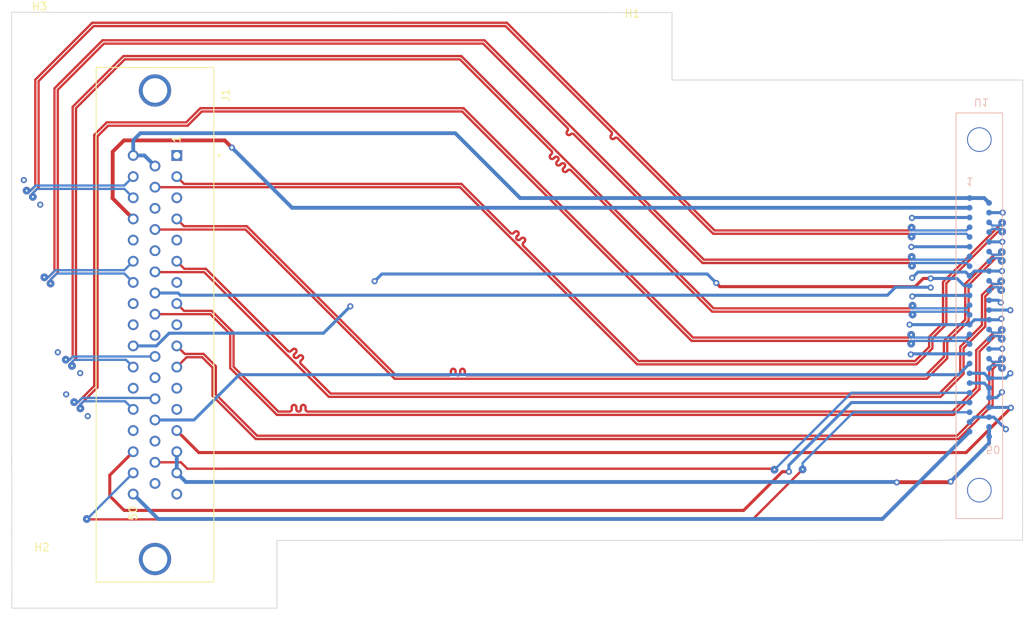
<source format=kicad_pcb>
(kicad_pcb (version 20221018) (generator pcbnew)

  (general
    (thickness 1.5422)
  )

  (paper "A4")
  (layers
    (0 "F.Cu" signal)
    (1 "In1.Cu" power)
    (2 "In2.Cu" power)
    (31 "B.Cu" signal)
    (32 "B.Adhes" user "B.Adhesive")
    (33 "F.Adhes" user "F.Adhesive")
    (34 "B.Paste" user)
    (35 "F.Paste" user)
    (36 "B.SilkS" user "B.Silkscreen")
    (37 "F.SilkS" user "F.Silkscreen")
    (38 "B.Mask" user)
    (39 "F.Mask" user)
    (40 "Dwgs.User" user "User.Drawings")
    (41 "Cmts.User" user "User.Comments")
    (42 "Eco1.User" user "User.Eco1")
    (43 "Eco2.User" user "User.Eco2")
    (44 "Edge.Cuts" user)
    (45 "Margin" user)
    (46 "B.CrtYd" user "B.Courtyard")
    (47 "F.CrtYd" user "F.Courtyard")
    (48 "B.Fab" user)
    (49 "F.Fab" user)
    (50 "User.1" user)
    (51 "User.2" user)
    (52 "User.3" user)
    (53 "User.4" user)
    (54 "User.5" user)
    (55 "User.6" user)
    (56 "User.7" user)
    (57 "User.8" user)
    (58 "User.9" user)
  )

  (setup
    (stackup
      (layer "F.SilkS" (type "Top Silk Screen"))
      (layer "F.Paste" (type "Top Solder Paste"))
      (layer "F.Mask" (type "Top Solder Mask") (thickness 0.0152))
      (layer "F.Cu" (type "copper") (thickness 0.0432))
      (layer "dielectric 1" (type "prepreg") (thickness 0.1999) (material "FR4") (epsilon_r 3.61) (loss_tangent 0.02))
      (layer "In1.Cu" (type "copper") (thickness 0.0175))
      (layer "dielectric 2" (type "core") (thickness 0.9906) (material "FR4") (epsilon_r 4.5) (loss_tangent 0.02))
      (layer "In2.Cu" (type "copper") (thickness 0.0175))
      (layer "dielectric 3" (type "prepreg") (thickness 0.1999) (material "FR4") (epsilon_r 3.61) (loss_tangent 0.02))
      (layer "B.Cu" (type "copper") (thickness 0.0432))
      (layer "B.Mask" (type "Bottom Solder Mask") (thickness 0.0152))
      (layer "B.Paste" (type "Bottom Solder Paste"))
      (layer "B.SilkS" (type "Bottom Silk Screen"))
      (copper_finish "None")
      (dielectric_constraints yes)
    )
    (pad_to_mask_clearance 0)
    (pcbplotparams
      (layerselection 0x00010fc_ffffffff)
      (plot_on_all_layers_selection 0x0000000_00000000)
      (disableapertmacros false)
      (usegerberextensions false)
      (usegerberattributes true)
      (usegerberadvancedattributes true)
      (creategerberjobfile true)
      (dashed_line_dash_ratio 12.000000)
      (dashed_line_gap_ratio 3.000000)
      (svgprecision 4)
      (plotframeref false)
      (viasonmask false)
      (mode 1)
      (useauxorigin false)
      (hpglpennumber 1)
      (hpglpenspeed 20)
      (hpglpendiameter 15.000000)
      (dxfpolygonmode true)
      (dxfimperialunits true)
      (dxfusepcbnewfont true)
      (psnegative false)
      (psa4output false)
      (plotreference true)
      (plotvalue true)
      (plotinvisibletext false)
      (sketchpadsonfab false)
      (subtractmaskfromsilk false)
      (outputformat 1)
      (mirror false)
      (drillshape 1)
      (scaleselection 1)
      (outputdirectory "")
    )
  )

  (net 0 "")
  (net 1 "GNDD")
  (net 2 "/RD_CLK_P")
  (net 3 "/DATA_OUT_1_P")
  (net 4 "/DATA_OUT_0_P")
  (net 5 "/ASIC_SR0_P")
  (net 6 "/WORD_CLK_0_P")
  (net 7 "GNDA")
  (net 8 "/HS_Vdiff_n")
  (net 9 "/VDD1")
  (net 10 "/VDD2")
  (net 11 "/ASIC_GR")
  (net 12 "/SACI_CMD_P")
  (net 13 "/SACI_CLK_P")
  (net 14 "/ASIC0_SACI_SEL")
  (net 15 "/ADC_MON_VIN_P")
  (net 16 "/ASIC_SampClkEn_P")
  (net 17 "/VDD2_Sense")
  (net 18 "/SACI_RESP_P")
  (net 19 "/ASIC_PULSE")
  (net 20 "/ADC_MON_VCOM")
  (net 21 "/VDD1_Sense")
  (net 22 "unconnected-(J1-SHIELD-PadSH1)")
  (net 23 "unconnected-(J1-SHIELD__1-PadSH2)")
  (net 24 "/WORD_CLK_0_N")
  (net 25 "/RD_CLK_N")
  (net 26 "/DATA_OUT_1_N")
  (net 27 "/DATA_OUT_0_N")
  (net 28 "/ASIC_SR0_N")
  (net 29 "/ASIC_SampClkEn_N")
  (net 30 "/SACI_RESP_N")
  (net 31 "/SACI_CMD_N")
  (net 32 "/SACI_CLK_N")
  (net 33 "/ADC_MON_VIN_N")

  (footprint "MountingHole:MountingHole_3mm" (layer "F.Cu") (at 85.8266 116.1796))

  (footprint "MountingHole:MountingHole_3mm" (layer "F.Cu") (at 162.8394 46.5836))

  (footprint "MountingHole:MountingHole_3mm" (layer "F.Cu") (at 85.5218 45.6438))

  (footprint "Custom footprints:AMPHENOL_D50P24A4GV00LF" (layer "F.Cu") (at 100.5888 83.1502 -90))

  (footprint "Custom footprints:CRYO fuzz button footprint mounting holes" (layer "B.Cu") (at 208.1022 66.6242))

  (gr_line (start 82.1182 42.3926) (end 168.021 42.4434)
    (stroke (width 0.1) (type default)) (layer "Edge.Cuts") (tstamp 0bc51fdf-c67c-4fda-80b4-e76771e3727e))
  (gr_line (start 168.021 42.4434) (end 168.021 51.2318)
    (stroke (width 0.1) (type default)) (layer "Edge.Cuts") (tstamp 265e677e-be2c-4948-9703-bc3d0722c95e))
  (gr_line (start 168.021 51.2318) (end 213.7664 51.2318)
    (stroke (width 0.1) (type default)) (layer "Edge.Cuts") (tstamp 5fc59b66-28ac-4b65-9c21-ff624d345b66))
  (gr_line (start 116.4844 111.2774) (end 116.4844 120.1166)
    (stroke (width 0.1) (type default)) (layer "Edge.Cuts") (tstamp 70f39500-3ed1-4c6c-9dd9-bff4760eada5))
  (gr_line (start 116.4844 120.1166) (end 81.915 120.1166)
    (stroke (width 0.1) (type default)) (layer "Edge.Cuts") (tstamp 9dd59881-5c9c-4f0e-b62e-4ee84028d391))
  (gr_line (start 81.915 120.1166) (end 81.8896 42.3926)
    (stroke (width 0.1) (type default)) (layer "Edge.Cuts") (tstamp b520d55b-380c-46b7-8171-e7ad70caa18d))
  (gr_line (start 213.741 111.252) (end 116.4844 111.2774)
    (stroke (width 0.1) (type default)) (layer "Edge.Cuts") (tstamp c451614a-a769-4419-b00b-1448b5773593))
  (gr_line (start 213.7664 51.2318) (end 213.741 111.252)
    (stroke (width 0.1) (type default)) (layer "Edge.Cuts") (tstamp cbb9a386-2e86-4055-a47a-e5892f533bcb))
  (gr_line (start 81.8896 42.3926) (end 82.1182 42.3926)
    (stroke (width 0.1) (type default)) (layer "Edge.Cuts") (tstamp ff3a101c-d4e0-42ce-a510-e0a76461ed85))
  (gr_text "1" (at 103.9876 59.5122 90) (layer "F.SilkS") (tstamp 0478405c-15e7-41d5-a8d9-13f6438166a6)
    (effects (font (size 1 1) (thickness 0.15)) (justify left bottom))
  )
  (gr_text "50" (at 98.3234 108.7882 90) (layer "F.SilkS") (tstamp 502eb618-7cf8-40e3-9a9a-e7bdced63693)
    (effects (font (size 1 1) (thickness 0.15)) (justify left bottom))
  )

  (via (at 211.1502 68.5292) (size 0.8) (drill 0.4) (layers "F.Cu" "B.Cu") (net 1) (tstamp 0111e1ad-886b-4d43-9f55-ad58cbf8627b))
  (via (at 85.6234 67.4878) (size 0.8) (drill 0.4) (layers "F.Cu" "B.Cu") (free) (net 1) (tstamp 019017b9-fbf5-4313-b09b-d9f6cdd93a2a))
  (via (at 199.009 83.1342) (size 0.8) (drill 0.4) (layers "F.Cu" "B.Cu") (net 1) (tstamp 0422ad9a-3321-4994-88a3-c6d0ae37525b))
  (via (at 90.8304 89.4588) (size 0.8) (drill 0.4) (layers "F.Cu" "B.Cu") (free) (net 1) (tstamp 19baefb1-860b-449e-97c6-1dcd15f274b2))
  (via (at 83.4898 64.2874) (size 0.8) (drill 0.4) (layers "F.Cu" "B.Cu") (free) (net 1) (tstamp 2968d1dd-bb02-4edc-a198-bce797a350fe))
  (via (at 210.8962 80.264) (size 0.8) (drill 0.4) (layers "F.Cu" "B.Cu") (net 1) (tstamp 2bbcd840-be06-4c3f-98cd-c27f07b782de))
  (via (at 199.3646 79.4512) (size 0.8) (drill 0.4) (layers "F.Cu" "B.Cu") (net 1) (tstamp 3a966dc7-6877-4d20-8f44-731df3442530))
  (via (at 199.1614 87.0204) (size 0.8) (drill 0.4) (layers "F.Cu" "B.Cu") (net 1) (tstamp 4355bca2-df30-4aee-a0c8-ce2f1d91b246))
  (via (at 91.821 95.0722) (size 0.8) (drill 0.4) (layers "F.Cu" "B.Cu") (free) (net 1) (tstamp 4fea4523-0f2f-4d27-8b69-02752d5c8a72))
  (via (at 89.0016 92.2274) (size 0.8) (drill 0.4) (layers "F.Cu" "B.Cu") (free) (net 1) (tstamp 5657c75f-54e3-48a7-bc15-d937e719d511))
  (via (at 211.0994 72.3392) (size 0.8) (drill 0.4) (layers "F.Cu" "B.Cu") (net 1) (tstamp 7c3642d0-7035-484f-a342-e03b801a74b3))
  (via (at 210.9724 82.3722) (size 0.8) (drill 0.4) (layers "F.Cu" "B.Cu") (net 1) (tstamp 9c40971c-a2f1-41a3-a618-ce317e03dd8a))
  (via (at 199.3392 77.0382) (size 0.8) (drill 0.4) (layers "F.Cu" "B.Cu") (net 1) (tstamp b2ab2650-5b4d-47c6-a4ab-0ac15aa410f3))
  (via (at 211.0486 76.1492) (size 0.8) (drill 0.4) (layers "F.Cu" "B.Cu") (net 1) (tstamp b37d5d9a-56c3-4b39-b3a8-b8a952124fc5))
  (via (at 211.074 86.2838) (size 0.8) (drill 0.4) (layers "F.Cu" "B.Cu") (net 1) (tstamp ba009ce3-381c-4b46-bc8b-4cf716378871))
  (via (at 212.1408 89.4842) (size 0.8) (drill 0.4) (layers "F.Cu" "B.Cu") (net 1) (tstamp bf68a836-6393-4d83-8b97-b269d0a004a0))
  (via (at 87.9094 86.741) (size 0.8) (drill 0.4) (layers "F.Cu" "B.Cu") (free) (net 1) (tstamp d2511434-646c-469b-a8c9-f7d84cbce6ae))
  (via (at 199.3138 69.215) (size 0.8) (drill 0.4) (layers "F.Cu" "B.Cu") (net 1) (tstamp d926c1bd-e0cd-4be6-bfe4-af28aead9f71))
  (via (at 199.2376 72.9996) (size 0.8) (drill 0.4) (layers "F.Cu" "B.Cu") (net 1) (tstamp f62605ce-6932-4c03-8dfb-9907a635bc47))
  (segment (start 199.3392 77.0382) (end 200.1012 76.2762) (width 0.4) (layer "B.Cu") (net 1) (tstamp 0b0627ce-5576-430f-b455-aa8abb55cfc7))
  (segment (start 199.3646 69.1642) (end 206.8322 69.1642) (width 0.4) (layer "B.Cu") (net 1) (tstamp 1057a9be-870b-4447-acd9-eef5911c575f))
  (segment (start 208.7372 89.4842) (end 209.3722 90.1192) (width 0.4) (layer "B.Cu") (net 1) (tstamp 12521c90-55e7-4843-9c05-04386a629f25))
  (segment (start 199.3138 69.215) (end 199.3646 69.1642) (width 0.4) (layer "B.Cu") (net 1) (tstamp 12e608f0-19f9-40d5-b81b-65cb49523c1a))
  (segment (start 206.3242 76.2762) (end 206.8322 76.7842) (width 0.4) (layer "B.Cu") (net 1) (tstamp 1d48b93b-427b-4910-ac82-f4e5dee03661))
  (segment (start 211.5058 90.1192) (end 209.3722 90.1192) (width 0.4) (layer "B.Cu") (net 1) (tstamp 1ecf0866-cb4d-4a99-978f-9e374ba5f50f))
  (segment (start 211.0994 72.3392) (end 209.3722 72.3392) (width 0.4) (layer "B.Cu") (net 1) (tstamp 250acdd0-dbc0-4be8-a22d-ca3f6ed53c68))
  (segment (start 210.5914 79.9592) (end 210.8962 80.264) (width 0.4) (layer "B.Cu") (net 1) (tstamp 2cf0e113-e6fa-48db-9247-ee58a655b68a))
  (segment (start 211.1502 68.5292) (end 209.3722 68.5292) (width 0.4) (layer "B.Cu") (net 1) (tstamp 2f18636e-7101-449b-b6ae-5b3a9873cb20))
  (segment (start 209.3722 82.4992) (end 207.4672 82.4992) (width 0.4) (layer "B.Cu") (net 1) (tstamp 34d8c434-b5fb-4392-9695-ab1cc33ffbda))
  (segment (start 206.8322 89.4842) (end 208.7372 89.4842) (width 0.4) (layer "B.Cu") (net 1) (tstamp 3a46f998-f54e-4b29-87c8-5764218d2a23))
  (segment (start 212.1408 89.4842) (end 211.5058 90.1192) (width 0.4) (layer "B.Cu") (net 1) (tstamp 3d251845-c359-4c2f-86d2-a658226e6bf5))
  (segment (start 209.3722 86.3092) (end 211.0486 86.3092) (width 0.4) (layer "B.Cu") (net 1) (tstamp 46ef080b-2bd8-4edb-bd17-b9541c15528b))
  (segment (start 199.3646 79.4512) (end 199.4916 79.3242) (width 0.4) (layer "B.Cu") (net 1) (tstamp 4c517289-f425-48fe-8d15-5a7392ca8c3d))
  (segment (start 209.3722 76.1492) (end 207.4672 76.1492) (width 0.4) (layer "B.Cu") (net 1) (tstamp 5210f17b-48c2-4050-b287-10d9d6642d78))
  (segment (start 207.4672 82.4992) (end 206.8322 83.1342) (width 0.4) (layer "B.Cu") (net 1) (tstamp 55738a7b-c9c1-4a5b-b08c-fedb2adafc5a))
  (segment (start 207.4672 76.1492) (end 206.8322 76.7842) (width 0.4) (layer "B.Cu") (net 1) (tstamp 68a5b342-a94f-4050-a03e-83e1525842a6))
  (segment (start 210.8454 82.4992) (end 210.9724 82.3722) (width 0.4) (layer "B.Cu") (net 1) (tstamp 74d5ec52-65ee-4000-9d0c-52da6453d820))
  (segment (start 209.3722 76.1492) (end 211.0486 76.1492) (width 0.4) (layer "B.Cu") (net 1) (tstamp 768c506f-1947-4f61-b505-8f91eb4dbbc3))
  (segment (start 199.4916 79.3242) (end 206.8322 79.3242) (width 0.4) (layer "B.Cu") (net 1) (tstamp 7d64ed5a-e416-4270-9142-feb3448c54ef))
  (segment (start 199.2376 86.9442) (end 206.8322 86.9442) (width 0.4) (layer "B.Cu") (net 1) (tstamp 820138c4-473c-4777-b49f-f77c1dd8f086))
  (segment (start 199.009 83.1342) (end 206.8322 83.1342) (width 0.4) (layer "B.Cu") (net 1) (tstamp 89ff7d11-d32d-45bc-abc7-9749ed44fb99))
  (segment (start 199.263 72.9742) (end 206.8322 72.9742) (width 0.4) (layer "B.Cu") (net 1) (tstamp 987c020b-d4ae-49f3-a4e2-217937bae317))
  (segment (start 211.0486 86.3092) (end 211.074 86.2838) (width 0.4) (layer "B.Cu") (net 1) (tstamp 9949cdeb-c8a2-4f9b-af73-4af5c12da846))
  (segment (start 209.3722 82.4992) (end 210.8454 82.4992) (width 0.4) (layer "B.Cu") (net 1) (tstamp a828f38d-ac39-4ea3-8d54-e9cb36d38515))
  (segment (start 209.3722 79.9592) (end 210.5914 79.9592) (width 0.4) (layer "B.Cu") (net 1) (tstamp b46adf1e-4e2f-4f24-bf64-5b80f76a5cb6))
  (segment (start 199.2376 72.9996) (end 199.263 72.9742) (width 0.4) (layer "B.Cu") (net 1) (tstamp c626abea-ffbc-4f0b-ade1-ae54ff37bd64))
  (segment (start 199.1614 87.0204) (end 199.2376 86.9442) (width 0.4) (layer "B.Cu") (net 1) (tstamp ca3eef0c-3dc4-4200-9c49-8f290bf78b6c))
  (segment (start 200.1012 76.2762) (end 206.3242 76.2762) (width 0.4) (layer "B.Cu") (net 1) (tstamp dfed3a3c-b05e-4e00-bed0-766c434ddfcd))
  (segment (start 148.641064 72.44807) (end 148.641065 72.44807) (width 0.3048) (layer "F.Cu") (net 2) (tstamp 05b948c0-ca3a-4c3e-ba1d-0067631f69bc))
  (segment (start 201.549 86.054142) (end 199.719142 87.884) (width 0.3048) (layer "F.Cu") (net 2) (tstamp 263875ea-8f71-4f7d-84ad-3e10146caa78))
  (segment (start 140.54713 64.7784) (end 104.377 64.7784) (width 0.3048) (layer "F.Cu") (net 2) (tstamp 2b97fd9c-d04e-429b-814f-e8a299a2e25c))
  (segment (start 147.506644 71.036902) (end 147.506644 71.036903) (width 0.3048) (layer "F.Cu") (net 2) (tstamp 3e282ea1-7a42-4fdd-a19b-9b0daec2a082))
  (segment (start 148.355186 71.885418) (end 148.355186 71.885419) (width 0.3048) (layer "F.Cu") (net 2) (tstamp 42bdf0f4-bc34-4285-8c62-8b7aa005dc3b))
  (segment (start 199.719142 87.884) (end 163.65273 87.884) (width 0.3048) (layer "F.Cu") (net 2) (tstamp 4954addb-bf15-4b36-9408-9cd8616d98bd))
  (segment (start 148.355186 71.885419) (end 148.216799 72.023805) (width 0.3048) (layer "F.Cu") (net 2) (tstamp 73970c5c-1dca-4929-9816-715f0731ed20))
  (segment (start 201.549 84.733873) (end 201.549 86.054142) (width 0.3048) (layer "F.Cu") (net 2) (tstamp 75850fbb-5626-4f9e-aaa7-f7f35735929e))
  (segment (start 147.506644 71.036903) (end 147.36827 71.175276) (width 0.3048) (layer "F.Cu") (net 2) (tstamp 76a509a2-282e-4181-888f-ee22d0f0d8ca))
  (segment (start 146.944007 71.175277) (end 140.54713 64.7784) (width 0.3048) (layer "F.Cu") (net 2) (tstamp 8b0fbe46-dea2-4289-8ba7-af168419b5a1))
  (segment (start 104.377 64.7784) (end 103.4288 63.8302) (width 0.3048) (layer "F.Cu") (net 2) (tstamp a0cb4aeb-56f4-4eb8-948c-d5e6ef07752c))
  (segment (start 211.074 69.8627) (end 203.3651 77.5716) (width 0.3048) (layer "F.Cu") (net 2) (tstamp a7e32f2f-d0a4-481d-afdb-e6c6641511eb))
  (segment (start 203.3651 77.5716) (end 203.3651 82.91777) (width 0.3048) (layer "F.Cu") (net 2) (tstamp a977d45d-579f-44a6-a16e-ea9b8b9a9341))
  (segment (start 146.944006 71.175276) (end 146.944007 71.175277) (width 0.3048) (layer "F.Cu") (net 2) (tstamp b1fc8293-d8a7-487a-9f3b-961313860516))
  (segment (start 148.641065 72.44807) (end 148.779451 72.309683) (width 0.3048) (layer "F.Cu") (net 2) (tstamp b5af2eb1-62e0-487e-b7e4-f318b4da2b1b))
  (segment (start 147.792535 71.599541) (end 147.792536 71.599541) (width 0.3048) (layer "F.Cu") (net 2) (tstamp c2005a3e-ab86-4b5d-8a6e-7bd21bb9fa68))
  (segment (start 163.65273 87.884) (end 148.641065 72.872335) (width 0.3048) (layer "F.Cu") (net 2) (tstamp cd71c967-3615-46a5-9e4b-1ec308ac0d96))
  (segment (start 147.792536 71.599541) (end 147.930909 71.461167) (width 0.3048) (layer "F.Cu") (net 2) (tstamp d32c930f-7df7-4360-bcc4-a9944b2479a1))
  (segment (start 147.792535 72.023805) (end 147.792536 72.023806) (width 0.3048) (layer "F.Cu") (net 2) (tstamp dbe0be4a-c6cb-429e-a5f0-c4f918fc3a8c))
  (segment (start 203.3651 82.91777) (end 201.549 84.733873) (width 0.3048) (layer "F.Cu") (net 2) (tstamp e1a2f048-8486-4c23-84db-1a6af9b78ac5))
  (via (at 211.074 69.8627) (size 1.016) (drill 0.254) (layers "F.Cu" "B.Cu") (net 2) (tstamp e38d9b03-3f4c-4ffb-ba00-ec5cf9696a18))
  (arc (start 148.216799 72.023805) (mid 148.004667 72.111673) (end 147.792535 72.023805) (width 0.3048) (layer "F.Cu") (net 2) (tstamp 080675af-2904-4025-8420-db6bbcad9fb4))
  (arc (start 147.792536 72.023806) (mid 147.704667 71.811674) (end 147.792535 71.599541) (width 0.3048) (layer "F.Cu") (net 2) (tstamp 3c2a1489-b2a9-42f6-8246-bd79be4f0d00))
  (arc (start 147.930909 71.461167) (mid 148.018777 71.249035) (end 147.930909 71.036903) (width 0.3048) (layer "F.Cu") (net 2) (tstamp 4f19a302-d3a1-4da5-ba8a-8dacc5e3ebaa))
  (arc (start 148.779451 71.885419) (mid 148.567319 71.79755) (end 148.355186 71.885418) (width 0.3048) (layer "F.Cu") (net 2) (tstamp 73ec14ac-3459-483a-bcba-48e9ea5fe535))
  (arc (start 147.36827 71.175276) (mid 147.156138 71.263144) (end 146.944006 71.175276) (width 0.3048) (layer "F.Cu") (net 2) (tstamp 8c58aaae-32ec-4c79-b8b9-cd0b124dc3dd))
  (arc (start 148.779451 72.309683) (mid 148.867319 72.097551) (end 148.779451 71.885419) (width 0.3048) (layer "F.Cu") (net 2) (tstamp 8f619daf-3242-447f-a381-ecfddf10d6ea))
  (arc (start 148.641065 72.872335) (mid 148.553196 72.660203) (end 148.641064 72.44807) (width 0.3048) (layer "F.Cu") (net 2) (tstamp dd3c8d27-cbb8-4040-8b63-a846c615f4e8))
  (arc (start 147.930909 71.036903) (mid 147.718777 70.949034) (end 147.506644 71.036902) (width 0.3048) (layer "F.Cu") (net 2) (tstamp e785b45a-967d-42cd-b328-072ef5948a48))
  (segment (start 210.7184 70.2183) (end 211.074 69.8627) (width 0.3048) (layer "B.Cu") (net 2) (tstamp 445107b7-3cda-4266-ba58-c34b5572b3f9))
  (segment (start 209.7913 70.2183) (end 210.7184 70.2183) (width 0.3048) (layer "B.Cu") (net 2) (tstamp 8c9daded-a1a1-4ccb-819c-ba434e302c23))
  (segment (start 209.3722 69.7992) (end 209.7913 70.2183) (width 0.3048) (layer "B.Cu") (net 2) (tstamp abc2b7e3-7371-4183-ba11-488f88ae2ea0))
  (segment (start 206.2607 77.81237) (end 210.04477 74.0283) (width 0.3048) (layer "F.Cu") (net 3) (tstamp 0b0f9987-fd1d-4ce3-b599-a487724f8362))
  (segment (start 206.2607 82.48597) (end 206.2607 77.81237) (width 0.3048) (layer "F.Cu") (net 3) (tstamp 12e23bad-8a16-43da-9964-d4be1a9f710b))
  (segment (start 140.9872 89.194259) (end 140.9872 89.4636) (width 0.3048) (layer "F.Cu") (net 3) (tstamp 23b4e7d5-c412-4d20-90f9-0cd14b037fed))
  (segment (start 139.1872 89.4636) (end 139.1872 89.194259) (width 0.3048) (layer "F.Cu") (net 3) (tstamp 249b0adf-8f3c-4e2e-9f7d-0662dcf4ab91))
  (segment (start 132.02973 89.7636) (end 138.8872 89.7636) (width 0.3048) (layer "F.Cu") (net 3) (tstamp 31397af4-0d0e-4a85-9a61-85de0a336633))
  (segment (start 139.7872 89.194259) (end 139.7872 89.4636) (width 0.3048) (layer "F.Cu") (net 3) (tstamp 3afd8749-040b-44d3-88c4-37d2345553d2))
  (segment (start 210.04477 74.0283) (end 210.6676 74.0283) (width 0.3048) (layer "F.Cu") (net 3) (tstamp 60f42903-439a-45ca-8a3a-fb8a3816b335))
  (segment (start 103.4288 69.3502) (end 104.377 70.2984) (width 0.3048) (layer "F.Cu") (net 3) (tstamp 99e69a2c-6da0-40d0-8eb8-9d590f6fa3af))
  (segment (start 203.4794 87.349542) (end 203.4794 85.267273) (width 0.3048) (layer "F.Cu") (net 3) (tstamp 9f97d712-5125-41b4-99fc-0c5b09922a12))
  (segment (start 210.6676 74.0283) (end 211.0232 73.6727) (width 0.3048) (layer "F.Cu") (net 3) (tstamp a091e4dd-6c32-4eb2-b178-c81dc14adbdd))
  (segment (start 141.9372 89.7636) (end 201.065342 89.7636) (width 0.3048) (layer "F.Cu") (net 3) (tstamp adf25590-f0c8-40d2-b8ac-6c3b72cc3d5d))
  (segment (start 104.377 70.2984) (end 112.56453 70.2984) (width 0.3048) (layer "F.Cu") (net 3) (tstamp b53e0c6c-0fea-43c8-8c9b-097768daf635))
  (segment (start 201.065342 89.7636) (end 203.4794 87.349542) (width 0.3048) (layer "F.Cu") (net 3) (tstamp c3b55861-f680-42e3-a872-bfd29535784d))
  (segment (start 140.3872 89.4636) (end 140.3872 89.194259) (width 0.3048) (layer "F.Cu") (net 3) (tstamp d7d4ad2e-8b21-411f-ab2a-fa652770bc7f))
  (segment (start 112.56453 70.2984) (end 132.02973 89.7636) (width 0.3048) (layer "F.Cu") (net 3) (tstamp db1cdfd5-fd7c-4448-ae0e-e2026cce94eb))
  (segment (start 141.2872 89.7636) (end 141.9372 89.7636) (width 0.3048) (layer "F.Cu") (net 3) (tstamp df83057e-efba-4e0d-89c6-b64937fceb8b))
  (segment (start 203.4794 85.267273) (end 206.2607 82.48597) (width 0.3048) (layer "F.Cu") (net 3) (tstamp fc8199e4-8598-473b-bc8a-1c526fbeb02d))
  (via (at 211.0232 73.6727) (size 1.016) (drill 0.254) (layers "F.Cu" "B.Cu") (net 3) (tstamp 347f5ae1-d367-4a4a-b608-54c9e47d7554))
  (arc (start 140.0872 89.7636) (mid 140.299332 89.675732) (end 140.3872 89.4636) (width 0.3048) (layer "F.Cu") (net 3) (tstamp 0cb710b2-b85d-46d8-8d46-e971ba5178fa))
  (arc (start 140.6872 88.894259) (mid 140.899332 88.982127) (end 140.9872 89.194259) (width 0.3048) (layer "F.Cu") (net 3) (tstamp 115992ea-2bda-45da-8092-69d8827dbbad))
  (arc (start 140.3872 89.194259) (mid 140.475068 88.982127) (end 140.6872 88.894259) (width 0.3048) (layer "F.Cu") (net 3) (tstamp 18874110-bd9a-4494-a9ef-1496365f6172))
  (arc (start 139.1872 89.194259) (mid 139.275068 88.982127) (end 139.4872 88.894259) (width 0.3048) (layer "F.Cu") (net 3) (tstamp 4bbf70c3-6fc4-4442-bb1d-956976c1e05f))
  (arc (start 139.4872 88.894259) (mid 139.699332 88.982127) (end 139.7872 89.194259) (width 0.3048) (layer "F.Cu") (net 3) (tstamp 9ac2937f-48f5-4cf0-a26c-2d9f89796fc4))
  (arc (start 139.7872 89.4636) (mid 139.875068 89.675732) (end 140.0872 89.7636) (width 0.3048) (layer "F.Cu") (net 3) (tstamp bcdb05c8-390d-44e5-bfd4-a133ee43ada7))
  (arc (start 138.8872 89.7636) (mid 139.099332 89.675732) (end 139.1872 89.4636) (width 0.3048) (layer "F.Cu") (net 3) (tstamp f1090500-223e-430b-a854-f367fc340912))
  (arc (start 140.9872 89.4636) (mid 141.075068 89.675732) (end 141.2872 89.7636) (width 0.3048) (layer "F.Cu") (net 3) (tstamp f6167403-471e-4939-9565-c6a853ea7298))
  (segment (start 209.7913 74.0283) (end 210.6676 74.0283) (width 0.3048) (layer "B.Cu") (net 3) (tstamp 2b0a651e-a11b-431c-a3b4-c7e5f0bdff08))
  (segment (start 210.6676 74.0283) (end 211.0232 73.6727) (width 0.3048) (layer "B.Cu") (net 3) (tstamp cbe057f6-8b8e-4773-9f20-6d38c4a37dc7))
  (segment (start 209.3722 73.6092) (end 209.7913 74.0283) (width 0.3048) (layer "B.Cu") (net 3) (tstamp fa8d4792-ad5a-48ed-a756-bb76f391b734))
  (segment (start 208.4451 79.26017) (end 208.4451 83.196642) (width 0.3048) (layer "F.Cu") (net 4) (tstamp 0bd69aeb-7e3b-480c-9ec4-599f919e3d45))
  (segment (start 118.77277 86.979506) (end 118.772771 86.979506) (width 0.3048) (layer "F.Cu") (net 4) (tstamp 150e3478-725c-4bb1-b870-09c6d03b72a4))
  (segment (start 208.4451 83.196642) (end 205.613 86.028742) (width 0.3048) (layer "F.Cu") (net 4) (tstamp 195bb7a1-12ac-44c2-8702-c331b693fd0b))
  (segment (start 119.621299 87.828035) (end 119.6213 87.828035) (width 0.3048) (layer "F.Cu") (net 4) (tstamp 1e6afbcc-92b1-49a8-aa0c-01dc82653f51))
  (segment (start 117.924241 86.555241) (end 117.924242 86.555242) (width 0.3048) (layer "F.Cu") (net 4) (tstamp 2ccafd52-6484-4daf-b7e8-73d6800b4cae))
  (segment (start 119.6213 87.828035) (end 119.80909 87.640244) (width 0.3048) (layer "F.Cu") (net 4) (tstamp 32d8e5a9-98ef-49e0-83d0-acd17a432645))
  (segment (start 205.613 89.381542) (end 202.868742 92.1258) (width 0.3048) (layer "F.Cu") (net 4) (tstamp 4678c93f-624d-4aed-88a1-9d81c9644e89))
  (segment (start 205.613 86.028742) (end 205.613 89.381542) (width 0.3048) (layer "F.Cu") (net 4) (tstamp 4d9c5b3c-f3f1-4565-ac4d-a254c5e458ee))
  (segment (start 104.4157 75.8571) (end 103.4288 74.8702) (width 0.3048) (layer "F.Cu") (net 4) (tstamp 53c9b098-c6fa-42c2-a09a-9bcdce8fdce4))
  (segment (start 123.4948 92.1258) (end 119.6213 88.2523) (width 0.3048) (layer "F.Cu") (net 4) (tstamp 63b4888f-3fd4-44f6-9c82-fabeff8fadad))
  (segment (start 119.384825 87.21598) (end 119.197034 87.40377) (width 0.3048) (layer "F.Cu") (net 4) (tstamp 677f4edf-33ef-40b3-8915-fe644b09cf0a))
  (segment (start 118.536329 86.367418) (end 118.348505 86.555241) (width 0.3048) (layer "F.Cu") (net 4) (tstamp 9b5f630e-4bf2-4a3b-b3bb-1370ed8edd45))
  (segment (start 210.5914 77.8383) (end 209.86697 77.8383) (width 0.3048) (layer "F.Cu") (net 4) (tstamp 9fc4ac4e-4102-421e-b09d-9d0bd3623fa8))
  (segment (start 210.947 77.4827) (end 210.5914 77.8383) (width 0.3048) (layer "F.Cu") (net 4) (tstamp a166afb4-dab3-47e1-8269-ed5a3a72f747))
  (segment (start 202.868742 92.1258) (end 123.4948 92.1258) (width 0.3048) (layer "F.Cu") (net 4) (tstamp b9d7becf-7b89-47d0-940e-02ddcca0f921))
  (segment (start 118.77277 87.40377) (end 118.772771 87.403771) (width 0.3048) (layer "F.Cu") (net 4) (tstamp c058560e-023b-41cb-9946-bdd9b7987740))
  (segment (start 118.772771 86.979506) (end 118.960594 86.791682) (width 0.3048) (layer "F.Cu") (net 4) (tstamp cd5a8cc6-8903-4cf6-8b71-24b95e0980ba))
  (segment (start 118.536329 86.367417) (end 118.536329 86.367418) (width 0.3048) (layer "F.Cu") (net 4) (tstamp d2c7d26c-c4a6-408a-be52-58307a943694))
  (segment (start 117.924242 86.555242) (end 107.2261 75.8571) (width 0.3048) (layer "F.Cu") (net 4) (tstamp d4f5669f-f67c-4e33-9048-d946ec056532))
  (segment (start 107.2261 75.8571) (end 104.4157 75.8571) (width 0.3048) (layer "F.Cu") (net 4) (tstamp e211058d-ca7e-4b81-a12f-822944aa19d8))
  (segment (start 209.86697 77.8383) (end 208.4451 79.26017) (width 0.3048) (layer "F.Cu") (net 4) (tstamp f0d9b853-4371-425d-ba11-400fd8fa87f1))
  (segment (start 119.384825 87.215979) (end 119.384825 87.21598) (width 0.3048) (layer "F.Cu") (net 4) (tstamp fa93bf50-a015-4b81-a38a-0ea0f0f5e55e))
  (via (at 210.947 77.4827) (size 1.016) (drill 0.254) (layers "F.Cu" "B.Cu") (net 4) (tstamp 9d7dc3ef-ec3f-439a-adf0-84cbb0f0c9c7))
  (arc (start 119.6213 88.2523) (mid 119.533431 88.040168) (end 119.621299 87.828035) (width 0.3048) (layer "F.Cu") (net 4) (tstamp 070712af-2954-42b5-8648-96449fcdfb0f))
  (arc (start 118.960594 86.367418) (mid 118.748462 86.279549) (end 118.536329 86.367417) (width 0.3048) (layer "F.Cu") (net 4) (tstamp 096f7999-eb69-4dfc-9fcd-f5e2a0899525))
  (arc (start 118.348505 86.555241) (mid 118.136373 86.643109) (end 117.924241 86.555241) (width 0.3048) (layer "F.Cu") (net 4) (tstamp 1229a791-221f-4aad-9dcd-77dc483767de))
  (arc (start 119.197034 87.40377) (mid 118.984902 87.491638) (end 118.77277 87.40377) (width 0.3048) (layer "F.Cu") (net 4) (tstamp 1d428fef-b12e-464b-b838-c0c1c5c3822e))
  (arc (start 119.80909 87.640244) (mid 119.896958 87.428112) (end 119.80909 87.21598) (width 0.3048) (layer "F.Cu") (net 4) (tstamp 33de5fe7-a766-4c6b-936d-cc7d2206ab1c))
  (arc (start 118.772771 87.403771) (mid 118.684902 87.191639) (end 118.77277 86.979506) (width 0.3048) (layer "F.Cu") (net 4) (tstamp 7cc8c6b3-d93d-4d00-bf8c-6ff52356e416))
  (arc (start 119.80909 87.21598) (mid 119.596958 87.128111) (end 119.384825 87.215979) (width 0.3048) (layer "F.Cu") (net 4) (tstamp b7bb939b-0f48-438d-99b0-8dab3670648a))
  (arc (start 118.960594 86.791682) (mid 119.048462 86.57955) (end 118.960594 86.367418) (width 0.3048) (layer "F.Cu") (net 4) (tstamp dbbae75c-b39b-401a-b7cf-77c48b558bd8))
  (segment (start 210.5914 77.8383) (end 210.947 77.4827) (width 0.3048) (layer "B.Cu") (net 4) (tstamp a5b196c2-1e78-4f32-8dc7-16728406bbbf))
  (segment (start 209.7913 77.8383) (end 210.5914 77.8383) (width 0.3048) (layer "B.Cu") (net 4) (tstamp af959d70-a12e-4046-a7c6-37a9ba57b6de))
  (segment (start 209.3722 77.4192) (end 209.7913 77.8383) (width 0.3048) (layer "B.Cu") (net 4) (tstamp d2dbae34-8f2c-457b-8b4e-9eeb88e57014))
  (segment (start 117.658099 94.4753) (end 116.67543 94.4753) (width 0.3048) (layer "F.Cu") (net 5) (tstamp 0439eda8-1028-4bd3-9c87-970793015043))
  (segment (start 209.968042 84.1883) (end 207.6958 86.460543) (width 0.3048) (layer "F.Cu") (net 5) (tstamp 14f2ab1c-257d-452a-aacc-3133e248d434))
  (segment (start 118.123 94.4753) (end 117.658099 94.4753) (width 0.3048) (layer "F.Cu") (net 5) (tstamp 1f7fbfa1-8bf4-4297-82e6-6e17ec3e4869))
  (segment (start 207.6958 86.460543) (end 207.6958 91.36327) (width 0.3048) (layer "F.Cu") (net 5) (tstamp 2b649c89-7b61-470d-9b6b-77389ee92211))
  (segment (start 204.58377 94.4753) (end 120.523 94.4753) (width 0.3048) (layer "F.Cu") (net 5) (tstamp 36688dd7-4bdf-4c35-8f35-5b971bca8a83))
  (segment (start 107.98353 81.3384) (end 104.377 81.3384) (width 0.3048) (layer "F.Cu") (net 5) (tstamp 49da0da3-ca75-4936-a717-57ce34d79f54))
  (segment (start 211.0232 83.8327) (end 210.6676 84.1883) (width 0.3048) (layer "F.Cu") (net 5) (tstamp 5780cd59-03fb-41de-8189-633b004852cc))
  (segment (start 119.623 93.905959) (end 119.623 94.1753) (width 0.3048) (layer "F.Cu") (net 5) (tstamp 596b2587-2199-4dd6-a017-80ccb936cfbb))
  (segment (start 120.223 94.1753) (end 120.223 93.905959) (width 0.3048) (layer "F.Cu") (net 5) (tstamp 6e81d32e-8bb2-4687-99a9-b306b41d5372))
  (segment (start 118.423 93.905959) (end 118.423 94.1753) (width 0.3048) (layer "F.Cu") (net 5) (tstamp 7176184c-c904-4eb4-bd58-2b2fadba68c5))
  (segment (start 116.67543 94.4753) (end 110.8329 88.63277) (width 0.3048) (layer "F.Cu") (net 5) (tstamp 78835a19-e163-4bf4-99fa-ed8ddeddf439))
  (segment (start 119.023 94.1753) (end 119.023 93.905959) (width 0.3048) (layer "F.Cu") (net 5) (tstamp 8663f97c-b92d-49a0-82eb-5f00a4689b8a))
  (segment (start 207.6958 91.36327) (end 204.58377 94.4753) (width 0.3048) (layer "F.Cu") (net 5) (tstamp b6fd3806-25d1-45f0-b251-5bdf935ed75f))
  (segment (start 210.6676 84.1883) (end 209.968042 84.1883) (width 0.3048) (layer "F.Cu") (net 5) (tstamp bf6d2011-5d70-4559-b668-4b931216e340))
  (segment (start 110.8329 84.18777) (end 107.98353 81.3384) (width 0.3048) (layer "F.Cu") (net 5) (tstamp da075bf9-6d33-40e7-9196-b81e8f0af59b))
  (segment (start 104.377 81.3384) (end 103.4288 80.3902) (width 0.3048) (layer "F.Cu") (net 5) (tstamp ed45a2fb-8ea6-4511-8d55-3f75bb69316e))
  (segment (start 110.8329 88.63277) (end 110.8329 84.18777) (width 0.3048) (layer "F.Cu") (net 5) (tstamp ffa455e1-f08e-485e-86a2-cb09b5c936f2))
  (via (at 211.0232 83.8327) (size 1.016) (drill 0.254) (layers "F.Cu" "B.Cu") (net 5) (tstamp c9ef4455-1948-4359-87d8-9351f05cf924))
  (arc (start 119.023 93.905959) (mid 118.935132 93.693827) (end 118.723 93.605959) (width 0.3048) (layer "F.Cu") (net 5) (tstamp 43f5f560-de29-4b3a-a704-328c7dc1c875))
  (arc (start 120.223 93.905959) (mid 120.135132 93.693827) (end 119.923 93.605959) (width 0.3048) (layer "F.Cu") (net 5) (tstamp 51340705-4f68-4047-86c2-14444cae74cf))
  (arc (start 120.523 94.4753) (mid 120.310868 94.387432) (end 120.223 94.1753) (width 0.3048) (layer "F.Cu") (net 5) (tstamp 5e6dba8b-f593-4c9b-a6b9-0b2420e5e01c))
  (arc (start 119.923 93.605959) (mid 119.710868 93.693827) (end 119.623 93.905959) (width 0.3048) (layer "F.Cu") (net 5) (tstamp 889b8c1e-cea3-4e75-90df-7205369512ad))
  (arc (start 118.423 94.1753) (mid 118.335132 94.387432) (end 118.123 94.4753) (width 0.3048) (layer "F.Cu") (net 5) (tstamp 8e7b3336-708e-4d8f-a1a8-7c78bd231a75))
  (arc (start 119.323 94.4753) (mid 119.110868 94.387432) (end 119.023 94.1753) (width 0.3048) (layer "F.Cu") (net 5) (tstamp d295244a-07b7-43d3-ad6f-96c8c0d2da6e))
  (arc (start 119.623 94.1753) (mid 119.535132 94.387432) (end 119.323 94.4753) (width 0.3048) (layer "F.Cu") (net 5) (tstamp d621cc10-f259-44aa-9faa-0dc5094c1ad2))
  (arc (start 118.723 93.605959) (mid 118.510868 93.693827) (end 118.423 93.905959) (width 0.3048) (layer "F.Cu") (net 5) (tstamp f4e390df-11bf-4ef5-b9a4-c9c49ea9ddab))
  (segment (start 209.7913 84.1883) (end 210.6676 84.1883) (width 0.3048) (layer "B.Cu") (net 5) (tstamp 153d1741-e74c-4d63-a87f-dd0471616a14))
  (segment (start 209.3722 83.7692) (end 209.7913 84.1883) (width 0.3048) (layer "B.Cu") (net 5) (tstamp 1ef4ed6d-479f-44f1-be6e-9478db35faaa))
  (segment (start 210.6676 84.1883) (end 211.0232 83.8327) (width 0.3048) (layer "B.Cu") (net 5) (tstamp 233e6d18-0405-415c-b263-03d5650a97a5))
  (segment (start 108.0897 88.73543) (end 106.74297 87.3887) (width 0.3048) (layer "F.Cu") (net 6) (tstamp 11715a1d-79a4-483a-a522-dfb978f82859))
  (segment (start 108.0897 92.41843) (end 108.0897 88.73543) (width 0.3048) (layer "F.Cu") (net 6) (tstamp 1f9632cc-5200-4bb5-a0a4-7f1e87116a81))
  (segment (start 113.72797 98.0567) (end 108.0897 92.41843) (width 0.3048) (layer "F.Cu") (net 6) (tstamp 38123121-c321-4b65-9ab3-69adba997f4a))
  (segment (start 209.8294 88.95133) (end 209.8294 93.59953) (width 0.3048) (layer "F.Cu") (net 6) (tstamp 5511e1f7-be26-497d-94b6-ded9d83f97fc))
  (segment (start 106.74297 87.3887) (end 104.7103 87.3887) (width 0.3048) (layer "F.Cu") (net 6) (tstamp 65378307-39f9-4825-8ddb-14a8d56b20c3))
  (segment (start 205.37223 98.0567) (end 113.72797 98.0567) (width 0.3048) (layer "F.Cu") (net 6) (tstamp 7b08bc4e-92b8-4b22-82ca-7bc04039598f))
  (segment (start 211.0486 88.7857) (end 210.693 88.4301) (width 0.3048) (layer "F.Cu") (net 6) (tstamp 86d87b18-37b8-44cf-8b69-36fe8ec4bcd5))
  (segment (start 104.7103 87.3887) (end 103.4288 88.6702) (width 0.3048) (layer "F.Cu") (net 6) (tstamp aea3f0b5-a399-47a9-a693-c0837c05bed1))
  (segment (start 210.693 88.4301) (end 210.35063 88.4301) (width 0.3048) (layer "F.Cu") (net 6) (tstamp ba7f300e-0ba3-48f2-b357-7f6d1f2fddee))
  (segment (start 210.35063 88.4301) (end 209.8294 88.95133) (width 0.3048) (layer "F.Cu") (net 6) (tstamp f6550ef0-b9fd-4855-b903-05539abcb6a4))
  (segment (start 209.8294 93.59953) (end 205.37223 98.0567) (width 0.3048) (layer "F.Cu") (net 6) (tstamp f8b5ed53-783c-4cd4-ae19-b6378db46f27))
  (via (at 211.0486 88.7857) (size 1.016) (drill 0.254) (layers "F.Cu" "B.Cu") (net 6) (tstamp ae769218-6410-4c58-a46c-2a18546427ed))
  (segment (start 209.7913 88.4301) (end 210.693 88.4301) (width 0.3048) (layer "B.Cu") (net 6) (tstamp 1081dc1e-7a68-43c2-97b8-46daa398b8f2))
  (segment (start 209.3722 88.8492) (end 209.7913 88.4301) (width 0.3048) (layer "B.Cu") (net 6) (tstamp 3c5d6df3-1ed7-46f3-a67a-6d82c8c1d5aa))
  (segment (start 210.693 88.4301) (end 211.0486 88.7857) (width 0.3048) (layer "B.Cu") (net 6) (tstamp 81a6f78e-b62a-4291-b834-6847e30183dc))
  (via (at 211.5566 96.774) (size 0.8) (drill 0.4) (layers "F.Cu" "B.Cu") (net 7) (tstamp 5ffdd646-0332-4841-9910-c80254671050))
  (via (at 211.0486 91.948) (size 0.8) (drill 0.4) (layers "F.Cu" "B.Cu") (net 7) (tstamp f970c608-7971-4cef-94e6-83b6494e1843))
  (segment (start 206.8322 90.7542) (end 208.7372 90.7542) (width 0.4) (layer "B.Cu") (net 7) (tstamp 0a8732a7-36ce-4cab-a88e-00652cfb929c))
  (segment (start 209.3722 91.3892) (end 209.3722 92.6592) (width 0.4) (layer "B.Cu") (net 7) (tstamp 2c4238a7-9c34-4ab8-a053-71f1f835a5e8))
  (segment (start 209.3722 92.6592) (end 210.3374 92.6592) (width 0.4) (layer "B.Cu") (net 7) (tstamp 46c31992-a2c9-4267-8553-2d1e47efcd71))
  (segment (start 209.3722 95.1992) (end 207.4672 95.1992) (width 0.4) (layer "B.Cu") (net 7) (tstamp 4bb0d6a5-4e17-4c8e-8529-a4f788afde3d))
  (segment (start 207.4672 95.1992) (end 206.8322 95.8342) (width 0.4) (layer "B.Cu") (net 7) (tstamp 7340591c-d75f-436a-acf9-5575ac385f90))
  (segment (start 211.5566 96.774) (end 209.9818 95.1992) (width 0.4) (layer "B.Cu") (net 7) (tstamp b464ded1-88fe-4170-9568-176bb2e5646c))
  (segment (start 209.9818 95.1992) (end 209.3722 95.1992) (width 0.4) (layer "B.Cu") (net 7) (tstamp cfab69ef-fd6e-4e9d-8d86-90f29dbdc6b0))
  (segment (start 208.7372 90.7542) (end 209.3722 91.3892) (width 0.4) (layer "B.Cu") (net 7) (tstamp ed09a64d-7bef-40f8-8507-53797eb17eec))
  (segment (start 210.3374 92.6592) (end 211.0486 91.948) (width 0.4) (layer "B.Cu") (net 7) (tstamp f2407285-3008-4414-a3bb-865d9ecbc4ef))
  (segment (start 206.375 99.822) (end 106.3006 99.822) (width 0.4) (layer "F.Cu") (net 8) (tstamp 1b2318d4-2ad1-4283-8646-99677293c3bb))
  (segment (start 212.217 93.98) (end 206.375 99.822) (width 0.4) (layer "F.Cu") (net 8) (tstamp 299a4c33-df5c-4b77-b035-b0256caf9775))
  (segment (start 106.3006 99.822) (end 103.4288 96.9502) (width 0.4) (layer "F.Cu") (net 8) (tstamp cd984dc7-f5ff-459b-ae3f-9cce1e7406ea))
  (via (at 212.217 93.98) (size 0.8) (drill 0.4) (layers "F.Cu" "B.Cu") (net 8) (tstamp ba3c45e6-ca56-4810-9635-34809601f46c))
  (segment (start 212.217 93.98) (end 212.1662 93.9292) (width 0.4) (layer "B.Cu") (net 8) (tstamp 48a33ecd-31bd-480e-a5a5-40cfd320d5c5))
  (segment (start 212.1662 93.9292) (end 209.3722 93.9292) (width 0.4) (layer "B.Cu") (net 8) (tstamp c0a8649d-1817-4d6b-aa91-d956eb5c4b3a))
  (segment (start 204.2922 103.6828) (end 197.358 103.6828) (width 0.5) (layer "F.Cu") (net 9) (tstamp 1a46103d-8772-4713-9b20-b93e62c977af))
  (segment (start 204.3684 103.6066) (end 204.2922 103.6828) (width 0.5) (layer "F.Cu") (net 9) (tstamp 1d804104-a47d-4601-99d2-676d6738d369))
  (segment (start 197.358 103.6828) (end 197.3326 103.7082) (width 0.5) (layer "F.Cu") (net 9) (tstamp 8df71f1e-f2be-4da4-8be3-2f7d152d9247))
  (via (at 204.3684 103.6066) (size 0.8) (drill 0.4) (layers "F.Cu" "B.Cu") (net 9) (tstamp be76b2e8-0652-470d-9b5c-24eb86ba7c92))
  (via (at 197.3326 103.7082) (size 0.8) (drill 0.4) (layers "F.Cu" "B.Cu") (net 9) (tstamp fa79973d-91aa-404c-a1cb-41d50e47cb1f))
  (segment (start 197.2818 103.6574) (end 104.616 103.6574) (width 0.5) (layer "B.Cu") (net 9) (tstamp 082430f1-78ce-4b3b-8fe9-c78af1ef8362))
  (segment (start 209.3722 96.4692) (end 209.3722 97.7392) (width 0.5) (layer "B.Cu") (net 9) (tstamp 2a67d9f2-bf36-4ea4-b5b6-a804faaaa3b8))
  (segment (start 103.4288 102.4702) (end 103.4288 99.7102) (width 0.5) (layer "B.Cu") (net 9) (tstamp 5302af3a-0ecd-4c6e-958a-f528774f98fa))
  (segment (start 209.3722 98.6028) (end 209.3722 97.7392) (width 0.5) (layer "B.Cu") (net 9) (tstamp aefe1612-9c0b-45aa-b3a2-d6182e19040c))
  (segment (start 204.3684 103.6066) (end 209.3722 98.6028) (width 0.5) (layer "B.Cu") (net 9) (tstamp b4f03a47-1cb2-4108-b013-5b4adf041d5e))
  (segment (start 197.3326 103.7082) (end 197.2818 103.6574) (width 0.5) (layer "B.Cu") (net 9) (tstamp ea2ee716-eec6-44bf-b040-00bd3bc666e3))
  (segment (start 104.616 103.6574) (end 103.4288 102.4702) (width 0.5) (layer "B.Cu") (net 9) (tstamp f1ccf691-1a60-455b-94a1-c26be32ffb5c))
  (segment (start 206.8322 66.6242) (end 148.209 66.6242) (width 0.5) (layer "B.Cu") (net 10) (tstamp 276582b3-8e4f-44ba-9b57-cb0edb693521))
  (segment (start 99.2088 61.0702) (end 100.5888 62.4502) (width 0.5) (layer "B.Cu") (net 10) (tstamp 28de6d03-26fb-4baf-87cf-bfb3fca19bd1))
  (segment (start 139.7508 58.166) (end 98.679 58.166) (width 0.5) (layer "B.Cu") (net 10) (tstamp 728ade5e-eac1-4ba2-918f-b83a2b770fbf))
  (segment (start 97.7488 59.0962) (end 97.7488 61.0702) (width 0.5) (layer "B.Cu") (net 10) (tstamp 89eb526a-8dd1-4f22-a75d-46b69855d8c7))
  (segment (start 98.679 58.166) (end 97.7488 59.0962) (width 0.5) (layer "B.Cu") (net 10) (tstamp b12ca270-c537-4fe1-b26a-74ada315d3b2))
  (segment (start 97.7488 61.0702) (end 99.2088 61.0702) (width 0.5) (layer "B.Cu") (net 10) (tstamp bd8a8c52-0920-4d33-b0ba-85e027a5380e))
  (segment (start 148.209 66.6242) (end 139.7508 58.166) (width 0.5) (layer "B.Cu") (net 10) (tstamp c5ac31e5-fd12-48d8-99b9-f6f5a53b2507))
  (segment (start 208.7372 66.6242) (end 206.8322 66.6242) (width 0.5) (layer "B.Cu") (net 10) (tstamp c6ba80d8-68eb-4312-95b2-830fb7960bac))
  (segment (start 209.3722 67.2592) (end 208.7372 66.6242) (width 0.5) (layer "B.Cu") (net 10) (tstamp dd4294ee-d9e1-4385-a075-45c4cc86203d))
  (via (at 212.1408 81.2546) (size 0.8) (drill 0.4) (layers "F.Cu" "B.Cu") (net 11) (tstamp 344c8ad5-393b-4018-a35e-6214f6b05bec))
  (via (at 201.7522 78.3082) (size 0.8) (drill 0.4) (layers "F.Cu" "B.Cu") (net 11) (tstamp 3af0a6b8-65a2-4db3-9cc9-c9b250ddfe84))
  (segment (start 201.7522 78.3082) (end 207.0862 78.3082) (width 0.4) (layer "In2.Cu") (net 11) (tstamp 545e90bc-3fd6-4c80-afe2-b011c544cc22))
  (segment (start 207.0862 78.3082) (end 210.0326 81.2546) (width 0.4) (layer "In2.Cu") (net 11) (tstamp 79892e41-9cd8-4653-9067-36209d472129))
  (segment (start 210.0326 81.2546) (end 212.1408 81.2546) (width 0.4) (layer "In2.Cu") (net 11) (tstamp f920e246-98c0-43ec-9454-cc7239c0430b))
  (segment (start 196.1134 79.2988) (end 103.898692 79.2988) (width 0.4) (layer "B.Cu") (net 11) (tstamp 247c2ddc-8851-46ea-b455-479399838881))
  (segment (start 103.610092 79.0102) (end 100.5888 79.0102) (width 0.4) (layer "B.Cu") (net 11) (tstamp 2fda6b62-b354-4de6-bf12-5367a8cfb012))
  (segment (start 212.1408 81.2546) (end 212.1154 81.2292) (width 0.4) (layer "B.Cu") (net 11) (tstamp 307434d5-7229-4a04-abbb-3ac0602c26f6))
  (segment (start 103.898692 79.2988) (end 103.610092 79.0102) (width 0.4) (layer "B.Cu") (net 11) (tstamp 4f89457d-b691-4f8f-9235-4fe5acf867ac))
  (segment (start 197.1548 78.2574) (end 196.1134 79.2988) (width 0.4) (layer "B.Cu") (net 11) (tstamp 8ebd7436-70f4-4a26-965c-b59169604672))
  (segment (start 212.1154 81.2292) (end 209.3722 81.2292) (width 0.4) (layer "B.Cu") (net 11) (tstamp 95167781-9062-4b1d-b7b8-e7f566554066))
  (segment (start 201.7522 78.3082) (end 201.7014 78.2574) (width 0.4) (layer "B.Cu") (net 11) (tstamp d6e409f9-4534-4ee8-9f92-ae71ecef0430))
  (segment (start 201.7014 78.2574) (end 197.1548 78.2574) (width 0.4) (layer "B.Cu") (net 11) (tstamp e1160451-cd16-4667-9ecd-d18f74b912ca))
  (segment (start 173.4439 81.0133) (end 140.5382 48.1076) (width 0.3048) (layer "F.Cu") (net 12) (tstamp 42a29941-4502-4c7c-ab7e-aa75811c51b4))
  (segment (start 96.4692 48.1076) (end 89.8525 54.724299) (width 0.3048) (layer "F.Cu") (net 12) (tstamp 5e0fc829-a5da-446f-9904-20ca1d7e655a))
  (segment (start 199.39 80.670897) (end 199.047597 81.0133) (width 0.3048) (layer "F.Cu") (net 12) (tstamp 7e1f54a9-4dbe-4ba9-bcea-13892f4c2052))
  (segment (start 89.8525 54.724299) (end 89.8525 87.311971) (width 0.3048) (layer "F.Cu") (net 12) (tstamp 8ef8dde5-b540-461f-995f-c54cd2989af1))
  (segment (start 89.8525 87.311971) (end 89.455983 87.708488) (width 0.3048) (layer "F.Cu") (net 12) (tstamp 9648ea86-d071-449a-a6aa-1d1b772c65c2))
  (segment (start 89.455983 87.708488) (end 88.953088 87.708488) (width 0.3048) (layer "F.Cu") (net 12) (tstamp 9b66a808-9ba8-4612-a506-68056a1bdf06))
  (segment (start 140.5382 48.1076) (end 96.4692 48.1076) (width 0.3048) (layer "F.Cu") (net 12) (tstamp b5657830-f8d9-46b9-9fe6-31bd23245cbc))
  (segment (start 199.047597 81.0133) (end 173.4439 81.0133) (width 0.3048) (layer "F.Cu") (net 12) (tstamp c64c2a63-84c0-414d-9005-acefd94656d8))
  (via (at 88.953088 87.708488) (size 1.016) (drill 0.254) (layers "F.Cu" "B.Cu") (net 12) (tstamp d5b13e48-bb67-4b24-adaa-9866002368c5))
  (via (at 199.39 80.670897) (size 1.016) (drill 0.254) (layers "F.Cu" "B.Cu") (net 12) (tstamp f7bf2da9-ba6c-488e-b2fb-68d8a57e4364))
  (segment (start 199.732403 81.0133) (end 206.4131 81.0133) (width 0.3048) (layer "B.Cu") (net 12) (tstamp 01c93de5-fa39-4e3c-aa16-cd77caa0044f))
  (segment (start 88.953088 87.708488) (end 89.455983 87.708488) (width 0.3048) (layer "B.Cu") (net 12) (tstamp 216b862c-84ba-475b-b734-b990c848bb2a))
  (segment (start 90.5256 87.2998) (end 90.5352 87.2902) (width 0.3048) (layer "B.Cu") (net 12) (tstamp 485d120c-8eb4-4c31-9aa8-d317a602a74a))
  (segment (start 199.39 80.670897) (end 199.732403 81.0133) (width 0.3048) (layer "B.Cu") (net 12) (tstamp 6045ad30-7367-4f73-9d86-c5651f784b1f))
  (segment (start 206.4131 81.0133) (end 206.8322 80.5942) (width 0.3048) (layer "B.Cu") (net 12) (tstamp 78b4887e-cdc5-4d92-bbc5-c119dbd06d39))
  (segment (start 89.455983 87.708488) (end 89.864671 87.2998) (width 0.3048) (layer "B.Cu") (net 12) (tstamp 8e2afca2-1efe-453e-a4cb-9670a21cab06))
  (segment (start 89.864671 87.2998) (end 90.5256 87.2998) (width 0.3048) (layer "B.Cu") (net 12) (tstamp 9c6ba5f0-97d8-4bac-86a5-9be71e647a30))
  (segment (start 90.5352 87.2902) (end 100.5888 87.2902) (width 0.3048) (layer "B.Cu") (net 12) (tstamp fe6b737e-aaee-472a-9aa5-5123dd5badbc))
  (segment (start 90.548183 93.245688) (end 90.045288 93.245688) (width 0.3048) (layer "F.Cu") (net 13) (tstamp 15aeb871-d65f-450d-b33d-37a03b57d41f))
  (segment (start 198.8566 84.8233) (end 170.75203 84.8233) (width 0.3048) (layer "F.Cu") (net 13) (tstamp 2b4b0f0c-d8cb-44cc-abe0-fcb28a9659cd))
  (segment (start 94.296442 56.7563) (end 92.6592 58.393542) (width 0.3048) (layer "F.Cu") (net 13) (tstamp 2f388599-81b4-488a-afc1-4d5c9636381b))
  (segment (start 104.66017 56.7563) (end 94.296442 56.7563) (width 0.3048) (layer "F.Cu") (net 13) (tstamp 4b26da75-268d-493e-a079-aa43b81ed1c7))
  (segment (start 140.83083 54.9021) (end 106.51437 54.9021) (width 0.3048) (layer "F.Cu") (net 13) (tstamp 4e698890-f655-4ff0-9921-46bd05698ec6))
  (segment (start 170.75203 84.8233) (end 140.83083 54.9021) (width 0.3048) (layer "F.Cu") (net 13) (tstamp 4eb5ccbb-807d-4287-a5c0-4a4d1124fd59))
  (segment (start 92.6592 91.134671) (end 90.548183 93.245688) (width 0.3048) (layer "F.Cu") (net 13) (tstamp a1c1b680-9d87-4211-bd61-cfdfe5270552))
  (segment (start 199.2122 84.4677) (end 198.8566 84.8233) (width 0.3048) (layer "F.Cu") (net 13) (tstamp c6e1464e-0a00-43f7-9a88-777efb0b6c57))
  (segment (start 106.51437 54.9021) (end 104.66017 56.7563) (width 0.3048) (layer "F.Cu") (net 13) (tstamp d332769d-4a35-44da-ba6c-7f04fbe3b2a0))
  (segment (start 92.6592 58.393542) (end 92.6592 91.134671) (width 0.3048) (layer "F.Cu") (net 13) (tstamp db4fdeac-df8c-4a79-b1a6-14e130698f84))
  (via (at 199.2122 84.4677) (size 1.016) (drill 0.254) (layers "F.Cu" "B.Cu") (net 13) (tstamp 4fb4101b-d2d3-47b8-b219-2f2ab63d8ee2))
  (via (at 90.045288 93.245688) (size 1.016) (drill 0.254) (layers "F.Cu" "B.Cu") (net 13) (tstamp 928e8007-6ee4-4c60-bd9e-8fc1db2aab84))
  (segment (start 91.096571 92.6973) (end 100.4759 92.6973) (width 0.3048) (layer "B.Cu") (net 13) (tstamp 481d0994-dfe8-4376-9004-c29ac003c9e8))
  (segment (start 206.8322 84.4042) (end 206.4131 84.8233) (width 0.3048) (layer "B.Cu") (net 13) (tstamp 727fa084-c3ce-4438-9e49-721a4b909d6d))
  (segment (start 100.4759 92.6973) (end 100.5888 92.8102) (width 0.3048) (layer "B.Cu") (net 13) (tstamp 8f6e034a-0462-4dfe-ab7c-5b1bc09babac))
  (segment (start 199.5678 84.8233) (end 199.2122 84.4677) (width 0.3048) (layer "B.Cu") (net 13) (tstamp a49fe109-eeb2-4620-913f-07320de8d847))
  (segment (start 206.4131 84.8233) (end 199.5678 84.8233) (width 0.3048) (layer "B.Cu") (net 13) (tstamp a9c8b63f-35a0-4f70-a62b-b4364832e291))
  (segment (start 90.548183 93.245688) (end 91.096571 92.6973) (width 0.3048) (layer "B.Cu") (net 13) (tstamp b0a5c37f-2687-4e87-bdc2-2670bd4cc1c7))
  (segment (start 90.045288 93.245688) (end 90.548183 93.245688) (width 0.3048) (layer "B.Cu") (net 13) (tstamp d8b7a48b-bea2-43de-bd44-df6260d8b9dc))
  (segment (start 205.3844 89.662) (end 111.5822 89.662) (width 0.4) (layer "B.Cu") (net 14) (tstamp 159458f5-09c9-4ba5-bb52-d60ee36b290e))
  (segment (start 105.674 95.5702) (end 100.5888 95.5702) (width 0.4) (layer "B.Cu") (net 14) (tstamp 5d8c2220-d358-427e-a270-3b403576ed8d))
  (segment (start 206.8322 88.2142) (end 205.3844 89.662) (width 0.4) (layer "B.Cu") (net 14) (tstamp 6e4c88e3-2d11-4ea6-b2af-3c55a5939e44))
  (segment (start 111.5822 89.662) (end 105.674 95.5702) (width 0.4) (layer "B.Cu") (net 14) (tstamp d032952c-30ed-495c-84a5-2e1e8e5a01a5))
  (segment (start 181.3814 102.0572) (end 181.2544 101.9302) (width 0.3048) (layer "F.Cu") (net 15) (tstamp 0c649a38-8283-4bb3-843d-06d710a2d25a))
  (segment (start 104.80704 101.9302) (end 103.96704 101.0902) (width 0.3048) (layer "F.Cu") (net 15) (tstamp 5f9b5900-2250-4cc4-b6f0-60e64fe3d329))
  (segment (start 103.96704 101.0902) (end 100.5888 101.0902) (width 0.3048) (layer "F.Cu") (net 15) (tstamp 6104ce24-85ed-482c-b974-df77c42c1cbc))
  (segment (start 181.2544 101.9302) (end 104.80704 101.9302) (width 0.3048) (layer "F.Cu") (net 15) (tstamp 84bccbbc-5232-4d3f-aee7-6371634e09e2))
  (via (at 181.3814 102.0572) (size 1.016) (drill 0.254) (layers "F.Cu" "B.Cu") (net 15) (tstamp a94f68c1-8a3d-4507-9c9e-e0bb7f1a2fe8))
  (segment (start 181.3814 102.0572) (end 191.4144 92.0242) (width 0.3048) (layer "B.Cu") (net 15) (tstamp 05f95280-c318-4d45-8ac6-85daeff05ee1))
  (segment (start 191.4144 92.0242) (end 206.8322 92.0242) (width 0.3048) (layer "B.Cu") (net 15) (tstamp b3bee4d7-63a9-4925-996f-911f6e6c971d))
  (segment (start 84.9757 51.19317) (end 92.40467 43.7642) (width 0.3048) (layer "F.Cu") (net 16) (tstamp 4672ad6c-05b6-4d5f-8c14-2311ccc58c15))
  (segment (start 83.847688 65.661288) (end 84.350583 65.661288) (width 0.3048) (layer "F.Cu") (net 16) (tstamp 7e8f6f00-d7f3-4a27-8d0d-452949c926ed))
  (segment (start 92.40467 43.7642) (end 146.4818 43.7642) (width 0.3048) (layer "F.Cu") (net 16) (tstamp 8b1cfa1f-ed8f-42c7-ae1b-f88ae4962db1))
  (segment (start 146.4818 43.7642) (end 173.5709 70.8533) (width 0.3048) (layer "F.Cu") (net 16) (tstamp 9dcfb9cd-8383-4b4c-b253-8cc1e4532fab))
  (segment (start 173.5709 70.8533) (end 198.907397 70.8533) (width 0.3048) (layer "F.Cu") (net 16) (tstamp d4352b7d-e8ab-4226-a872-6a6823dfc4cc))
  (segment (start 84.9757 65.036171) (end 84.9757 51.19317) (width 0.3048) (layer "F.Cu") (net 16) (tstamp e60fe4cf-dce8-4882-9c53-433801d81f43))
  (segment (start 84.350583 65.661288) (end 84.9757 65.036171) (width 0.3048) (layer "F.Cu") (net 16) (tstamp ee48b64e-9f46-4452-97d9-0c1541aa0238))
  (segment (start 198.907397 70.8533) (end 199.263 70.497697) (width 0.3048) (layer "F.Cu") (net 16) (tstamp f7f4b9de-ae81-4f00-92f0-cb5daddc6560))
  (via (at 83.847688 65.661288) (size 1.016) (drill 0.254) (layers "F.Cu" "B.Cu") (net 16) (tstamp b4fca515-02c8-4fef-9b56-e26374c503e8))
  (via (at 199.263 70.497697) (size 1.016) (drill 0.254) (layers "F.Cu" "B.Cu") (net 16) (tstamp cca25658-2424-476a-8d6a-23cb541dcbad))
  (segment (start 199.618603 70.8533) (end 206.4131 70.8533) (width 0.3048) (layer "B.Cu") (net 16) (tstamp 1ad6ea28-ce63-4e93-a0eb-662fa5f5dad6))
  (segment (start 83.847688 65.661288) (end 84.350583 65.661288) (width 0.3048) (layer "B.Cu") (net 16) (tstamp 3df1268b-b609-494c-9672-8434a74e0c50))
  (segment (start 206.4131 70.8533) (end 206.8322 70.4342) (width 0.3048) (layer "B.Cu") (net 16) (tstamp 52d25eb7-717d-4a8a-b7c3-3fe13f4c8a69))
  (segment (start 96.5847 64.9943) (end 97.7488 63.8302) (width 0.3048) (layer "B.Cu") (net 16) (tstamp 5f122374-58c4-4471-984f-9b0019ec65f9))
  (segment (start 85.017571 64.9943) (end 96.5847 64.9943) (width 0.3048) (layer "B.Cu") (net 16) (tstamp c86f4eb1-f3a8-4e57-b190-553b60e6e006))
  (segment (start 199.263 70.497697) (end 199.618603 70.8533) (width 0.3048) (layer "B.Cu") (net 16) (tstamp e845d88f-2d80-4a60-92d6-2ccb4c73327b))
  (segment (start 84.350583 65.661288) (end 85.017571 64.9943) (width 0.3048) (layer "B.Cu") (net 16) (tstamp fe789131-0d0e-49a0-b74b-093d4a837024))
  (segment (start 109.6772 59.1058) (end 96.5454 59.1058) (width 0.5) (layer "F.Cu") (net 17) (tstamp 0d6a832b-31f6-4c3b-b904-cb6829b753fd))
  (segment (start 95.0468 66.4464) (end 95.0468 66.6482) (width 0.5) (layer "F.Cu") (net 17) (tstamp 3071b2b5-9006-4478-9579-2316b079396e))
  (segment (start 95.0722 66.421) (end 95.0468 66.4464) (width 0.5) (layer "F.Cu") (net 17) (tstamp 75001019-f6ae-4d13-b5b9-a56b1f65df4c))
  (segment (start 96.5454 59.1058) (end 95.0722 60.579) (width 0.5) (layer "F.Cu") (net 17) (tstamp a6e7f983-97a5-47b7-b7ad-80a2fd940853))
  (segment (start 110.617 60.0456) (end 109.6772 59.1058) (width 0.5) (layer "F.Cu") (net 17) (tstamp b504ca39-cd78-4c90-94b8-e580422c5390))
  (segment (start 95.0468 66.6482) (end 97.7488 69.3502) (width 0.5) (layer "F.Cu") (net 17) (tstamp ec740b20-3f70-4778-99f3-b6066dbbc190))
  (segment (start 95.0722 60.579) (end 95.0722 66.421) (width 0.5) (layer "F.Cu") (net 17) (tstamp f25c3f72-760c-444e-88d1-92cc8f52474d))
  (via (at 110.617 60.0456) (size 0.8) (drill 0.4) (layers "F.Cu" "B.Cu") (net 17) (tstamp 9eac4aee-b0fe-4eec-9814-ce73a223737a))
  (segment (start 206.8322 67.8942) (end 118.4656 67.8942) (width 0.5) (layer "B.Cu") (net 17) (tstamp 0a42029e-d446-4a19-9884-bf83955591e7))
  (segment (start 118.4656 67.8942) (end 110.617 60.0456) (width 0.5) (layer "B.Cu") (net 17) (tstamp e55c9b9f-51ae-41a1-b565-d348a9a5b041))
  (segment (start 87.4776 52.324001) (end 93.7514 46.0502) (width 0.3048) (layer "F.Cu") (net 18) (tstamp 429726e1-1445-4140-b706-570f3c8c4793))
  (segment (start 87.4776 76.148671) (end 87.4776 52.324001) (width 0.3048) (layer "F.Cu") (net 18) (tstamp 5c04cbe1-90fc-47dd-9247-a5905f3730df))
  (segment (start 86.661983 76.964288) (end 87.4776 76.148671) (width 0.3048) (layer "F.Cu") (net 18) (tstamp 64ab1025-6200-4893-81b0-55a1e1b7e0fd))
  (segment (start 93.7514 46.0502) (end 143.5608 46.0502) (width 0.3048) (layer "F.Cu") (net 18) (tstamp 761b4b98-f44e-4187-9ab0-92e6319a77fe))
  (segment (start 86.159088 76.964288) (end 86.661983 76.964288) (width 0.3048) (layer "F.Cu") (net 18) (tstamp 8b5ccd9b-a5df-4e3a-a2c4-64a943b2d3fd))
  (segment (start 172.1739 74.6633) (end 198.923611 74.6633) (width 0.3048) (layer "F.Cu") (net 18) (tstamp be16608a-9b49-40c5-8e2f-b18cf4483e17))
  (segment (start 198.923611 74.6633) (end 199.278674 74.308237) (width 0.3048) (layer "F.Cu") (net 18) (tstamp bf880266-49c8-43ba-920b-37efed8b2b61))
  (segment (start 143.5608 46.0502) (end 172.1739 74.6633) (width 0.3048) (layer "F.Cu") (net 18) (tstamp d771eccc-33ad-473c-8f0f-6925f36b64d3))
  (via (at 86.159088 76.964288) (size 1.016) (drill 0.254) (layers "F.Cu" "B.Cu") (net 18) (tstamp 251113a6-d136-4b1a-98b0-95885d675837))
  (via (at 199.278674 74.308237) (size 1.016) (drill 0.254) (layers "F.Cu" "B.Cu") (net 18) (tstamp 3c886b39-ac59-4340-90c8-bff1b7178920))
  (segment (start 199.633737 74.6633) (end 206.4131 74.6633) (width 0.3048) (layer "B.Cu") (net 18) (tstamp 08e24f7e-69e3-4608-af25-8388b68ad2f7))
  (segment (start 86.159088 76.964288) (end 86.661983 76.964288) (width 0.3048) (layer "B.Cu") (net 18) (tstamp 4ddfb714-250f-4987-98a6-16071a71be46))
  (segment (start 86.661983 76.964288) (end 87.591971 76.0343) (width 0.3048) (layer "B.Cu") (net 18) (tstamp 65d01519-d85b-4959-9993-49fc4241a6ce))
  (segment (start 96.5847 76.0343) (end 97.7488 74.8702) (width 0.3048) (layer "B.Cu") (net 18) (tstamp 81b5409a-f79a-4f2b-a817-6c1875404d94))
  (segment (start 199.278674 74.308237) (end 199.633737 74.6633) (width 0.3048) (layer "B.Cu") (net 18) (tstamp a93095e0-a055-4e5a-a132-7afcaaf516ee))
  (segment (start 206.4131 74.6633) (end 206.8322 74.2442) (width 0.3048) (layer "B.Cu") (net 18) (tstamp ad226374-877e-4670-b894-62154788dc07))
  (segment (start 87.591971 76.0343) (end 96.5847 76.0343) (width 0.3048) (layer "B.Cu") (net 18) (tstamp f1ec16b5-ff5f-4a90-a5cf-580f229bc7a5))
  (segment (start 174.2694 78.1812) (end 199.7202 78.1812) (width 0.4) (layer "F.Cu") (net 19) (tstamp 447a4a43-28f0-47b4-93b1-31a64c749853))
  (segment (start 173.7868 77.6986) (end 174.2694 78.1812) (width 0.4) (layer "F.Cu") (net 19) (tstamp 755dba4c-6269-4ae8-8d95-8527c12bf2f3))
  (segment (start 200.787 77.1144) (end 201.7522 77.1144) (width 0.4) (layer "F.Cu") (net 19) (tstamp ae8fefe9-b5b8-4826-be1e-accffbd5ee3b))
  (segment (start 199.7202 78.1812) (end 200.787 77.1144) (width 0.4) (layer "F.Cu") (net 19) (tstamp d3187c7a-79e3-42d6-85de-362e0eeaf501))
  (via (at 129.2352 77.47) (size 0.8) (drill 0.4) (layers "F.Cu" "B.Cu") (net 19) (tstamp 2098f962-f9bb-47c6-8fc3-e110ee3267cd))
  (via (at 126.0602 80.7466) (size 0.8) (drill 0.4) (layers "F.Cu" "B.Cu") (net 19) (tstamp 25d35932-d8ad-451f-8cb8-5f579e277d0c))
  (via (at 201.7522 77.1144) (size 0.8) (drill 0.4) (layers "F.Cu" "B.Cu") (net 19) (tstamp ebee38fd-d0db-491f-b5de-9ae84b22549c))
  (via (at 173.7868 77.6986) (size 0.8) (drill 0.4) (layers "F.Cu" "B.Cu") (net 19) (tstamp f2bae1f6-7437-4c33-8424-731daf67abc0))
  (segment (start 129.2352 77.5716) (end 126.0602 80.7466) (width 0.4) (layer "In2.Cu") (net 19) (tstamp 4af081f6-93e8-40b7-9b1b-143da1079991))
  (segment (start 129.2352 77.47) (end 129.2352 77.5716) (width 0.4) (layer "In2.Cu") (net 19) (tstamp d30b2710-78c0-498d-8298-fcbc5296bc55))
  (segment (start 205.867 77.8002) (end 205.1812 77.1144) (width 0.4) (layer "B.Cu") (net 19) (tstamp 17c4aac7-79db-4420-b8be-428cd414b8d4))
  (segment (start 130.175 76.5302) (end 129.2352 77.47) (width 0.4) (layer "B.Cu") (net 19) (tstamp 201f7b0b-7829-49cc-b7aa-2d3405966635))
  (segment (start 173.7868 77.6986) (end 172.6184 76.5302) (width 0.4) (layer "B.Cu") (net 19) (tstamp 2626a3b3-f103-4cbc-8738-fa858b609342))
  (segment (start 172.6184 76.5302) (end 130.175 76.5302) (width 0.4) (layer "B.Cu") (net 19) (tstamp 36beaa74-7e75-429f-857c-1aa7c4cee062))
  (segment (start 206.121 78.0542) (end 205.867 77.8002) (width 0.4) (layer "B.Cu") (net 19) (tstamp 3956324f-695b-46fa-8101-fef7fefdf85d))
  (segment (start 205.1812 77.1144) (end 201.7522 77.1144) (width 0.4) (layer "B.Cu") (net 19) (tstamp 52defdd9-3aed-428a-bb84-1921bab66bae))
  (segment (start 102.426092 84.2542) (end 100.770092 85.9102) (width 0.4) (layer "B.Cu") (net 19) (tstamp 5820915d-17f2-41ee-95d6-ff60e54a7b3d))
  (segment (start 126.0602 80.7466) (end 122.5526 84.2542) (width 0.4) (layer "B.Cu") (net 19) (tstamp a1ca2f72-67ec-43e0-8c95-4116ffcee9ea))
  (segment (start 100.770092 85.9102) (end 97.7488 85.9102) (width 0.4) (layer "B.Cu") (net 19) (tstamp ba5ee361-6d8f-4241-81cf-7e9fe686654f))
  (segment (start 122.5526 84.2542) (end 102.426092 84.2542) (width 0.4) (layer "B.Cu") (net 19) (tstamp ed3020f2-1a6f-4bcb-aba8-e3ec6be3b9b1))
  (segment (start 206.8322 78.0542) (end 206.121 78.0542) (width 0.4) (layer "B.Cu") (net 19) (tstamp f0d78a13-4fb5-4323-8861-77da82de856c))
  (segment (start 182.411506 102.3112) (end 177.356906 107.3658) (width 0.4) (layer "F.Cu") (net 20) (tstamp 702fc097-37f0-4a9b-b1e1-b124c019fb7b))
  (segment (start 94.6912 105.4862) (end 94.6912 102.7678) (width 0.4) (layer "F.Cu") (net 20) (tstamp 85653adb-1da9-43be-af23-7658a3994ee6))
  (segment (start 177.356906 107.3658) (end 96.5708 107.3658) (width 0.4) (layer "F.Cu") (net 20) (tstamp 8c280f42-f87e-4dad-908f-7b7f1a1008ac))
  (segment (start 183.261 102.3112) (end 182.411506 102.3112) (width 0.4) (layer "F.Cu") (net 20) (tstamp 8d760bf3-1416-440b-b392-bb6d81486877))
  (segment (start 96.5708 107.3658) (end 94.6912 105.4862) (width 0.4) (layer "F.Cu") (net 20) (tstamp bfd126fe-505d-4ec0-95bb-e60adcdf272b))
  (segment (start 94.6912 102.7678) (end 97.7488 99.7102) (width 0.4) (layer "F.Cu") (net 20) (tstamp f8d75f9b-4c2a-4090-b26d-ec0c7898f0f6))
  (via (at 183.261 102.3112) (size 0.8) (drill 0.4) (layers "F.Cu" "B.Cu") (net 20) (tstamp 23eaf1c0-83dd-4dc8-add9-33472a7c1a94))
  (segment (start 191.428506 93.2942) (end 206.8322 93.2942) (width 0.4) (layer "B.Cu") (net 20) (tstamp 36b82dd0-37ce-496c-bfa6-65909bf7ecd0))
  (segment (start 183.261 101.461706) (end 191.428506 93.2942) (width 0.4) (layer "B.Cu") (net 20) (tstamp c02c6c58-fc96-4998-8960-b76ef279bb50))
  (segment (start 183.261 102.3112) (end 183.261 101.461706) (width 0.4) (layer "B.Cu") (net 20) (tstamp c43c46bc-dfa7-4b77-bbf9-a02951ce4faf))
  (segment (start 206.8322 97.1042) (end 195.453 108.4834) (width 0.5) (layer "B.Cu") (net 21) (tstamp 171fdc3a-eed4-41fb-92b2-ba1e218fe278))
  (segment (start 195.453 108.4834) (end 101.002 108.4834) (width 0.5) (layer "B.Cu") (net 21) (tstamp 3583ed5c-e7db-42fd-aabe-56841adf69e3))
  (segment (start 101.002 108.4834) (end 97.7488 105.2302) (width 0.5) (layer "B.Cu") (net 21) (tstamp 75a99107-e4d1-4b8f-bdb3-c4eb5071e8b3))
  (segment (start 210.17177 87.9983) (end 209.3976 88.772473) (width 0.3048) (layer "F.Cu") (net 24) (tstamp 090763bf-fc19-43f9-9fb6-f6b4e8a0c795))
  (segment (start 104.4755 86.9569) (end 103.4288 85.9102) (width 0.3048) (layer "F.Cu") (net 24) (tstamp 29c3f7f6-a713-4e2f-9b5c-3acc6d997c4a))
  (segment (start 210.693 87.9983) (end 210.17177 87.9983) (width 0.3048) (layer "F.Cu") (net 24) (tstamp 3d2b251e-d261-414c-95c9-dec61cdc4be7))
  (segment (start 209.3976 88.772473) (end 209.3976 93.42067) (width 0.3048) (layer "F.Cu") (net 24) (tstamp 4d138cc6-1edc-427a-a4cb-630396318dc3))
  (segment (start 209.3976 93.42067) (end 205.19337 97.6249) (width 0.3048) (layer "F.Cu") (net 24) (tstamp 5013548d-0dd1-4bf4-916a-3ff6b71f767e))
  (segment (start 211.0486 87.6427) (end 210.693 87.9983) (width 0.3048) (layer "F.Cu") (net 24) (tstamp 90f5ae2d-a50e-4a36-8794-b951ea6ff37d))
  (segment (start 113.90683 97.6249) (end 108.5215 92.23957) (width 0.3048) (layer "F.Cu") (net 24) (tstamp 953c3df6-6024-4743-a3c4-466dbe81b4dc))
  (segment (start 108.5215 88.55657) (end 106.921827 86.9569) (width 0.3048) (layer "F.Cu") (net 24) (tstamp afe48e1a-b0bc-4c64-95f8-fe2fcfef1862))
  (segment (start 108.5215 92.23957) (end 108.5215 88.55657) (width 0.3048) (layer "F.Cu") (net 24) (tstamp c41f8fe8-3e8f-4d8c-aa56-a9c8e911ef66))
  (segment (start 106.921827 86.9569) (end 104.4755 86.9569) (width 0.3048) (layer "F.Cu") (net 24) (tstamp d671eccc-7e07-47d6-b81e-e5b17a0aa34d))
  (segment (start 205.19337 97.6249) (end 113.90683 97.6249) (width 0.3048) (layer "F.Cu") (net 24) (tstamp d9843a5e-d08c-440b-a4a1-0fb43389cdb9))
  (via (at 211.0486 87.6427) (size 1.016) (drill 0.254) (layers "F.Cu" "B.Cu") (net 24) (tstamp c04fdbd7-58f5-4124-b7a8-74fb4992c751))
  (segment (start 210.693 87.9983) (end 211.0486 87.6427) (width 0.3048) (layer "B.Cu") (net 24) (tstamp a8f4a930-f38b-487f-bfc3-5747ddedfd04))
  (segment (start 209.7913 87.9983) (end 210.693 87.9983) (width 0.3048) (layer "B.Cu") (net 24) (tstamp cebdef4b-af7e-4fd2-b78b-168814fd2aea))
  (segment (start 209.3722 87.5792) (end 209.7913 87.9983) (width 0.3048) (layer "B.Cu") (net 24) (tstamp da65dc7f-8cd1-494d-99d2-e7c7a2d09a36))
  (segment (start 199.898 88.3158) (end 163.47387 88.3158) (width 0.3048) (layer "F.Cu") (net 25) (tstamp 0b709deb-8b5c-43b2-904c-d2133ce1c270))
  (segment (start 201.9808 86.233) (end 199.898 88.3158) (width 0.3048) (layer "F.Cu") (net 25) (tstamp 2a257695-c70a-4862-acbf-834f8a4745c8))
  (segment (start 163.47387 88.3158) (end 140.36827 65.2102) (width 0.3048) (layer "F.Cu") (net 25) (tstamp 37657b39-5f7d-4a5a-8441-29745b4b0a2c))
  (segment (start 203.7969 83.09663) (end 201.9808 84.91273) (width 0.3048) (layer "F.Cu") (net 25) (tstamp 584b2f9d-db5b-44ce-b944-0dd1ab3b1472))
  (segment (start 140.36827 65.2102) (end 100.5888 65.2102) (width 0.3048) (layer "F.Cu") (net 25) (tstamp 93024aa8-758c-439b-b662-6f82c8414a46))
  (segment (start 201.9808 84.91273) (end 201.9808 86.233) (width 0.3048) (layer "F.Cu") (net 25) (tstamp a753a5d1-6ad8-457f-8d87-2cb98027c45f))
  (segment (start 211.074 71.0057) (end 210.541658 71.0057) (width 0.3048) (layer "F.Cu") (net 25) (tstamp b1f69e48-fcba-4e9c-bf82-8ff8e0fc81d9))
  (segment (start 210.541658 71.0057) (end 203.7969 77.750458) (width 0.3048) (layer "F.Cu") (net 25) (tstamp bd4e2716-81fe-4272-aae1-fbd1ae002b34))
  (segment (start 203.7969 77.750458) (end 203.7969 83.09663) (width 0.3048) (layer "F.Cu") (net 25) (tstamp e76dcdf6-6299-43d9-815d-882705623684))
  (via (at 211.074 71.0057) (size 1.016) (drill 0.254) (layers "F.Cu" "B.Cu") (net 25) (tstamp 83ddef64-20ba-4905-b5b5-5446f149a60c))
  (segment (start 209.7913 70.6501) (end 210.7184 70.6501) (width 0.3048) (layer "B.Cu") (net 25) (tstamp 4f152a5e-01ff-4906-8cbe-691f4450e123))
  (segment (start 210.7184 70.6501) (end 211.074 71.0057) (width 0.3048) (layer "B.Cu") (net 25) (tstamp 57d9dde7-810f-48b7-a037-cb942d38c9f3))
  (segment (start 209.3722 71.0692) (end 209.7913 70.6501) (width 0.3048) (layer "B.Cu") (net 25) (tstamp cc5e1e4d-4688-4eb5-b519-8e1da34c1217))
  (segment (start 203.9112 85.44613) (end 203.9112 87.5284) (width 0.3048) (layer "F.Cu") (net 26) (tstamp 07654481-0355-449e-8a39-26d513e95563))
  (segment (start 112.38567 70.7302) (end 100.5888 70.7302) (width 0.3048) (layer "F.Cu") (net 26) (tstamp 4a586265-4efa-45f6-b781-36797613e78d))
  (segment (start 206.6925 77.99123) (end 206.6925 82.66483) (width 0.3048) (layer "F.Cu") (net 26) (tstamp 8236b99a-5f9c-44de-b916-a42d1e6307a0))
  (segment (start 211.0232 74.8157) (end 210.6676 74.4601) (width 0.3048) (layer "F.Cu") (net 26) (tstamp 9c500624-2816-4da3-820d-38f2f7b3341f))
  (segment (start 201.2442 90.1954) (end 131.85087 90.1954) (width 0.3048) (layer "F.Cu") (net 26) (tstamp b3a25859-4190-4d2d-89f2-6e1fb26a416d))
  (segment (start 210.6676 74.4601) (end 210.22363 74.4601) (width 0.3048) (layer "F.Cu") (net 26) (tstamp c3e7bd2f-45cf-4251-888e-5b09413a894b))
  (segment (start 206.6925 82.66483) (end 203.9112 85.44613) (width 0.3048) (layer "F.Cu") (net 26) (tstamp ca1ee920-8290-424b-87b8-7764ea9e198d))
  (segment (start 131.85087 90.1954) (end 112.38567 70.7302) (width 0.3048) (layer "F.Cu") (net 26) (tstamp d437cc06-2926-46e2-ac14-bdada7317a3d))
  (segment (start 203.9112 87.5284) (end 201.2442 90.1954) (width 0.3048) (layer "F.Cu") (net 26) (tstamp f2be202c-b67e-4471-900f-1ed80552ad78))
  (segment (start 210.22363 74.4601) (end 206.6925 77.99123) (width 0.3048) (layer "F.Cu") (net 26) (tstamp ff329326-84b5-46d4-a5ff-aa02f99ea50e))
  (via (at 211.0232 74.8157) (size 1.016) (drill 0.254) (layers "F.Cu" "B.Cu") (net 26) (tstamp 34f13bbc-6071-49c1-a239-d47e5fd0fa25))
  (segment (start 209.7913 74.4601) (end 210.6676 74.4601) (width 0.3048) (layer "B.Cu") (net 26) (tstamp a58b8ebc-0ab1-4ce7-993a-f0a310377427))
  (segment (start 210.6676 74.4601) (end 211.0232 74.8157) (width 0.3048) (layer "B.Cu") (net 26) (tstamp b5927eae-d9ba-4dc3-97b3-d22aaf467b72))
  (segment (start 209.3722 74.8792) (end 209.7913 74.4601) (width 0.3048) (layer "B.Cu") (net 26) (tstamp bf9dcce6-7f07-4bde-82ac-42a7fd2fc742))
  (segment (start 210.04583 78.2701) (end 208.8769 79.43903) (width 0.3048) (layer "F.Cu") (net 27) (tstamp 0f578741-bc43-40b3-9952-50d14fd23bc8))
  (segment (start 210.947 78.6257) (end 210.5914 78.2701) (width 0.3048) (layer "F.Cu") (net 27) (tstamp 1b8bd8d8-f4fc-452c-84fb-4e7d28e476d2))
  (segment (start 208.8769 79.43903) (end 208.8769 83.3755) (width 0.3048) (layer "F.Cu") (net 27) (tstamp 2d8de5d4-ba6e-431b-a698-ec21d521987f))
  (segment (start 123.2662 92.5576) (end 106.9975 76.2889) (width 0.3048) (layer "F.Cu") (net 27) (tstamp 36fbf8d5-ef6e-48bd-a22d-17b6faf7e5ad))
  (segment (start 206.0448 89.5604) (end 203.0476 92.5576) (width 0.3048) (layer "F.Cu") (net 27) (tstamp 46799392-5ffe-42e4-a4b5-cf02196348bf))
  (segment (start 203.0476 92.5576) (end 123.2662 92.5576) (width 0.3048) (layer "F.Cu") (net 27) (tstamp 48552df3-c46f-498f-baa2-32bc51f93845))
  (segment (start 210.5914 78.2701) (end 210.04583 78.2701) (width 0.3048) (layer "F.Cu") (net 27) (tstamp 7466e961-67dc-4896-9ac2-687cfbb0648e))
  (segment (start 208.8769 83.3755) (end 206.0448 86.2076) (width 0.3048) (layer "F.Cu") (net 27) (tstamp 7adbe45d-a70e-4114-af52-a37a67b6540a))
  (segment (start 206.0448 86.2076) (end 206.0448 89.5604) (width 0.3048) (layer "F.Cu") (net 27) (tstamp aaba4d35-1be5-4f5a-aace-0eedd86ed5f7))
  (segment (start 100.6275 76.2889) (end 100.5888 76.2502) (width 0.3048) (layer "F.Cu") (net 27) (tstamp d8d19e34-a95f-4c54-b0fd-5aba8e09059a))
  (segment (start 106.9975 76.2889) (end 100.6275 76.2889) (width 0.3048) (layer "F.Cu") (net 27) (tstamp e155073e-e94d-4c0b-a1c1-e383c414ff73))
  (via (at 210.947 78.6257) (size 1.016) (drill 0.254) (layers "F.Cu" "B.Cu") (net 27) (tstamp f1905ee1-b37f-412a-b575-9e9caa37f0d2))
  (segment (start 209.7913 78.2701) (end 210.5914 78.2701) (width 0.3048) (layer "B.Cu") (net 27) (tstamp 197fbebe-7655-4b2a-832e-69b2c288499c))
  (segment (start 209.3722 78.6892) (end 209.7913 78.2701) (width 0.3048) (layer "B.Cu") (net 27) (tstamp bfb6813d-3d28-413f-8a73-8f3419672293))
  (segment (start 210.5914 78.2701) (end 210.947 78.6257) (width 0.3048) (layer "B.Cu") (net 27) (tstamp db90fe60-7798-4b99-ac14-1b4a52fb23ee))
  (segment (start 110.4011 84.36663) (end 107.80467 81.7702) (width 0.3048) (layer "F.Cu") (net 28) (tstamp 224842f5-3631-4d2a-b449-f88397e33fd9))
  (segment (start 211.0232 84.9757) (end 210.6676 84.6201) (width 0.3048) (layer "F.Cu") (net 28) (tstamp 30578f32-ddf3-4978-bac0-f357a3a8f8fd))
  (segment (start 208.1276 91.54213) (end 204.76263 94.9071) (width 0.3048) (layer "F.Cu") (net 28) (tstamp 61e57ede-b913-4c5b-ac2e-d7fec77f9d20))
  (segment (start 210.6676 84.6201) (end 210.1469 84.6201) (width 0.3048) (layer "F.Cu") (net 28) (tstamp 836109ef-b4f0-4122-a1b6-375935ee2d2f))
  (segment (start 204.76263 94.9071) (end 116.49657 94.9071) (width 0.3048) (layer "F.Cu") (net 28) (tstamp a874b8d2-c831-4a5e-bf58-df131a386ba4))
  (segment (start 107.80467 81.7702) (end 100.5888 81.7702) (width 0.3048) (layer "F.Cu") (net 28) (tstamp bfe24b21-92ba-4dfb-b049-47ca099b30d0))
  (segment (start 210.1469 84.6201) (end 208.1276 86.6394) (width 0.3048) (layer "F.Cu") (net 28) (tstamp c7cefe94-6293-491a-8bf0-9d38bbe675d1))
  (segment (start 116.49657 94.9071) (end 110.4011 88.81163) (width 0.3048) (layer "F.Cu") (net 28) (tstamp c9bf5e12-8628-432a-aae1-f0b45f77a637))
  (segment (start 208.1276 86.6394) (end 208.1276 91.54213) (width 0.3048) (layer "F.Cu") (net 28) (tstamp f2c279da-a310-405f-bdfe-d6d731b3e8e7))
  (segment (start 110.4011 88.81163) (end 110.4011 84.36663) (width 0.3048) (layer "F.Cu") (net 28) (tstamp fa30e893-8ed1-4e74-9d3a-739cbc80af85))
  (via (at 211.0232 84.9757) (size 1.016) (drill 0.254) (layers "F.Cu" "B.Cu") (net 28) (tstamp 2b8d88d1-7e70-44f7-ae33-e89b5ed55e30))
  (segment (start 209.3722 85.0392) (end 209.7913 84.6201) (width 0.3048) (layer "B.Cu") (net 28) (tstamp 2f247015-def7-4e90-ae24-8d35fdefabf8))
  (segment (start 210.6676 84.6201) (end 211.0232 84.9757) (width 0.3048) (layer "B.Cu") (net 28) (tstamp aa057e98-1961-4bf4-8a87-c650d0fc2e41))
  (segment (start 209.7913 84.6201) (end 210.6676 84.6201) (width 0.3048) (layer "B.Cu") (net 28) (tstamp c608a1f9-45c7-476c-a579-66067b7fc267))
  (segment (start 173.392042 71.2851) (end 198.9079 71.2851) (width 0.3048) (layer "F.Cu") (net 29) (tstamp 14ee48ea-c10f-4a58-b23e-cd4eaec88d59))
  (segment (start 92.58353 44.196) (end 146.302942 44.196) (width 0.3048) (layer "F.Cu") (net 29) (tstamp 2d8243e1-79f5-443a-8a1c-93f6d0fd4b2c))
  (segment (start 146.302942 44.196) (end 160.095671 57.988729) (width 0.3048) (layer "F.Cu") (net 29) (tstamp 3641f4f7-d151-4b85-b41e-3f58808e8459))
  (segment (start 160.944199 58.837257) (end 173.392042 71.2851) (width 0.3048) (layer "F.Cu") (net 29) (tstamp 41816972-9d77-44c1-a506-28d6a9dd7806))
  (segment (start 160.09567 58.412994) (end 160.095671 58.412993) (width 0.3048) (layer "F.Cu") (net 29) (tstamp 6268afa7-55a6-46b8-a21b-08048d2b8f96))
  (segment (start 85.4075 65.215029) (end 85.4075 51.37203) (width 0.3048) (layer "F.Cu") (net 29) (tstamp 67ce8a80-47f6-4da7-9b42-db47ef558264))
  (segment (start 85.4075 51.37203) (end 92.58353 44.196) (width 0.3048) (layer "F.Cu") (net 29) (tstamp 6d4c86fa-b70e-4e18-b359-2ef16288b865))
  (segment (start 160.50901 58.848181) (end 160.519934 58.837256) (width 0.3048) (layer "F.Cu") (net 29) (tstamp 8932b8a0-415b-4800-a02a-9233e6bb78c6))
  (segment (start 84.655912 65.966617) (end 85.4075 65.215029) (width 0.3048) (layer "F.Cu") (net 29) (tstamp b862e719-398e-41f4-9173-7c24df0db407))
  (segment (start 198.9079 71.2851) (end 199.263 71.6402) (width 0.3048) (layer "F.Cu") (net 29) (tstamp c3889f0a-d6ac-464b-8be9-e3449ac13d51))
  (segment (start 160.944198 58.837256) (end 160.944199 58.837257) (width 0.3048) (layer "F.Cu") (net 29) (tstamp c680e0d6-6bab-4716-9e03-2ff80b03b595))
  (segment (start 160.509011 58.84818) (end 160.50901 58.848181) (width 0.3048) (layer "F.Cu") (net 29) (tstamp cb884cb6-db0b-42d5-bfdd-3a1fa3bc1c5e))
  (segment (start 160.095671 58.412993) (end 160.084746 58.423917) (width 0.3048) (layer "F.Cu") (net 29) (tstamp d24c2c3d-713d-48af-9e5d-768c91e8bcd3))
  (segment (start 84.655912 66.469512) (end 84.655912 65.966617) (width 0.3048) (layer "F.Cu") (net 29) (tstamp f4b41448-dee4-43cd-86aa-03376429b38f))
  (via (at 84.655912 66.469512) (size 1.016) (drill 0.254) (layers "F.Cu" "B.Cu") (net 29) (tstamp 2e669ab1-f7b3-4053-b633-accd0fdc1ce1))
  (via (at 199.263 71.6402) (size 1.016) (drill 0.254) (layers "F.Cu" "B.Cu") (net 29) (tstamp ff142bfa-7e0e-4057-8706-ac00523b1e6a))
  (arc (start 160.084746 58.848181) (mid 160.296879 58.936049) (end 160.509011 58.84818) (width 0.3048) (layer "F.Cu") (net 29) (tstamp 6913243d-81bd-4855-af68-45e3fd0b1b60))
  (arc (start 160.095671 57.988729) (mid 160.183539 58.200862) (end 160.09567 58.412994) (width 0.3048) (layer "F.Cu") (net 29) (tstamp 78bba5f9-8c0a-4261-a8b6-a9bbaa07e8e7))
  (arc (start 160.519934 58.837256) (mid 160.732066 58.749388) (end 160.944198 58.837256) (width 0.3048) (layer "F.Cu") (net 29) (tstamp d05cae5e-0508-4c03-be76-aa1f73c8b243))
  (arc (start 160.084746 58.423917) (mid 159.996878 58.636049) (end 160.084746 58.848181) (width 0.3048) (layer "F.Cu") (net 29) (tstamp deeaac2d-ddb6-4297-b4d9-6300f6d234f1))
  (segment (start 85.196429 65.4261) (end 96.5847 65.4261) (width 0.3048) (layer "B.Cu") (net 29) (tstamp 01b2f166-ee58-491a-801b-92a4e4f916fd))
  (segment (start 206.4131 71.2851) (end 206.8322 71.7042) (width 0.3048) (layer "B.Cu") (net 29) (tstamp 6d71a8d4-cf86-4c35-8353-36da4f51f482))
  (segment (start 96.5847 65.4261) (end 97.7488 66.5902) (width 0.3048) (layer "B.Cu") (net 29) (tstamp a2025173-e5cc-4ced-8604-faaf289e6046))
  (segment (start 84.655912 66.469512) (end 84.655912 65.966617) (width 0.3048) (layer "B.Cu") (net 29) (tstamp b2adb670-4ef0-4baf-8a23-7885eea26160))
  (segment (start 84.655912 65.966617) (end 85.196429 65.4261) (width 0.3048) (layer "B.Cu") (net 29) (tstamp d281203b-37ed-4232-beae-a05b3257eb95))
  (segment (start 199.263 71.6402) (end 199.6181 71.2851) (width 0.3048) (layer "B.Cu") (net 29) (tstamp d95d3828-0f47-4eb3-be30-ea05537f74ac))
  (segment (start 199.6181 71.2851) (end 206.4131 71.2851) (width 0.3048) (layer "B.Cu") (net 29) (tstamp f60ed662-27e4-4d25-ae00-7db0fc1bc569))
  (segment (start 155.216499 58.316557) (end 171.995042 75.0951) (width 0.3048) (layer "F.Cu") (net 30) (tstamp 16d39b7a-d3f8-4dfb-9027-2bbd259db1d3))
  (segment (start 86.967312 77.269617) (end 87.9094 76.327529) (width 0.3048) (layer "F.Cu") (net 30) (tstamp 17e98004-1d98-414b-b5b0-c8d524de7733))
  (segment (start 87.9094 52.502858) (end 93.930258 46.482) (width 0.3048) (layer "F.Cu") (net 30) (tstamp 229145e1-b99b-4cbe-9280-e62410157f86))
  (segment (start 93.930258 46.482) (end 143.381942 46.482) (width 0.3048) (layer "F.Cu") (net 30) (tstamp 32f49964-d5d9-47ca-8f15-d00428c887b7))
  (segment (start 198.9587 75.0951) (end 199.3138 75.4502) (width 0.3048) (layer "F.Cu") (net 30) (tstamp 90ee849b-dcc1-458c-8293-5d5b86fe7590))
  (segment (start 171.995042 75.0951) (end 198.9587 75.0951) (width 0.3048) (layer "F.Cu") (net 30) (tstamp 9c859de3-cc82-41bd-bf61-2b87abaee9f1))
  (segment (start 86.967312 77.772512) (end 86.967312 77.269617) (width 0.3048) (layer "F.Cu") (net 30) (tstamp a37bb8e7-b7bc-4384-acd7-60ae94b447dc))
  (segment (start 154.781509 58.327282) (end 154.781508 58.327283) (width 0.3048) (layer "F.Cu") (net 30) (tstamp ab98807f-1f0e-44e7-b9a4-b17e9b87053d))
  (segment (start 143.381942 46.482) (end 154.367971 57.468029) (width 0.3048) (layer "F.Cu") (net 30) (tstamp b308916a-8303-45e6-bf89-55e07cb39f0e))
  (segment (start 154.36797 57.892294) (end 154.367971 57.892293) (width 0.3048) (layer "F.Cu") (net 30) (tstamp bf0bf9a2-7c31-4d1e-bad8-f3546a016a99))
  (segment (start 154.367971 57.892293) (end 154.357244 57.903019) (width 0.3048) (layer "F.Cu") (net 30) (tstamp c7864096-6093-4baf-a2da-6c8bd6270da7))
  (segment (start 155.216498 58.316556) (end 155.216499 58.316557) (width 0.3048) (layer "F.Cu") (net 30) (tstamp c9708e30-36a9-43eb-afb0-3dd9753fa26d))
  (segment (start 154.781508 58.327283) (end 154.792234 58.316556) (width 0.3048) (layer "F.Cu") (net 30) (tstamp e54d4dcf-88f1-451d-9908-95542f507a46))
  (segment (start 87.9094 76.327529) (end 87.9094 52.502858) (width 0.3048) (layer "F.Cu") (net 30) (tstamp efa07cf7-f1ec-49b4-b235-8bfad9e19dc6))
  (via (at 199.3138 75.4502) (size 1.016) (drill 0.254) (layers "F.Cu" "B.Cu") (net 30) (tstamp 594b6da9-c37d-4746-ba8b-0a7730555061))
  (via (at 86.967312 77.772512) (size 1.016) (drill 0.254) (layers "F.Cu" "B.Cu") (net 30) (tstamp e939a44b-d691-413d-a356-f6f1f73b9a6a))
  (arc (start 154.792234 58.316556) (mid 155.004366 58.228688) (end 155.216498 58.316556) (width 0.3048) (layer "F.Cu") (net 30) (tstamp 53ca9d48-599c-4ad5-a078-04cb0001c51d))
  (arc (start 154.357244 57.903019) (mid 154.269376 58.115151) (end 154.357244 58.327283) (width 0.3048) (layer "F.Cu") (net 30) (tstamp 77d3373e-7d70-4c4b-9250-acde1e54d95a))
  (arc (start 154.357244 58.327283) (mid 154.569377 58.415151) (end 154.781509 58.327282) (width 0.3048) (layer "F.Cu") (net 30) (tstamp 8430177c-6f48-4527-ba6c-21ab7262cc46))
  (arc (start 154.367971 57.468029) (mid 154.455839 57.680162) (end 154.36797 57.892294) (width 0.3048) (layer "F.Cu") (net 30) (tstamp c604760a-a481-4f21-bce9-6bb2401af7ec))
  (segment (start 86.967312 77.772512) (end 86.967312 77.269617) (width 0.3048) (layer "B.Cu") (net 30) (tstamp 0b24013a-1449-4d68-8ec9-0dde73e46591))
  (segment (start 199.3138 75.4502) (end 199.6689 75.0951) (width 0.3048) (layer "B.Cu") (net 30) (tstamp 27dc8054-fe46-4cdb-bf86-811a374756c6))
  (segment (start 87.770829 76.4661) (end 96.5847 76.4661) (width 0.3048) (layer "B.Cu") (net 30) (tstamp 3e2e8bd4-4a29-46f5-9ee4-b6d1b1938085))
  (segment (start 199.6689 75.0951) (end 206.4131 75.0951) (width 0.3048) (layer "B.Cu") (net 30) (tstamp 402f49f8-5f9a-43fc-b488-78093abad0c0))
  (segment (start 96.5847 76.4661) (end 97.7488 77.6302) (width 0.3048) (layer "B.Cu") (net 30) (tstamp 459dd201-fc77-430c-9edd-8b56adf71af1))
  (segment (start 206.4131 75.0951) (end 206.8322 75.5142) (width 0.3048) (layer "B.Cu") (net 30) (tstamp a3245bc1-038d-471e-a274-af637a7ad814))
  (segment (start 86.967312 77.269617) (end 87.770829 76.4661) (width 0.3048) (layer "B.Cu") (net 30) (tstamp a4640200-743b-4092-9b12-5345522f5ae3))
  (segment (start 199.39 81.8134) (end 199.0217 81.4451) (width 0.3048) (layer "F.Cu") (net 31) (tstamp 15e9f4dd-bb36-4468-9b2c-72e1bcd86ac5))
  (segment (start 152.164259 61.024629) (end 152.164259 61.024628) (width 0.3048) (layer "F.Cu") (net 31) (tstamp 39ecd681-5773-4d96-b0cc-4f3ba45dc0f7))
  (segment (start 153.012788 61.873158) (end 153.012788 61.873157) (width 0.3048) (layer "F.Cu") (net 31) (tstamp 40336f08-dd0f-44f8-85be-2ca51e80fddc))
  (segment (start 153.989341 62.169399) (end 153.989342 62.1694) (width 0.3048) (layer "F.Cu") (net 31) (tstamp 41e7d381-df70-41af-8d69-988ac48495ac))
  (segment (start 153.565076 62.169399) (end 153.437053 62.297423) (width 0.3048) (layer "F.Cu") (net 31) (tstamp 426c715e-54ff-415f-9169-f13cb076dcfa))
  (segment (start 154.413606 63.017928) (end 154.413605 63.017928) (width 0.3048) (layer "F.Cu") (net 31) (tstamp 47fade25-bdef-4673-8adf-9081eb2057c7))
  (segment (start 154.413605 63.017928) (end 154.285582 63.145952) (width 0.3048) (layer "F.Cu") (net 31) (tstamp 57931258-51cc-447f-9c33-2163c9a06b58))
  (segment (start 152.716548 61.32087) (end 152.716547 61.32087) (width 0.3048) (layer "F.Cu") (net 31) (tstamp 5c6f4374-ec4b-4af7-8d93-d93fdc2f5c19))
  (segment (start 89.761312 88.013817) (end 89.761312 88.516712) (width 0.3048) (layer "F.Cu") (net 31) (tstamp 6975cd9e-f7ea-4d22-853f-fb396f42c38e))
  (segment (start 90.2843 54.903159) (end 90.2843 87.490829) (width 0.3048) (layer "F.Cu") (net 31) (tstamp 7cf4f40c-591b-4fa2-8bb9-bc687612f5e2))
  (segment (start 140.359342 48.5394) (end 96.648058 48.5394) (width 0.3048) (layer "F.Cu") (net 31) (tstamp 8ac9b5e7-d791-4274-9193-d0869e5af73d))
  (segment (start 96.648058 48.5394) (end 90.2843 54.903159) (width 0.3048) (layer "F.Cu") (net 31) (tstamp 9c69cd01-d5af-41c1-bbff-dc1ef26dd8fb))
  (segment (start 152.292284 60.472342) (end 140.359342 48.5394) (width 0.3048) (layer "F.Cu") (net 31) (tstamp a70ffd1c-8a9c-40b0-8869-198d9130d0af))
  (segment (start 199.0217 81.4451) (end 173.265042 81.4451) (width 0.3048) (layer "F.Cu") (net 31) (tstamp ac925b12-d40c-4ca2-bd9c-0cb22fa9d7c2))
  (segment (start 153.861317 62.721686) (end 153.989341 62.593663) (width 0.3048) (layer "F.Cu") (net 31) (tstamp afc28cbd-feaa-4910-ad5d-0b4fd608e7e1))
  (segment (start 152.164259 61.024628) (end 152.292283 60.896605) (width 0.3048) (layer "F.Cu") (net 31) (tstamp b365529c-0de2-4f8d-a961-6543fe094bdc))
  (segment (start 152.716547 61.32087) (end 152.588524 61.448894) (width 0.3048) (layer "F.Cu") (net 31) (tstamp b4cf9ca8-50a2-430a-ab0b-7ecf5ded62eb))
  (segment (start 153.012788 61.873157) (end 153.140812 61.745134) (width 0.3048) (layer "F.Cu") (net 31) (tstamp b5b1d620-b0b0-4a19-a603-1aeb43554c43))
  (segment (start 90.2843 87.490829) (end 89.761312 88.013817) (width 0.3048) (layer "F.Cu") (net 31) (tstamp b677d2f6-c600-40a2-89de-b3d91a722d91))
  (segment (start 153.565077 62.169399) (end 153.565076 62.169399) (width 0.3048) (layer "F.Cu") (net 31) (tstamp c718e0ff-5f50-4f32-84f1-5f5dba427232))
  (segment (start 153.140812 61.32087) (end 153.140813 61.320871) (width 0.3048) (layer "F.Cu") (net 31) (tstamp d2de3853-0bc8-4035-8206-df1fbfaca0f6))
  (segment (start 152.292283 60.472341) (end 152.292284 60.472342) (width 0.3048) (layer "F.Cu") (net 31) (tstamp d55d2135-7079-4aba-a70e-d6786596c443))
  (segment (start 173.265042 81.4451) (end 154.837871 63.017929) (width 0.3048) (layer "F.Cu") (net 31) (tstamp d924c665-b12d-4cc0-9fff-4c0f3c8a8f43))
  (segment (start 153.861317 62.721687) (end 153.861317 62.721686) (width 0.3048) (layer "F.Cu") (net 31) (tstamp e8373e88-e3e8-4aa1-96ec-9a58a599fe88))
  (via (at 199.39 81.8134) (size 1.016) (drill 0.254) (layers "F.Cu" "B.Cu") (net 31) (tstamp 96095a80-8e34-4226-95e2-29a2d50c66d4))
  (via (at 89.761312 88.516712) (size 1.016) (drill 0.254) (layers "F.Cu" "B.Cu") (net 31) (tstamp b18fd42f-e941-414b-8dd5-732ee48d6e5a))
  (arc (start 152.16426 61.448894) (mid 152.07639 61.236761) (end 152.164259 61.024629) (width 0.3048) (layer "F.Cu") (net 31) (tstamp 0e6bed5c-23f2-496e-bf73-99f2c0ee53fe))
  (arc (start 152.588524 61.448894) (mid 152.376392 61.536762) (end 152.16426 61.448894) (width 0.3048) (layer "F.Cu") (net 31) (tstamp 36e9545e-c3fb-474d-b8cd-5c359caa1e9f))
  (arc (start 153.012789 62.297423) (mid 152.924919 62.08529) (end 153.012788 61.873158) (width 0.3048) (layer "F.Cu") (net 31) (tstamp 3c727fd5-d76c-4bc3-8002-3ffb762d8331))
  (arc (start 153.989341 62.593663) (mid 154.077209 62.381531) (end 153.989341 62.169399) (width 0.3048) (layer "F.Cu") (net 31) (tstamp 3cd2fc38-5895-4787-8589-d4a1cfa778c3))
  (arc (start 154.837871 63.017929) (mid 154.625738 62.930059) (end 154.413606 63.017928) (width 0.3048) (layer "F.Cu") (net 31) (tstamp 47b27171-3084-4ab2-b25d-20f46f103d32))
  (arc (start 152.292283 60.896605) (mid 152.380151 60.684473) (end 152.292283 60.472341) (width 0.3048) (layer "F.Cu") (net 31) (tstamp 664a79d0-2021-475e-a2ce-37310fecd39c))
  (arc (start 154.285582 63.145952) (mid 154.07345 63.23382) (end 153.861318 63.145952) (width 0.3048) (layer "F.Cu") (net 31) (tstamp 74fffa1e-9b36-4d5b-9a70-edab5804397c))
  (arc (start 153.140813 61.320871) (mid 152.92868 61.233001) (end 152.716548 61.32087) (width 0.3048) (layer "F.Cu") (net 31) (tstamp 83422afd-1bec-4804-a1e3-3aa56aa39201))
  (arc (start 153.437053 62.297423) (mid 153.224921 62.385291) (end 153.012789 62.297423) (width 0.3048) (layer "F.Cu") (net 31) (tstamp 88bc1919-762b-4c56-b3f6-2f4069d5497b))
  (arc (start 153.989342 62.1694) (mid 153.777209 62.08153) (end 153.565077 62.169399) (width 0.3048) (layer "F.Cu") (net 31) (tstamp a3693672-f4f9-4de6-901d-e4750a6459f1))
  (arc (start 153.861318 63.145952) (mid 153.773448 62.933819) (end 153.861317 62.721687) (width 0.3048) (layer "F.Cu") (net 31) (tstamp a41cce88-4419-464d-8235-f1ed03325dad))
  (arc (start 153.140812 61.745134) (mid 153.22868 61.533002) (end 153.140812 61.32087) (width 0.3048) (layer "F.Cu") (net 31) (tstamp ca4888ba-7903-441c-80a9-8683e91acaf1))
  (segment (start 89.761312 88.013817) (end 90.043529 87.7316) (width 0.3048) (layer "B.Cu") (net 31) (tstamp 223ac9b2-e6e4-476e-b517-3f4eaa1e9260))
  (segment (start 199.7583 81.4451) (end 206.4131 81.4451) (width 0.3048) (layer "B.Cu") (net 31) (tstamp 383a7e5b-02ca-472e-8a70-88ec47756847))
  (segment (start 90.704457 87.7316) (end 90.714057 87.722) (width 0.3048) (layer "B.Cu") (net 31) (tstamp 472509e0-358e-4b54-98df-6271d388a03c))
  (segment (start 90.043529 87.7316) (end 90.704457 87.7316) (width 0.3048) (layer "B.Cu") (net 31) (tstamp 878ae995-f373-4de2-a4cf-e72b4969331c))
  (segment (start 96.8006 87.722) (end 97.7488 88.6702) (width 0.3048) (layer "B.Cu") (net 31) (tstamp 8cb9d779-12bb-4f36-b687-e6469f2dc958))
  (segment (start 206.4131 81.4451) (end 206.8322 81.8642) (width 0.3048) (layer "B.Cu") (net 31) (tstamp b28682a1-a1d7-4a2f-a1b2-8dce09cce7d3))
  (segment (start 90.714057 87.722) (end 96.8006 87.722) (width 0.3048) (layer "B.Cu") (net 31) (tstamp b8df339f-e802-49d1-94f2-ab144ef88c32))
  (segment (start 199.39 81.8134) (end 199.7583 81.4451) (width 0.3048) (layer "B.Cu") (net 31) (tstamp d13e6c27-79b0-4e07-849c-06c665c77f53))
  (segment (start 89.761312 88.516712) (end 89.761312 88.013817) (width 0.3048) (layer "B.Cu") (net 31) (tstamp f0a38873-160f-4ca7-b076-2a9774534da7))
  (segment (start 90.853512 93.551017) (end 90.853512 94.053912) (width 0.3048) (layer "F.Cu") (net 32) (tstamp 28bdb096-4046-4219-bebe-3a26f02b7693))
  (segment (start 93.091 91.313529) (end 90.853512 93.551017) (width 0.3048) (layer "F.Cu") (net 32) (tstamp 3297814d-9bce-43d4-845e-abcef233d8f9))
  (segment (start 170.57317 85.2551) (end 140.65197 55.3339) (width 0.3048) (layer "F.Cu") (net 32) (tstamp 60a83489-4b4f-4f4c-a47b-99390c11d023))
  (segment (start 93.091 58.5724) (end 93.091 91.313529) (width 0.3048) (layer "F.Cu") (net 32) (tstamp 66dc1f4f-3a84-45f3-bdd6-0ae5583c59a8))
  (segment (start 104.83903 57.1881) (end 94.4753 57.1881) (width 0.3048) (layer "F.Cu") (net 32) (tstamp 715a2c2b-b9be-41ff-be15-fe4846f35c0b))
  (segment (start 140.65197 55.3339) (end 106.69323 55.3339) (width 0.3048) (layer "F.Cu") (net 32) (tstamp 92df4224-42eb-494d-afff-02fe3d455ce5))
  (segment (start 106.69323 55.3339) (end 104.83903 57.1881) (width 0.3048) (layer "F.Cu") (net 32) (tstamp a4147656-5ac5-4301-8d7c-c38fbcad8549))
  (segment (start 198.8566 85.2551) (end 170.57317 85.2551) (width 0.3048) (layer "F.Cu") (net 32) (tstamp b7755512-bdee-4930-9f03-64c4b140e761))
  (segment (start 94.4753 57.1881) (end 93.091 58.5724) (width 0.3048) (layer "F.Cu") (net 32) (tstamp dd7c2025-de46-481f-b1c0-8bddeeab51e1))
  (segment (start 199.2122 85.6107) (end 198.8566 85.2551) (width 0.3048) (layer "F.Cu") (net 32) (tstamp e358d47e-375f-4d8e-9710-32263947b86c))
  (via (at 90.853512 94.053912) (size 1.016) (drill 0.254) (layers "F.Cu" "B.Cu") (net 32) (tstamp 7fc5cdbc-f0c8-43a1-9e87-bc42b94a788d))
  (via (at 199.2122 85.6107) (size 1.016) (drill 0.254) (layers "F.Cu" "B.Cu") (net 32) (tstamp f557eab7-1732-49d2-a04c-28e7907604b6))
  (segment (start 206.4131 85.2551) (end 199.5678 85.2551) (width 0.3048) (layer "B.Cu") (net 32) (tstamp 1f10563e-e958-4574-971f-09c8e61b7f4e))
  (segment (start 90.853512 93.551017) (end 91.275429 93.1291) (width 0.3048) (layer "B.Cu") (net 32) (tstamp 20c1f8be-ffc1-454e-b4dd-dd98e0e400e1))
  (segment (start 90.853512 94.053912) (end 90.853512 93.551017) (width 0.3048) (layer "B.Cu") (net 32) (tstamp 51319127-2825-4fa7-bdd3-53af32e85b07))
  (segment (start 91.275429 93.1291) (end 96.6877 93.1291) (width 0.3048) (layer "B.Cu") (net 32) (tstamp 5347adcc-77c6-4364-bb32-1ec7fdd4d2d2))
  (segment (start 199.5678 85.2551) (end 199.2122 85.6107) (width 0.3048) (layer "B.Cu") (net 32) (tstamp a20dbc4e-9e5d-451a-933e-f7573155c7c7))
  (segment (start 96.6877 93.1291) (end 97.7488 94.1902) (width 0.3048) (layer "B.Cu") (net 32) (tstamp a8d8b720-3dd5-4bfe-880b-37ffec7ea812))
  (segment (start 206.8322 85.6742) (end 206.4131 85.2551) (width 0.3048) (layer "B.Cu") (net 32) (tstamp b6245da0-9ded-4238-bc31-e195cbd950a0))
  (segment (start 91.7448 108.5342) (end 91.694 108.4834) (width 0.3048) (layer "F.Cu") (net 33) (tstamp 84d28f9a-b4c1-44c0-a707-f79c0ed6211c))
  (segment (start 178.5366 108.5342) (end 91.7448 108.5342) (width 0.3048) (layer "F.Cu") (net 33) (tstamp d80461fa-b65a-42fd-a29d-affc966c4870))
  (segment (start 185.0517 102.0191) (end 178.5366 108.5342) (width 0.3048) (layer "F.Cu") (net 33) (tstamp f76756ed-6e3e-4d8d-8dea-be279b594caf))
  (via (at 91.694 108.4834) (size 1.016) (drill 0.254) (layers "F.Cu" "B.Cu") (net 33) (tstamp 1956e356-7688-401b-b18d-cd34d832889a))
  (via (at 185.0517 102.0191) (size 1.016) (drill 0.254) (layers "F.Cu" "B.Cu") (net 33) (tstamp eba392dc-7ebb-4b55-b335-62f00b8b2c1d))
  (segment (start 185.0517 102.0191) (end 185.0517 101.1809) (width 0.3048) (layer "B.Cu") (net 33) (tstamp 489b45ec-c0af-4703-8215-4cb7a92c8270))
  (segment (start 191.6684 94.5642) (end 206.8322 94.5642) (width 0.3048) (layer "B.Cu") (net 33) (tstamp 52a12bdc-56a1-47e7-bb73-695b1a79d96c))
  (segment (start 91.694 108.4834) (end 91.7356 108.4834) (width 0.3048) (layer "B.Cu") (net 33) (tstamp 5fca5529-5b96-4863-9832-655ee61a0fc0))
  (segment (start 91.7356 108.4834) (end 97.7488 102.4702) (width 0.3048) (layer "B.Cu") (net 33) (tstamp aada4915-7bc4-4bde-8ab7-7b2b48e4ff53))
  (segment (start 185.0517 101.1809) (end 191.6684 94.5642) (width 0.3048) (layer "B.Cu") (net 33) (tstamp c2ed1f95-aa7e-4cb4-ac83-608d7370f724))

  (zone (net 1) (net_name "GNDD") (layer "In1.Cu") (tstamp 0eee0244-18a8-43f4-b763-66879dfe47ed) (hatch edge 0.5)
    (connect_pads (clearance 0.5))
    (min_thickness 0.25) (filled_areas_thickness no)
    (fill yes (thermal_gap 0.5) (thermal_bridge_width 0.5))
    (polygon
      (pts
        (xy 81.9912 42.164)
        (xy 213.9442 42.8498)
        (xy 213.868 124.2568)
        (xy 81.915 123.571)
      )
    )
    (filled_polygon
      (layer "In1.Cu")
      (pts
        (xy 131.715345 42.422429)
        (xy 167.897148 42.610479)
        (xy 167.964081 42.63051)
        (xy 168.009561 42.683551)
        (xy 168.0205 42.734476)
        (xy 168.0205 51.207267)
        (xy 168.020416 51.207689)
        (xy 168.020459 51.231801)
        (xy 168.0205 51.231899)
        (xy 168.020616 51.232182)
        (xy 168.020618 51.232184)
        (xy 168.020808 51.232262)
        (xy 168.021 51.232341)
        (xy 168.021002 51.232339)
        (xy 168.045616 51.232324)
        (xy 168.045616 51.232328)
        (xy 168.04576 51.2323)
        (xy 213.641848 51.2323)
        (xy 213.708887 51.251985)
        (xy 213.754642 51.304789)
        (xy 213.765847 51.356349)
        (xy 213.75272 82.376398)
        (xy 213.740552 111.127584)
        (xy 213.720839 111.194616)
        (xy 213.668016 111.240348)
        (xy 213.616584 111.251532)
        (xy 116.508619 111.276892)
        (xy 116.508135 111.276798)
        (xy 116.484398 111.276859)
        (xy 116.482958 111.277449)
        (xy 116.483865 111.286704)
        (xy 116.483876 111.302013)
        (xy 116.48387 111.302013)
        (xy 116.483899 111.302159)
        (xy 116.4839 119.9921)
        (xy 116.464215 120.059139)
        (xy 116.411411 120.104894)
        (xy 116.3599 120.1161)
        (xy 82.042349 120.1161)
        (xy 81.97531 120.096415)
        (xy 81.929555 120.043611)
        (xy 81.918349 119.991986)
        (xy 81.924234 113.7052)
        (xy 97.975532 113.7052)
        (xy 97.994585 114.020189)
        (xy 97.994585 114.020194)
        (xy 97.994586 114.020195)
        (xy 98.051469 114.330596)
        (xy 98.05147 114.3306)
        (xy 98.051471 114.330604)
        (xy 98.145345 114.631859)
        (xy 98.145349 114.63187)
        (xy 98.14535 114.631873)
        (xy 98.145352 114.631878)
        (xy 98.274866 114.919646)
        (xy 98.438126 115.18971)
        (xy 98.632743 115.43812)
        (xy 98.855879 115.661256)
        (xy 99.104289 115.855873)
        (xy 99.104292 115.855875)
        (xy 99.104295 115.855877)
        (xy 99.374354 116.019134)
        (xy 99.662122 116.148648)
        (xy 99.662132 116.148651)
        (xy 99.66214 116.148654)
        (xy 99.862976 116.211236)
        (xy 99.963404 116.242531)
        (xy 100.273805 116.299414)
        (xy 100.5888 116.318468)
        (xy 100.903795 116.299414)
        (xy 101.214196 116.242531)
        (xy 101.515478 116.148648)
        (xy 101.803246 116.019134)
        (xy 102.073305 115.855877)
        (xy 102.321717 115.661259)
        (xy 102.544859 115.438117)
        (xy 102.739477 115.189705)
        (xy 102.902734 114.919646)
        (xy 103.032248 114.631878)
        (xy 103.126131 114.330596)
        (xy 103.183014 114.020195)
        (xy 103.202068 113.7052)
        (xy 103.183014 113.390205)
        (xy 103.126131 113.079804)
        (xy 103.032248 112.778522)
        (xy 102.902734 112.490754)
        (xy 102.739477 112.220695)
        (xy 102.739475 112.220692)
        (xy 102.739473 112.220689)
        (xy 102.544856 111.972279)
        (xy 102.32172 111.749143)
        (xy 102.07331 111.554526)
        (xy 101.803246 111.391266)
        (xy 101.803245 111.391266)
        (xy 101.515478 111.261752)
        (xy 101.515473 111.26175)
        (xy 101.51547 111.261749)
        (xy 101.515459 111.261745)
        (xy 101.214204 111.167871)
        (xy 101.2142 111.16787)
        (xy 101.214196 111.167869)
        (xy 100.903795 111.110986)
        (xy 100.903794 111.110985)
        (xy 100.903789 111.110985)
        (xy 100.616114 111.093584)
        (xy 100.5888 111.091932)
        (xy 100.588799 111.091932)
        (xy 100.27381 111.110985)
        (xy 100.273804 111.110986)
        (xy 100.273805 111.110986)
        (xy 99.963404 111.167869)
        (xy 99.963401 111.167869)
        (xy 99.963395 111.167871)
        (xy 99.66214 111.261745)
        (xy 99.662129 111.261749)
        (xy 99.662123 111.261751)
        (xy 99.662122 111.261752)
        (xy 99.628467 111.276899)
        (xy 99.374353 111.391266)
        (xy 99.104289 111.554526)
        (xy 98.855879 111.749143)
        (xy 98.632743 111.972279)
        (xy 98.438126 112.220689)
        (xy 98.274866 112.490753)
        (xy 98.145349 112.778529)
        (xy 98.145345 112.77854)
        (xy 98.051471 113.079795)
        (xy 97.994585 113.39021)
        (xy 97.975532 113.7052)
        (xy 81.924234 113.7052)
        (xy 81.929122 108.4834)
        (xy 90.68062 108.4834)
        (xy 90.700091 108.681099)
        (xy 90.75776 108.871208)
        (xy 90.851401 109.046398)
        (xy 90.851405 109.046405)
        (xy 90.977431 109.199968)
        (xy 91.130994 109.325994)
        (xy 91.131001 109.325998)
        (xy 91.306191 109.419639)
        (xy 91.306193 109.419639)
        (xy 91.306196 109.419641)
        (xy 91.496299 109.477308)
        (xy 91.496298 109.477308)
        (xy 91.514024 109.479053)
        (xy 91.694 109.49678)
        (xy 91.891701 109.477308)
        (xy 92.081804 109.419641)
        (xy 92.257004 109.325995)
        (xy 92.410568 109.199968)
        (xy 92.536595 109.046404)
        (xy 92.630241 108.871204)
        (xy 92.687908 108.681101)
        (xy 92.70738 108.4834)
        (xy 92.687908 108.285699)
        (xy 92.630241 108.095596)
        (xy 92.630239 108.095593)
        (xy 92.630239 108.095591)
        (xy 92.536598 107.920401)
        (xy 92.536594 107.920394)
        (xy 92.410568 107.766831)
        (xy 92.257005 107.640805)
        (xy 92.256998 107.640801)
        (xy 92.081808 107.54716)
        (xy 91.986752 107.518325)
        (xy 91.891701 107.489492)
        (xy 91.891699 107.489491)
        (xy 91.891701 107.489491)
        (xy 91.694 107.47002)
        (xy 91.4963 107.489491)
        (xy 91.306191 107.54716)
        (xy 91.131001 107.640801)
        (xy 91.130994 107.640805)
        (xy 90.977431 107.766831)
        (xy 90.851405 107.920394)
        (xy 90.851401 107.920401)
        (xy 90.75776 108.095591)
        (xy 90.700091 108.2857)
        (xy 90.68062 108.4834)
        (xy 81.929122 108.4834)
        (xy 81.932167 105.2302)
        (xy 96.53914 105.2302)
        (xy 96.559736 105.452473)
        (xy 96.559737 105.452476)
        (xy 96.620823 105.667175)
        (xy 96.620826 105.66718)
        (xy 96.720326 105.867004)
        (xy 96.85485 106.045143)
        (xy 97.019817 106.19553)
        (xy 97.019824 106.195534)
        (xy 97.019825 106.195535)
        (xy 97.209604 106.313041)
        (xy 97.209605 106.313041)
        (xy 97.209608 106.313043)
        (xy 97.417761 106.393682)
        (xy 97.637187 106.4347)
        (xy 97.637189 106.4347)
        (xy 97.860411 106.4347)
        (xy 97.860413 106.4347)
        (xy 98.079839 106.393682)
        (xy 98.287992 106.313043)
        (xy 98.477783 106.19553)
        (xy 98.64275 106.045143)
        (xy 98.777274 105.867004)
        (xy 98.876774 105.66718)
        (xy 98.876774 105.667177)
        (xy 98.876776 105.667175)
        (xy 98.937862 105.452476)
        (xy 98.937863 105.452473)
        (xy 98.95846 105.2302)
        (xy 102.21914 105.2302)
        (xy 102.239736 105.452473)
        (xy 102.239737 105.452476)
        (xy 102.300823 105.667175)
        (xy 102.300826 105.66718)
        (xy 102.400326 105.867004)
        (xy 102.53485 106.045143)
        (xy 102.699817 106.19553)
        (xy 102.699824 106.195534)
        (xy 102.699825 106.195535)
        (xy 102.889604 106.313041)
        (xy 102.889605 106.313041)
        (xy 102.889608 106.313043)
        (xy 103.097761 106.393682)
        (xy 103.317187 106.4347)
        (xy 103.317189 106.4347)
        (xy 103.540411 106.4347)
        (xy 103.540413 106.4347)
        (xy 103.759839 106.393682)
        (xy 103.967992 106.313043)
        (xy 104.157783 106.19553)
        (xy 104.32275 106.045143)
        (xy 104.457274 105.867004)
        (xy 104.556774 105.66718)
        (xy 104.556774 105.667177)
        (xy 104.556776 105.667175)
        (xy 104.617862 105.452476)
        (xy 104.617863 105.452473)
        (xy 104.63846 105.2302)
        (xy 104.63846 105.230199)
        (xy 104.617863 105.007926)
        (xy 104.617862 105.007923)
        (xy 104.556776 104.793224)
        (xy 104.556773 104.793218)
        (xy 104.493 104.665144)
        (xy 104.489434 104.657982)
        (xy 206.374696 104.657982)
        (xy 206.384832 104.922462)
        (xy 206.435225 105.182296)
        (xy 206.524686 105.431384)
        (xy 206.524689 105.431391)
        (xy 206.651125 105.663901)
        (xy 206.651128 105.663906)
        (xy 206.811575 105.874392)
        (xy 206.811579 105.874397)
        (xy 207.002281 106.05793)
        (xy 207.002283 106.057932)
        (xy 207.002288 106.057936)
        (xy 207.218761 106.210199)
        (xy 207.218764 106.2102)
        (xy 207.218765 106.210201)
        (xy 207.455955 106.327641)
        (xy 207.708293 106.407498)
        (xy 207.969864 106.4479)
        (xy 207.969868 106.4479)
        (xy 208.168277 106.4479)
        (xy 208.168278 106.4479)
        (xy 208.366096 106.432713)
        (xy 208.623806 106.372406)
        (xy 208.734876 106.327641)
        (xy 208.869283 106.273471)
        (xy 208.869287 106.273468)
        (xy 208.869291 106.273467)
        (xy 209.096795 106.138214)
        (xy 209.300987 105.969818)
        (xy 209.477081 105.772226)
        (xy 209.477082 105.772224)
        (xy 209.477087 105.772218)
        (xy 209.620945 105.550073)
        (xy 209.620948 105.550069)
        (xy 209.674151 105.431391)
        (xy 209.729218 105.308554)
        (xy 209.799351 105.053343)
        (xy 209.829704 104.790417)
        (xy 209.819567 104.525938)
        (xy 209.769175 104.266107)
        (xy 209.768731 104.264871)
        (xy 209.679713 104.017015)
        (xy 209.67971 104.017008)
        (xy 209.553274 103.784498)
        (xy 209.553271 103.784493)
        (xy 209.392824 103.574007)
        (xy 209.392821 103.574003)
        (xy 209.202119 103.39047)
        (xy 209.202116 103.390468)
        (xy 209.202111 103.390463)
        (xy 208.985638 103.2382)
        (xy 208.748446 103.120759)
        (xy 208.748443 103.120758)
        (xy 208.496109 103.040902)
        (xy 208.391478 103.024741)
        (xy 208.234536 103.0005)
        (xy 208.036122 103.0005)
        (xy 207.838304 103.015687)
        (xy 207.8383 103.015687)
        (xy 207.580596 103.075993)
        (xy 207.580586 103.075996)
        (xy 207.335116 103.174928)
        (xy 207.107606 103.310185)
        (xy 206.903413 103.478581)
        (xy 206.727319 103.676172)
        (xy 206.727312 103.676181)
        (xy 206.583454 103.898326)
        (xy 206.583451 103.89833)
        (xy 206.475184 104.139839)
        (xy 206.47518 104.139849)
        (xy 206.405049 104.395055)
        (xy 206.374696 104.657982)
        (xy 104.489434 104.657982)
        (xy 104.457274 104.593396)
        (xy 104.32275 104.415257)
        (xy 104.300589 104.395055)
        (xy 104.15914 104.266107)
        (xy 104.157783 104.26487)
        (xy 104.157779 104.264867)
        (xy 104.157774 104.264864)
        (xy 103.967995 104.147358)
        (xy 103.967989 104.147356)
        (xy 103.759839 104.066718)
        (xy 103.540413 104.0257)
        (xy 103.317187 104.0257)
        (xy 103.097761 104.066718)
        (xy 102.966128 104.117712)
        (xy 102.88961 104.147356)
        (xy 102.889604 104.147358)
        (xy 102.699825 104.264864)
        (xy 102.699815 104.264871)
        (xy 102.534851 104.415255)
        (xy 102.400326 104.593395)
        (xy 102.300826 104.793218)
        (xy 102.300823 104.793224)
        (xy 102.239737 105.007923)
        (xy 102.239736 105.007926)
        (xy 102.21914 105.230199)
        (xy 102.21914 105.2302)
        (xy 98.95846 105.2302)
        (xy 98.95846 105.230199)
        (xy 98.937863 105.007926)
        (xy 98.937862 105.007923)
        (xy 98.876776 104.793224)
        (xy 98.876773 104.793218)
        (xy 98.813 104.665144)
        (xy 98.777274 104.593396)
        (xy 98.64275 104.415257)
        (xy 98.620589 104.395055)
        (xy 98.47914 104.266107)
        (xy 98.477783 104.26487)
        (xy 98.477779 104.264867)
        (xy 98.477774 104.264864)
        (xy 98.287995 104.147358)
        (xy 98.287989 104.147356)
        (xy 98.079839 104.066718)
        (xy 97.860413 104.0257)
        (xy 97.637187 104.0257)
        (xy 97.417761 104.066718)
        (xy 97.286128 104.117712)
        (xy 97.20961 104.147356)
        (xy 97.209604 104.147358)
        (xy 97.019825 104.264864)
        (xy 97.019815 104.264871)
        (xy 96.854851 104.415255)
        (xy 96.720326 104.593395)
        (xy 96.620826 104.793218)
        (xy 96.620823 104.793224)
        (xy 96.559737 105.007923)
        (xy 96.559736 105.007926)
        (xy 96.53914 105.230199)
        (xy 96.53914 105.2302)
        (xy 81.932167 105.2302)
        (xy 81.933459 103.8502)
        (xy 99.37914 103.8502)
        (xy 99.399736 104.072473)
        (xy 99.399737 104.072476)
        (xy 99.460823 104.287175)
        (xy 99.460826 104.28718)
        (xy 99.560326 104.487004)
        (xy 99.69485 104.665143)
        (xy 99.859817 104.81553)
        (xy 99.859824 104.815534)
        (xy 99.859825 104.815535)
        (xy 100.049604 104.933041)
        (xy 100.049605 104.933041)
        (xy 100.049608 104.933043)
        (xy 100.257761 105.013682)
        (xy 100.477187 105.0547)
        (xy 100.477189 105.0547)
        (xy 100.700411 105.0547)
        (xy 100.700413 105.0547)
        (xy 100.919839 105.013682)
        (xy 101.127992 104.933043)
        (xy 101.317783 104.81553)
        (xy 101.48275 104.665143)
        (xy 101.617274 104.487004)
        (xy 101.716774 104.28718)
        (xy 101.716774 104.287177)
        (xy 101.716776 104.287175)
        (xy 101.777862 104.072476)
        (xy 101.777863 104.072473)
        (xy 101.79846 103.8502)
        (xy 101.79846 103.850199)
        (xy 101.785302 103.7082)
        (xy 196.42714 103.7082)
        (xy 196.446926 103.896456)
        (xy 196.446927 103.896459)
        (xy 196.505418 104.076477)
        (xy 196.505421 104.076484)
        (xy 196.600067 104.240416)
        (xy 196.642174 104.28718)
        (xy 196.726729 104.381088)
        (xy 196.879865 104.492348)
        (xy 196.87987 104.492351)
        (xy 197.052792 104.569342)
        (xy 197.052797 104.569344)
        (xy 197.237954 104.6087)
        (xy 197.237955 104.6087)
        (xy 197.427244 104.6087)
        (xy 197.427246 104.6087)
        (xy 197.612403 104.569344)
        (xy 197.78533 104.492351)
        (xy 197.938471 104.381088)
        (xy 198.065133 104.240416)
        (xy 198.159779 104.076484)
        (xy 198.218274 103.896456)
        (xy 198.23806 103.7082)
        (xy 198.227382 103.6066)
        (xy 203.46294 103.6066)
        (xy 203.482726 103.794856)
        (xy 203.482727 103.794859)
        (xy 203.541218 103.974877)
        (xy 203.541221 103.974884)
        (xy 203.635867 104.138816)
        (xy 203.749367 104.26487)
        (xy 203.762529 104.279488)
        (xy 203.915665 104.390748)
        (xy 203.91567 104.390751)
        (xy 204.088592 104.467742)
        (xy 204.088597 104.467744)
        (xy 204.273754 104.5071)
        (xy 204.273755 104.5071)
        (xy 204.463044 104.5071)
        (xy 204.463046 104.5071)
        (xy 204.648203 104.467744)
        (xy 204.82113 104.390751)
        (xy 204.974271 104.279488)
        (xy 205.100933 104.138816)
        (xy 205.195579 103.974884)
        (xy 205.254074 103.794856)
        (xy 205.27386 103.6066)
        (xy 205.254074 103.418344)
        (xy 205.195579 103.238316)
        (xy 205.100933 103.074384)
        (xy 204.974271 102.933712)
        (xy 204.96097 102.924048)
        (xy 204.821134 102.822451)
        (xy 204.821129 102.822448)
        (xy 204.648207 102.745457)
        (xy 204.648202 102.745455)
        (xy 204.5024 102.714465)
        (xy 204.463046 102.7061)
        (xy 204.273754 102.7061)
        (xy 204.241297 102.712998)
        (xy 204.088597 102.745455)
        (xy 204.088592 102.745457)
        (xy 203.91567 102.822448)
        (xy 203.915665 102.822451)
        (xy 203.762529 102.933711)
        (xy 203.635866 103.074385)
        (xy 203.541221 103.238315)
        (xy 203.541218 103.238322)
        (xy 203.482727 103.41834)
        (xy 203.482726 103.418344)
        (xy 203.46294 103.6066)
        (xy 198.227382 103.6066)
        (xy 198.218274 103.519944)
        (xy 198.159779 103.339916)
        (xy 198.065133 103.175984)
        (xy 197.938471 103.035312)
        (xy 197.93847 103.035311)
        (xy 197.785334 102.924051)
        (xy 197.785329 102.924048)
        (xy 197.612407 102.847057)
        (xy 197.612402 102.847055)
        (xy 197.4666 102.816065)
        (xy 197.427246 102.8077)
        (xy 197.237954 102.8077)
        (xy 197.205497 102.814598)
        (xy 197.052797 102.847055)
        (xy 197.052792 102.847057)
        (xy 196.87987 102.924048)
        (xy 196.879865 102.924051)
        (xy 196.726729 103.035311)
        (xy 196.600066 103.175985)
        (xy 196.505421 103.339915)
        (xy 196.505418 103.339922)
        (xy 196.460365 103.478582)
        (xy 196.446926 103.519944)
        (xy 196.42714 103.7082)
        (xy 101.785302 103.7082)
        (xy 101.777863 103.627926)
        (xy 101.777862 103.627923)
        (xy 101.716776 103.413224)
        (xy 101.716773 103.413218)
        (xy 101.680273 103.339916)
        (xy 101.617274 103.213396)
        (xy 101.48275 103.035257)
        (xy 101.317783 102.88487)
        (xy 101.317779 102.884867)
        (xy 101.317774 102.884864)
        (xy 101.127995 102.767358)
        (xy 101.127989 102.767356)
        (xy 100.919839 102.686718)
        (xy 100.700413 102.6457)
        (xy 100.477187 102.6457)
        (xy 100.257761 102.686718)
        (xy 100.131407 102.735668)
        (xy 100.04961 102.767356)
        (xy 100.049604 102.767358)
        (xy 99.859825 102.884864)
        (xy 99.859815 102.884871)
        (xy 99.694851 103.035255)
        (xy 99.560326 103.213395)
        (xy 99.460826 103.413218)
        (xy 99.460823 103.413224)
        (xy 99.399737 103.627923)
        (xy 99.399736 103.627926)
        (xy 99.37914 103.850199)
        (xy 99.37914 103.8502)
        (xy 81.933459 103.8502)
        (xy 81.934751 102.4702)
        (xy 96.53914 102.4702)
        (xy 96.559736 102.692473)
        (xy 96.559737 102.692476)
        (xy 96.620823 102.907175)
        (xy 96.620826 102.907181)
        (xy 96.720326 103.107003)
        (xy 96.720326 103.107004)
        (xy 96.85485 103.285143)
        (xy 97.019817 103.43553)
        (xy 97.019824 103.435534)
        (xy 97.019825 103.435535)
        (xy 97.209604 103.553041)
        (xy 97.209605 103.553041)
        (xy 97.209608 103.553043)
        (xy 97.417761 103.633682)
        (xy 97.637187 103.6747)
        (xy 97.637189 103.6747)
        (xy 97.860411 103.6747)
        (xy 97.860413 103.6747)
        (xy 98.079839 103.633682)
        (xy 98.287992 103.553043)
        (xy 98.477783 103.43553)
        (xy 98.64275 103.285143)
        (xy 98.777274 103.107004)
        (xy 98.876774 102.90718)
        (xy 98.876774 102.907177)
        (xy 98.876776 102.907175)
        (xy 98.922788 102.745456)
        (xy 98.937863 102.692474)
        (xy 98.95846 102.4702)
        (xy 102.21914 102.4702)
        (xy 102.239736 102.692473)
        (xy 102.239737 102.692476)
        (xy 102.300823 102.907175)
        (xy 102.300826 102.907181)
        (xy 102.400326 103.107003)
        (xy 102.400326 103.107004)
        (xy 102.53485 103.285143)
        (xy 102.699817 103.43553)
        (xy 102.699824 103.435534)
        (xy 102.699825 103.435535)
        (xy 102.889604 103.553041)
        (xy 102.889605 103.553041)
        (xy 102.889608 103.553043)
        (xy 103.097761 103.633682)
        (xy 103.317187 103.6747)
        (xy 103.317189 103.6747)
        (xy 103.540411 103.6747)
        (xy 103.540413 103.6747)
        (xy 103.759839 103.633682)
        (xy 103.967992 103.553043)
        (xy 104.157783 103.43553)
        (xy 104.32275 103.285143)
        (xy 104.457274 103.107004)
        (xy 104.556774 102.90718)
        (xy 104.556774 102.907177)
        (xy 104.556776 102.907175)
        (xy 104.602788 102.745456)
        (xy 104.617863 102.692474)
        (xy 104.63846 102.4702)
        (xy 104.624336 102.317785)
        (xy 104.617863 102.247926)
        (xy 104.617862 102.247923)
        (xy 104.563597 102.057199)
        (xy 180.36802 102.057199)
        (xy 180.387491 102.254899)
        (xy 180.44516 102.445008)
        (xy 180.538801 102.620198)
        (xy 180.538805 102.620205)
        (xy 180.664831 102.773768)
        (xy 180.818394 102.899794)
        (xy 180.818401 102.899798)
        (xy 180.993591 102.993439)
        (xy 180.993593 102.993439)
        (xy 180.993596 102.993441)
        (xy 181.183699 103.051108)
        (xy 181.183698 103.051108)
        (xy 181.201424 103.052853)
        (xy 181.3814 103.07058)
        (xy 181.579101 103.051108)
        (xy 181.769204 102.993441)
        (xy 181.944404 102.899795)
        (xy 182.097968 102.773768)
        (xy 182.216752 102.629028)
        (xy 182.274497 102.589695)
        (xy 182.344342 102.587824)
        (xy 182.40411 102.624011)
        (xy 182.430535 102.669373)
        (xy 182.433818 102.679476)
        (xy 182.433821 102.679484)
        (xy 182.528467 102.843416)
        (xy 182.60977 102.933712)
        (xy 182.655129 102.984088)
        (xy 182.808265 103.095348)
        (xy 182.80827 103.095351)
        (xy 182.981192 103.172342)
        (xy 182.981197 103.172344)
        (xy 183.166354 103.2117)
        (xy 183.166355 103.2117)
        (xy 183.355644 103.2117)
        (xy 183.355646 103.2117)
        (xy 183.540803 103.172344)
        (xy 183.71373 103.095351)
        (xy 183.866871 102.984088)
        (xy 183.993533 102.843416)
        (xy 184.081542 102.690978)
        (xy 184.132107 102.642765)
        (xy 184.200714 102.629541)
        (xy 184.265579 102.655509)
        (xy 184.284779 102.674314)
        (xy 184.299683 102.692473)
        (xy 184.335132 102.735668)
        (xy 184.488694 102.861694)
        (xy 184.488701 102.861698)
        (xy 184.663891 102.955339)
        (xy 184.663893 102.955339)
        (xy 184.663896 102.955341)
        (xy 184.853999 103.013008)
        (xy 184.853998 103.013008)
        (xy 184.873469 103.014925)
        (xy 185.0517 103.03248)
        (xy 185.249401 103.013008)
        (xy 185.439504 102.955341)
        (xy 185.614704 102.861695)
        (xy 185.768268 102.735668)
        (xy 185.894295 102.582104)
        (xy 185.987941 102.406904)
        (xy 186.045608 102.216801)
        (xy 186.06508 102.0191)
        (xy 186.045608 101.821399)
        (xy 185.987941 101.631296)
        (xy 185.987939 101.631293)
        (xy 185.987939 101.631291)
        (xy 185.894298 101.456101)
        (xy 185.894294 101.456094)
        (xy 185.768268 101.302531)
        (xy 185.614705 101.176505)
        (xy 185.614698 101.176501)
        (xy 185.439508 101.08286)
        (xy 185.310809 101.04382)
        (xy 185.249401 101.025192)
        (xy 185.249399 101.025191)
        (xy 185.249401 101.025191)
        (xy 185.069425 101.007465)
        (xy 185.0517 101.00572)
        (xy 185.051699 101.00572)
        (xy 184.854 101.025191)
        (xy 184.663891 101.08286)
        (xy 184.488701 101.176501)
        (xy 184.488694 101.176505)
        (xy 184.335131 101.302531)
        (xy 184.209105 101.456094)
        (xy 184.209101 101.456101)
        (xy 184.115459 101.631293)
        (xy 184.115002 101.632802)
        (xy 184.114547 101.633495)
        (xy 184.113129 101.63692)
        (xy 184.112479 101.63665)
        (xy 184.076698 101.691236)
        (xy 184.012882 101.719685)
        (xy 183.943816 101.709117)
        (xy 183.904196 101.679766)
        (xy 183.866871 101.638312)
        (xy 183.864955 101.63692)
        (xy 183.713734 101.527051)
        (xy 183.713729 101.527048)
        (xy 183.540807 101.450057)
        (xy 183.540802 101.450055)
        (xy 183.395001 101.419065)
        (xy 183.355646 101.4107)
        (xy 183.166354 101.4107)
        (xy 183.133897 101.417598)
        (xy 182.981197 101.450055)
        (xy 182.981192 101.450057)
        (xy 182.80827 101.527048)
        (xy 182.808265 101.527051)
        (xy 182.655132 101.638309)
        (xy 182.655129 101.638311)
        (xy 182.655129 101.638312)
        (xy 182.607476 101.691236)
        (xy 182.542662 101.763219)
        (xy 182.483175 101.799867)
        (xy 182.413318 101.798536)
        (xy 182.35527 101.759649)
        (xy 182.331852 101.716242)
        (xy 182.31764 101.669394)
        (xy 182.223998 101.494201)
        (xy 182.223994 101.494194)
        (xy 182.097968 101.340631)
        (xy 181.944405 101.214605)
        (xy 181.944398 101.214601)
        (xy 181.769208 101.12096)
        (xy 181.643605 101.082859)
        (xy 181.579101 101.063292)
        (xy 181.579099 101.063291)
        (xy 181.579101 101.063291)
        (xy 181.3814 101.04382)
        (xy 181.1837 101.063291)
        (xy 180.993591 101.12096)
        (xy 180.818401 101.214601)
        (xy 180.818394 101.214605)
        (xy 180.664831 101.340631)
        (xy 180.538805 101.494194)
        (xy 180.538801 101.494201)
        (xy 180.44516 101.669391)
        (xy 180.387491 101.8595)
        (xy 180.36802 102.057199)
        (xy 104.563597 102.057199)
        (xy 104.556776 102.033224)
        (xy 104.556773 102.033218)
        (xy 104.493 101.905144)
        (xy 104.457274 101.833396)
        (xy 104.32275 101.655257)
        (xy 104.29646 101.631291)
        (xy 104.157784 101.504871)
        (xy 104.157774 101.504864)
        (xy 103.967995 101.387358)
        (xy 103.967989 101.387356)
        (xy 103.759839 101.306718)
        (xy 103.540413 101.2657)
        (xy 103.317187 101.2657)
        (xy 103.097761 101.306718)
        (xy 103.010222 101.340631)
        (xy 102.88961 101.387356)
        (xy 102.889604 101.387358)
        (xy 102.699825 101.504864)
        (xy 102.699815 101.504871)
        (xy 102.534851 101.655255)
        (xy 102.400326 101.833395)
        (xy 102.300826 102.033218)
        (xy 102.300823 102.033224)
        (xy 102.239737 102.247923)
        (xy 102.239736 102.247926)
        (xy 102.21914 102.470199)
        (xy 102.21914 102.4702)
        (xy 98.95846 102.4702)
        (xy 98.944336 102.317785)
        (xy 98.937863 102.247926)
        (xy 98.937862 102.247923)
        (xy 98.876776 102.033224)
        (xy 98.876773 102.033218)
        (xy 98.813 101.905144)
        (xy 98.777274 101.833396)
        (xy 98.64275 101.655257)
        (xy 98.61646 101.631291)
        (xy 98.477784 101.504871)
        (xy 98.477774 101.504864)
        (xy 98.287995 101.387358)
        (xy 98.287989 101.387356)
        (xy 98.079839 101.306718)
        (xy 97.860413 101.2657)
        (xy 97.637187 101.2657)
        (xy 97.417761 101.306718)
        (xy 97.330222 101.340631)
        (xy 97.20961 101.387356)
        (xy 97.209604 101.387358)
        (xy 97.019825 101.504864)
        (xy 97.019815 101.504871)
        (xy 96.854851 101.655255)
        (xy 96.720326 101.833395)
        (xy 96.620826 102.033218)
        (xy 96.620823 102.033224)
        (xy 96.559737 102.247923)
        (xy 96.559736 102.247926)
        (xy 96.53914 102.470199)
        (xy 96.53914 102.4702)
        (xy 81.934751 102.4702)
        (xy 81.936043 101.0902)
        (xy 99.37914 101.0902)
        (xy 99.399736 101.312473)
        (xy 99.399737 101.312476)
        (xy 99.460823 101.527175)
        (xy 99.460826 101.52718)
        (xy 99.560326 101.727004)
        (xy 99.69485 101.905143)
        (xy 99.859817 102.05553)
        (xy 99.859824 102.055534)
        (xy 99.859825 102.055535)
        (xy 100.049604 102.173041)
        (xy 100.049605 102.173041)
        (xy 100.049608 102.173043)
        (xy 100.257761 102.253682)
        (xy 100.477187 102.2947)
        (xy 100.477189 102.2947)
        (xy 100.700411 102.2947)
        (xy 100.700413 102.2947)
        (xy 100.919839 102.253682)
        (xy 101.127992 102.173043)
        (xy 101.317783 102.05553)
        (xy 101.48275 101.905143)
        (xy 101.617274 101.727004)
        (xy 101.716774 101.52718)
        (xy 101.716774 101.527177)
        (xy 101.716776 101.527175)
        (xy 101.769851 101.340632)
        (xy 101.777863 101.312474)
        (xy 101.79846 101.0902)
        (xy 101.795966 101.063291)
        (xy 101.777863 100.867926)
        (xy 101.777862 100.867923)
        (xy 101.716776 100.653224)
        (xy 101.716773 100.653218)
        (xy 101.653 100.525144)
        (xy 101.617274 100.453396)
        (xy 101.48275 100.275257)
        (xy 101.317783 100.12487)
        (xy 101.317779 100.124867)
        (xy 101.317774 100.124864)
        (xy 101.127995 100.007358)
        (xy 101.127989 100.007356)
        (xy 100.919839 99.926718)
        (xy 100.700413 99.8857)
        (xy 100.477187 99.8857)
        (xy 100.257761 99.926718)
        (xy 100.126128 99.977712)
        (xy 100.04961 100.007356)
        (xy 100.049604 100.007358)
        (xy 99.859825 100.124864)
        (xy 99.859815 100.124871)
        (xy 99.694851 100.275255)
        (xy 99.560326 100.453395)
        (xy 99.460826 100.653218)
        (xy 99.460823 100.653224)
        (xy 99.399737 100.867923)
        (xy 99.399736 100.867926)
        (xy 99.37914 101.090199)
        (xy 99.37914 101.0902)
        (xy 81.936043 101.0902)
        (xy 81.937334 99.7102)
        (xy 96.53914 99.7102)
        (xy 96.559736 99.932473)
        (xy 96.559737 99.932476)
        (xy 96.620823 100.147175)
        (xy 96.620826 100.14718)
        (xy 96.720326 100.347004)
        (xy 96.85485 100.525143)
        (xy 97.019817 100.67553)
        (xy 97.019824 100.675534)
        (xy 97.019825 100.675535)
        (xy 97.209604 100.793041)
        (xy 97.209605 100.793041)
        (xy 97.209608 100.793043)
        (xy 97.417761 100.873682)
        (xy 97.637187 100.9147)
        (xy 97.637189 100.9147)
        (xy 97.860411 100.9147)
        (xy 97.860413 100.9147)
        (xy 98.079839 100.873682)
        (xy 98.287992 100.793043)
        (xy 98.477783 100.67553)
        (xy 98.64275 100.525143)
        (xy 98.777274 100.347004)
        (xy 98.876774 100.14718)
        (xy 98.876774 100.147177)
        (xy 98.876776 100.147175)
        (xy 98.937862 99.932476)
        (xy 98.937863 99.932473)
        (xy 98.95846 99.7102)
        (xy 102.21914 99.7102)
        (xy 102.239736 99.932473)
        (xy 102.239737 99.932476)
        (xy 102.300823 100.147175)
        (xy 102.300826 100.14718)
        (xy 102.400326 100.347004)
        (xy 102.53485 100.525143)
        (xy 102.699817 100.67553)
        (xy 102.699824 100.675534)
        (xy 102.699825 100.675535)
        (xy 102.889604 100.793041)
        (xy 102.889605 100.793041)
        (xy 102.889608 100.793043)
        (xy 103.097761 100.873682)
        (xy 103.317187 100.9147)
        (xy 103.317189 100.9147)
        (xy 103.540411 100.9147)
        (xy 103.540413 100.9147)
        (xy 103.759839 100.873682)
        (xy 103.967992 100.793043)
        (xy 104.157783 100.67553)
        (xy 104.32275 100.525143)
        (xy 104.457274 100.347004)
        (xy 104.556774 100.14718)
        (xy 104.556774 100.147177)
        (xy 104.556776 100.147175)
        (xy 104.617862 99.932476)
        (xy 104.617863 99.932473)
        (xy 104.63846 99.7102)
        (xy 104.63846 99.710199)
        (xy 104.617863 99.487926)
        (xy 104.617862 99.487923)
        (xy 104.556776 99.273224)
        (xy 104.556773 99.273218)
        (xy 104.493 99.145144)
        (xy 104.457274 99.073396)
        (xy 104.32275 98.895257)
        (xy 104.157783 98.74487)
        (xy 104.157779 98.744867)
        (xy 104.157774 98.744864)
        (xy 103.967995 98.627358)
        (xy 103.967989 98.627356)
        (xy 103.759839 98.546718)
        (xy 103.540413 98.5057)
        (xy 103.317187 98.5057)
        (xy 103.097761 98.546718)
        (xy 102.966128 98.597712)
        (xy 102.88961 98.627356)
        (xy 102.889604 98.627358)
        (xy 102.699825 98.744864)
        (xy 102.699815 98.744871)
        (xy 102.534851 98.895255)
        (xy 102.400326 99.073395)
        (xy 102.300826 99.273218)
        (xy 102.300823 99.273224)
        (xy 102.239737 99.487923)
        (xy 102.239736 99.487926)
        (xy 102.21914 99.710199)
        (xy 102.21914 99.7102)
        (xy 98.95846 99.7102)
        (xy 98.95846 99.710199)
        (xy 98.937863 99.487926)
        (xy 98.937862 99.487923)
        (xy 98.876776 99.273224)
        (xy 98.876773 99.273218)
        (xy 98.813 99.145144)
        (xy 98.777274 99.073396)
        (xy 98.64275 98.895257)
        (xy 98.477783 98.74487)
        (xy 98.477779 98.744867)
        (xy 98.477774 98.744864)
        (xy 98.287995 98.627358)
        (xy 98.287989 98.627356)
        (xy 98.079839 98.546718)
        (xy 97.860413 98.5057)
        (xy 97.637187 98.5057)
        (xy 97.417761 98.546718)
        (xy 97.286128 98.597712)
        (xy 97.20961 98.627356)
        (xy 97.209604 98.627358)
        (xy 97.019825 98.744864)
        (xy 97.019815 98.744871)
        (xy 96.854851 98.895255)
        (xy 96.720326 99.073395)
        (xy 96.620826 99.273218)
        (xy 96.620823 99.273224)
        (xy 96.559737 99.487923)
        (xy 96.559736 99.487926)
        (xy 96.53914 99.710199)
        (xy 96.53914 99.7102)
        (xy 81.937334 99.7102)
        (xy 81.938626 98.3302)
        (xy 99.37914 98.3302)
        (xy 99.399736 98.552473)
        (xy 99.399737 98.552476)
        (xy 99.460823 98.767175)
        (xy 99.460826 98.76718)
        (xy 99.560326 98.967004)
        (xy 99.69485 99.145143)
        (xy 99.859817 99.29553)
        (xy 99.859824 99.295534)
        (xy 99.859825 99.295535)
        (xy 100.049604 99.413041)
        (xy 100.049605 99.413041)
        (xy 100.049608 99.413043)
        (xy 100.257761 99.493682)
        (xy 100.477187 99.5347)
        (xy 100.477189 99.5347)
        (xy 100.700411 99.5347)
        (xy 100.700413 99.5347)
        (xy 100.919839 99.493682)
        (xy 101.127992 99.413043)
        (xy 101.317783 99.29553)
        (xy 101.48275 99.145143)
        (xy 101.617274 98.967004)
        (xy 101.716774 98.76718)
        (xy 101.716774 98.767177)
        (xy 101.716776 98.767175)
        (xy 101.777862 98.552476)
        (xy 101.777863 98.552473)
        (xy 101.79846 98.3302)
        (xy 101.79846 98.330199)
        (xy 101.777863 98.107926)
        (xy 101.777862 98.107923)
        (xy 101.716776 97.893224)
        (xy 101.716773 97.893218)
        (xy 101.653 97.765144)
        (xy 101.617274 97.693396)
        (xy 101.48275 97.515257)
        (xy 101.317783 97.36487)
        (xy 101.317779 97.364867)
        (xy 101.317774 97.364864)
        (xy 101.127995 97.247358)
        (xy 101.127989 97.247356)
        (xy 100.919839 97.166718)
        (xy 100.700413 97.1257)
        (xy 100.477187 97.1257)
        (xy 100.257761 97.166718)
        (xy 100.126128 97.217712)
        (xy 100.04961 97.247356)
        (xy 100.049604 97.247358)
        (xy 99.859825 97.364864)
        (xy 99.859815 97.364871)
        (xy 99.694851 97.515255)
        (xy 99.560326 97.693395)
        (xy 99.460826 97.893218)
        (xy 99.460823 97.893224)
        (xy 99.399737 98.107923)
        (xy 99.399736 98.107926)
        (xy 99.37914 98.330199)
        (xy 99.37914 98.3302)
        (xy 81.938626 98.3302)
        (xy 81.939917 96.9502)
        (xy 96.539642 96.9502)
        (xy 96.560229 97.172381)
        (xy 96.621293 97.386995)
        (xy 96.621298 97.387008)
        (xy 96.720753 97.58674)
        (xy 96.737082 97.608363)
        (xy 97.304349 97.041095)
        (xy 97.305127 97.051465)
        (xy 97.354687 97.177741)
        (xy 97.439265 97.283799)
        (xy 97.551347 97.360216)
        (xy 97.659099 97.393453)
        (xy 97.092566 97.959985)
        (xy 97.209831 98.032593)
        (xy 97.209832 98.032594)
        (xy 97.417895 98.113197)
        (xy 97.637235 98.1542)
        (xy 97.860365 98.1542)
        (xy 98.079704 98.113197)
        (xy 98.287767 98.032594)
        (xy 98.287771 98.032592)
        (xy 98.405031 97.959986)
        (xy 98.405031 97.959985)
        (xy 97.837031 97.391984)
        (xy 97.882938 97.385065)
        (xy 98.005157 97.326207)
        (xy 98.104598 97.23394)
        (xy 98.172425 97.11646)
        (xy 98.190299 97.038145)
        (xy 98.760516 97.608363)
        (xy 98.776849 97.586736)
        (xy 98.776853 97.586729)
        (xy 98.876299 97.387013)
        (xy 98.876306 97.386995)
        (xy 98.93737 97.172381)
        (xy 98.957958 96.9502)
        (xy 102.21914 96.9502)
        (xy 102.239736 97.172473)
        (xy 102.239737 97.172476)
        (xy 102.300823 97.387175)
        (xy 102.300826 97.38718)
        (xy 102.400326 97.587004)
        (xy 102.53485 97.765143)
        (xy 102.699817 97.91553)
        (xy 102.699824 97.915534)
        (xy 102.699825 97.915535)
        (xy 102.889604 98.033041)
        (xy 102.889605 98.033041)
        (xy 102.889608 98.033043)
        (xy 103.097761 98.113682)
        (xy 103.317187 98.1547)
        (xy 103.317189 98.1547)
        (xy 103.540411 98.1547)
        (xy 103.540413 98.1547)
        (xy 103.759839 98.113682)
        (xy 103.967992 98.033043)
        (xy 104.157783 97.91553)
        (xy 104.32275 97.765143)
        (xy 104.457274 97.587004)
        (xy 104.556774 97.38718)
        (xy 104.556774 97.387177)
        (xy 104.556776 97.387175)
        (xy 104.617862 97.172476)
        (xy 104.617863 97.172473)
        (xy 104.620661 97.142284)
        (xy 104.63846 96.9502)
        (xy 104.622132 96.774)
        (xy 210.65114 96.774)
        (xy 210.670926 96.962256)
        (xy 210.670927 96.962259)
        (xy 210.729418 97.142277)
        (xy 210.729421 97.142284)
        (xy 210.824067 97.306216)
        (xy 210.908691 97.4002)
        (xy 210.950729 97.446888)
        (xy 211.103865 97.558148)
        (xy 211.10387 97.558151)
        (xy 211.276792 97.635142)
        (xy 211.276797 97.635144)
        (xy 211.461954 97.6745)
        (xy 211.461955 97.6745)
        (xy 211.651244 97.6745)
        (xy 211.651246 97.6745)
        (xy 211.836403 97.635144)
        (xy 212.00933 97.558151)
        (xy 212.162471 97.446888)
        (xy 212.289133 97.306216)
        (xy 212.383779 97.142284)
        (xy 212.442274 96.962256)
        (xy 212.46206 96.774)
        (xy 212.442274 96.585744)
        (xy 212.383779 96.405716)
        (xy 212.289133 96.241784)
        (xy 212.162471 96.101112)
        (xy 212.16247 96.101111)
        (xy 212.009334 95.989851)
        (xy 212.009329 95.989848)
        (xy 211.836407 95.912857)
        (xy 211.836402 95.912855)
        (xy 211.6906 95.881865)
        (xy 211.651246 95.8735)
        (xy 211.461954 95.8735)
        (xy 211.429497 95.880398)
        (xy 211.276797 95.912855)
        (xy 211.276792 95.912857)
        (xy 211.10387 95.989848)
        (xy 211.103865 95.989851)
        (xy 210.950729 96.101111)
        (xy 210.824066 96.241785)
        (xy 210.729421 96.405715)
        (xy 210.729418 96.405722)
        (xy 210.685729 96.540184)
        (xy 210.670926 96.585744)
        (xy 210.65114 96.774)
        (xy 104.622132 96.774)
        (xy 104.617863 96.727926)
        (xy 104.608991 96.696744)
        (xy 104.556776 96.513224)
        (xy 104.556773 96.513218)
        (xy 104.550291 96.5002)
        (xy 104.457274 96.313396)
        (xy 104.32275 96.135257)
        (xy 104.157783 95.98487)
        (xy 104.157779 95.984867)
        (xy 104.157774 95.984864)
        (xy 103.967995 95.867358)
        (xy 103.967989 95.867356)
        (xy 103.759839 95.786718)
        (xy 103.540413 95.7457)
        (xy 103.317187 95.7457)
        (xy 103.097761 95.786718)
        (xy 102.966128 95.837712)
        (xy 102.88961 95.867356)
        (xy 102.889604 95.867358)
        (xy 102.699825 95.984864)
        (xy 102.699815 95.984871)
        (xy 102.534851 96.135255)
        (xy 102.400326 96.313395)
        (xy 102.300826 96.513218)
        (xy 102.300823 96.513224)
        (xy 102.239737 96.727923)
        (xy 102.239736 96.727926)
        (xy 102.21914 96.950199)
        (xy 102.21914 96.9502)
        (xy 98.957958 96.9502)
        (xy 98.957958 96.950199)
        (xy 98.93737 96.728018)
        (xy 98.876306 96.513404)
        (xy 98.876301 96.513391)
        (xy 98.776848 96.313662)
        (xy 98.760516 96.292036)
        (xy 98.193249 96.859301)
        (xy 98.192473 96.848935)
        (xy 98.142913 96.722659)
        (xy 98.058335 96.616601)
        (xy 97.946253 96.540184)
        (xy 97.838498 96.506946)
        (xy 98.405032 95.940413)
        (xy 98.287766 95.867805)
        (xy 98.287765 95.867804)
        (xy 98.079704 95.787202)
        (xy 97.860365 95.7462)
        (xy 97.637235 95.7462)
        (xy 97.417895 95.787202)
        (xy 97.209834 95.867804)
        (xy 97.209828 95.867807)
        (xy 97.092567 95.940412)
        (xy 97.092566 95.940413)
        (xy 97.660567 96.508415)
        (xy 97.614662 96.515335)
        (xy 97.492443 96.574193)
        (xy 97.393002 96.66646)
        (xy 97.325175 96.78394)
        (xy 97.3073 96.862254)
        (xy 96.737082 96.292036)
        (xy 96.737081 96.292036)
        (xy 96.720753 96.313658)
        (xy 96.621298 96.513391)
        (xy 96.621293 96.513404)
        (xy 96.560229 96.728018)
        (xy 96.539642 96.950199)
        (xy 96.539642 96.9502)
        (xy 81.939917 96.9502)
        (xy 81.941209 95.5702)
        (xy 99.37914 95.5702)
        (xy 99.399736 95.792473)
        (xy 99.399737 95.792476)
        (xy 99.460823 96.007175)
        (xy 99.460826 96.007181)
        (xy 99.560326 96.207004)
        (xy 99.694851 96.385144)
        (xy 99.717424 96.405722)
        (xy 99.859817 96.53553)
        (xy 99.859824 96.535534)
        (xy 99.859825 96.535535)
        (xy 100.049604 96.653041)
        (xy 100.049605 96.653041)
        (xy 100.049608 96.653043)
        (xy 100.257761 96.733682)
        (xy 100.477187 96.7747)
        (xy 100.477189 96.7747)
        (xy 100.700411 96.7747)
        (xy 100.700413 96.7747)
        (xy 100.919839 96.733682)
        (xy 101.127992 96.653043)
        (xy 101.317783 96.53553)
        (xy 101.48275 96.385143)
        (xy 101.617274 96.207004)
        (xy 101.716774 96.00718)
        (xy 101.716774 96.007177)
        (xy 101.716776 96.007175)
        (xy 101.756429 95.867807)
        (xy 101.777863 95.792474)
        (xy 101.79846 95.5702)
        (xy 101.777863 95.347926)
        (xy 101.756557 95.273043)
        (xy 101.716776 95.133224)
        (xy 101.716773 95.133218)
        (xy 101.653 95.005144)
        (xy 101.617274 94.933396)
        (xy 101.48275 94.755257)
        (xy 101.317783 94.60487)
        (xy 101.317779 94.604867)
        (xy 101.317774 94.604864)
        (xy 101.127995 94.487358)
        (xy 101.127989 94.487356)
        (xy 100.919839 94.406718)
        (xy 100.700413 94.3657)
        (xy 100.477187 94.3657)
        (xy 100.257761 94.406718)
        (xy 100.126128 94.457712)
        (xy 100.04961 94.487356)
        (xy 100.049604 94.487358)
        (xy 99.859825 94.604864)
        (xy 99.859815 94.604871)
        (xy 99.694851 94.755255)
        (xy 99.560326 94.933395)
        (xy 99.460826 95.133218)
        (xy 99.460823 95.133224)
        (xy 99.399737 95.347923)
        (xy 99.399736 95.347926)
        (xy 99.37914 95.570199)
        (xy 99.37914 95.5702)
        (xy 81.941209 95.5702)
        (xy 81.943385 93.245688)
        (xy 89.031908 93.245688)
        (xy 89.032055 93.24718)
        (xy 89.051379 93.443387)
        (xy 89.109048 93.633496)
        (xy 89.202689 93.808686)
        (xy 89.202693 93.808693)
        (xy 89.328719 93.962256)
        (xy 89.482282 94.088282)
        (xy 89.482289 94.088286)
        (xy 89.657479 94.181927)
        (xy 89.657481 94.181927)
        (xy 89.657484 94.181929)
        (xy 89.793383 94.223153)
        (xy 89.85182 94.26145)
        (xy 89.876046 94.305815)
        (xy 89.9084 94.412473)
        (xy 89.917273 94.441722)
        (xy 90.010913 94.61691)
        (xy 90.010917 94.616917)
        (xy 90.136943 94.77048)
        (xy 90.290506 94.896506)
        (xy 90.290513 94.89651)
        (xy 90.465703 94.990151)
        (xy 90.465705 94.990151)
        (xy 90.465708 94.990153)
        (xy 90.655811 95.04782)
        (xy 90.65581 95.04782)
        (xy 90.673536 95.049565)
        (xy 90.853512 95.067292)
        (xy 91.051213 95.04782)
        (xy 91.241316 94.990153)
        (xy 91.416516 94.896507)
        (xy 91.57008 94.77048)
        (xy 91.696107 94.616916)
        (xy 91.765357 94.487358)
        (xy 91.789751 94.44172)
        (xy 91.789751 94.441719)
        (xy 91.789753 94.441716)
        (xy 91.84742 94.251613)
        (xy 91.853469 94.1902)
        (xy 96.53914 94.1902)
        (xy 96.559736 94.412473)
        (xy 96.559737 94.412476)
        (xy 96.620823 94.627175)
        (xy 96.620826 94.627181)
        (xy 96.720326 94.827003)
        (xy 96.720326 94.827004)
        (xy 96.85485 95.005143)
        (xy 97.019817 95.15553)
        (xy 97.019824 95.155534)
        (xy 97.019825 95.155535)
        (xy 97.209604 95.273041)
        (xy 97.209605 95.273041)
        (xy 97.209608 95.273043)
        (xy 97.417761 95.353682)
        (xy 97.637187 95.3947)
        (xy 97.637189 95.3947)
        (xy 97.860411 95.3947)
        (xy 97.860413 95.3947)
        (xy 98.079839 95.353682)
        (xy 98.287992 95.273043)
        (xy 98.477783 95.15553)
        (xy 98.64275 95.005143)
        (xy 98.777274 94.827004)
        (xy 98.876774 94.62718)
        (xy 98.876774 94.627177)
        (xy 98.876776 94.627175)
        (xy 98.937862 94.412476)
        (xy 98.937863 94.412473)
        (xy 98.955407 94.223152)
        (xy 98.95846 94.1902)
        (xy 102.21914 94.1902)
        (xy 102.239736 94.412473)
        (xy 102.239737 94.412476)
        (xy 102.300823 94.627175)
        (xy 102.300826 94.627181)
        (xy 102.400326 94.827003)
        (xy 102.400326 94.827004)
        (xy 102.53485 95.005143)
        (xy 102.699817 95.15553)
        (xy 102.699824 95.155534)
        (xy 102.699825 95.155535)
        (xy 102.889604 95.273041)
        (xy 102.889605 95.273041)
        (xy 102.889608 95.273043)
        (xy 103.097761 95.353682)
        (xy 103.317187 95.3947)
        (xy 103.317189 95.3947)
        (xy 103.540411 95.3947)
        (xy 103.540413 95.3947)
        (xy 103.759839 95.353682)
        (xy 103.967992 95.273043)
        (xy 104.157783 95.15553)
        (xy 104.32275 95.005143)
        (xy 104.457274 94.827004)
        (xy 104.556774 94.62718)
        (xy 104.556774 94.627177)
        (xy 104.556776 94.627175)
        (xy 104.617862 94.412476)
        (xy 104.617863 94.412473)
        (xy 104.635407 94.223152)
        (xy 104.63846 94.1902)
        (xy 104.618982 93.98)
        (xy 211.31154 93.98)
        (xy 211.331326 94.168256)
        (xy 211.331327 94.168259)
        (xy 211.389818 94.348277)
        (xy 211.389821 94.348284)
        (xy 211.484467 94.512216)
        (xy 211.587977 94.627175)
        (xy 211.611129 94.652888)
        (xy 211.764265 94.764148)
        (xy 211.76427 94.764151)
        (xy 211.937192 94.841142)
        (xy 211.937197 94.841144)
        (xy 212.122354 94.8805)
        (xy 212.122355 94.8805)
        (xy 212.311644 94.8805)
        (xy 212.311646 94.8805)
        (xy 212.496803 94.841144)
        (xy 212.66973 94.764151)
        (xy 212.822871 94.652888)
        (xy 212.949533 94.512216)
        (xy 213.044179 94.348284)
        (xy 213.102674 94.168256)
        (xy 213.12246 93.98)
        (xy 213.102674 93.791744)
        (xy 213.044179 93.611716)
        (xy 212.949533 93.447784)
        (xy 212.822871 93.307112)
        (xy 212.82287 93.307111)
        (xy 212.669734 93.195851)
        (xy 212.669729 93.195848)
        (xy 212.496807 93.118857)
        (xy 212.496802 93.118855)
        (xy 212.351001 93.087865)
        (xy 212.311646 93.0795)
        (xy 212.122354 93.0795)
        (xy 212.089897 93.086398)
        (xy 211.937197 93.118855)
        (xy 211.937192 93.118857)
        (xy 211.76427 93.195848)
        (xy 211.764265 93.195851)
        (xy 211.611129 93.307111)
        (xy 211.484466 93.447785)
        (xy 211.389821 93.611715)
        (xy 211.389818 93.611722)
        (xy 211.331327 93.79174)
        (xy 211.331326 93.791744)
        (xy 211.31154 93.98)
        (xy 104.618982 93.98)
        (xy 104.617863 93.967926)
        (xy 104.596557 93.893043)
        (xy 104.556776 93.753224)
        (xy 104.556773 93.753218)
        (xy 104.457274 93.553396)
        (xy 104.32275 93.375257)
        (xy 104.157783 93.22487)
        (xy 104.157779 93.224867)
        (xy 104.157774 93.224864)
        (xy 103.967995 93.107358)
        (xy 103.967989 93.107356)
        (xy 103.759839 93.026718)
        (xy 103.540413 92.9857)
        (xy 103.317187 92.9857)
        (xy 103.097761 93.026718)
        (xy 103.042857 93.047988)
        (xy 102.88961 93.107356)
        (xy 102.889604 93.107358)
        (xy 102.699825 93.224864)
        (xy 102.699815 93.224871)
        (xy 102.534851 93.375255)
        (xy 102.400326 93.553395)
        (xy 102.300826 93.753218)
        (xy 102.300823 93.753224)
        (xy 102.239737 93.967923)
        (xy 102.239736 93.967926)
        (xy 102.21914 94.190199)
        (xy 102.21914 94.1902)
        (xy 98.95846 94.1902)
        (xy 98.937863 93.967926)
        (xy 98.916557 93.893043)
        (xy 98.876776 93.753224)
        (xy 98.876773 93.753218)
        (xy 98.777274 93.553396)
        (xy 98.64275 93.375257)
        (xy 98.477783 93.22487)
        (xy 98.477779 93.224867)
        (xy 98.477774 93.224864)
        (xy 98.287995 93.107358)
        (xy 98.287989 93.107356)
        (xy 98.079839 93.026718)
        (xy 97.860413 92.9857)
        (xy 97.637187 92.9857)
        (xy 97.417761 93.026718)
        (xy 97.362857 93.047988)
        (xy 97.20961 93.107356)
        (xy 97.209604 93.107358)
        (xy 97.019825 93.224864)
        (xy 97.019815 93.224871)
        (xy 96.854851 93.375255)
        (xy 96.720326 93.553395)
        (xy 96.620826 93.753218)
        (xy 96.620823 93.753224)
        (xy 96.559737 93.967923)
        (xy 96.559736 93.967926)
        (xy 96.53914 94.190199)
        (xy 96.53914 94.1902)
        (xy 91.853469 94.1902)
        (xy 91.866892 94.053912)
        (xy 91.84742 93.856211)
        (xy 91.789753 93.666108)
        (xy 91.789751 93.666105)
        (xy 91.789751 93.666103)
        (xy 91.69611 93.490913)
        (xy 91.696106 93.490906)
        (xy 91.57008 93.337343)
        (xy 91.416517 93.211317)
        (xy 91.41651 93.211313)
        (xy 91.241322 93.117673)
        (xy 91.241316 93.117671)
        (xy 91.105415 93.076446)
        (xy 91.046979 93.038149)
        (xy 91.022753 92.993784)
        (xy 90.981529 92.857884)
        (xy 90.981527 92.857881)
        (xy 90.981527 92.857879)
        (xy 90.956042 92.8102)
        (xy 99.37914 92.8102)
        (xy 99.399736 93.032473)
        (xy 99.399737 93.032476)
        (xy 99.460823 93.247175)
        (xy 99.460826 93.247181)
        (xy 99.505722 93.337344)
        (xy 99.560326 93.447004)
        (xy 99.69485 93.625143)
        (xy 99.859817 93.77553)
        (xy 99.859824 93.775534)
        (xy 99.859825 93.775535)
        (xy 100.049604 93.893041)
        (xy 100.049605 93.893041)
        (xy 100.049608 93.893043)
        (xy 100.257761 93.973682)
        (xy 100.477187 94.0147)
        (xy 100.477189 94.0147)
        (xy 100.700411 94.0147)
        (xy 100.700413 94.0147)
        (xy 100.919839 93.973682)
        (xy 101.127992 93.893043)
        (xy 101.317783 93.77553)
        (xy 101.48275 93.625143)
        (xy 101.617274 93.447004)
        (xy 101.716774 93.24718)
        (xy 101.716774 93.247177)
        (xy 101.716776 93.247175)
        (xy 101.764483 93.0795)
        (xy 101.777863 93.032474)
        (xy 101.79846 92.8102)
        (xy 101.777863 92.587926)
        (xy 101.747217 92.480216)
        (xy 101.716776 92.373224)
        (xy 101.716773 92.373218)
        (xy 101.656304 92.251779)
        (xy 101.617274 92.173396)
        (xy 101.48275 91.995257)
        (xy 101.430911 91.948)
        (xy 101.317784 91.844871)
        (xy 101.317774 91.844864)
        (xy 101.127995 91.727358)
        (xy 101.127989 91.727356)
        (xy 100.919839 91.646718)
        (xy 100.700413 91.6057)
        (xy 100.477187 91.6057)
        (xy 100.257761 91.646718)
        (xy 100.126128 91.697712)
        (xy 100.04961 91.727356)
        (xy 100.049604 91.727358)
        (xy 99.859825 91.844864)
        (xy 99.859815 91.844871)
        (xy 99.694851 91.995255)
        (xy 99.560326 92.173395)
        (xy 99.460826 92.373218)
        (xy 99.460823 92.373224)
        (xy 99.399737 92.587923)
        (xy 99.399736 92.587926)
        (xy 99.37914 92.810199)
        (xy 99.37914 92.8102)
        (xy 90.956042 92.8102)
        (xy 90.887886 92.682689)
        (xy 90.887882 92.682682)
        (xy 90.761856 92.529119)
        (xy 90.608293 92.403093)
        (xy 90.608286 92.403089)
        (xy 90.433096 92.309448)
        (xy 90.33804 92.280613)
        (xy 90.242989 92.25178)
        (xy 90.242987 92.251779)
        (xy 90.242989 92.251779)
        (xy 90.045288 92.232308)
        (xy 89.847588 92.251779)
        (xy 89.657479 92.309448)
        (xy 89.482289 92.403089)
        (xy 89.482282 92.403093)
        (xy 89.328719 92.529119)
        (xy 89.202693 92.682682)
        (xy 89.202689 92.682689)
        (xy 89.109048 92.857879)
        (xy 89.051379 93.047988)
        (xy 89.035293 93.211317)
        (xy 89.031908 93.245688)
        (xy 81.943385 93.245688)
        (xy 81.945084 91.4302)
        (xy 96.539642 91.4302)
        (xy 96.560229 91.652381)
        (xy 96.621293 91.866995)
        (xy 96.621298 91.867008)
        (xy 96.720753 92.06674)
        (xy 96.737082 92.088363)
        (xy 97.304349 91.521095)
        (xy 97.305127 91.531465)
        (xy 97.354687 91.657741)
        (xy 97.439265 91.763799)
        (xy 97.551347 91.840216)
        (xy 97.659099 91.873453)
        (xy 97.092566 92.439985)
        (xy 97.209831 92.512593)
        (xy 97.209832 92.512594)
        (xy 97.417895 92.593197)
        (xy 97.637235 92.6342)
        (xy 97.860365 92.6342)
        (xy 98.079704 92.593197)
        (xy 98.287767 92.512594)
        (xy 98.287771 92.512592)
        (xy 98.405031 92.439986)
        (xy 98.405031 92.439985)
        (xy 97.837031 91.871984)
        (xy 97.882938 91.865065)
        (xy 98.005157 91.806207)
        (xy 98.104598 91.71394)
        (xy 98.172425 91.59646)
        (xy 98.190299 91.518146)
        (xy 98.760516 92.088363)
        (xy 98.776849 92.066736)
        (xy 98.776853 92.066729)
        (xy 98.876299 91.867013)
        (xy 98.876306 91.866995)
        (xy 98.93737 91.652381)
        (xy 98.957958 91.4302)
        (xy 102.219642 91.4302)
        (xy 102.240229 91.652381)
        (xy 102.301293 91.866995)
        (xy 102.301298 91.867008)
        (xy 102.400753 92.06674)
        (xy 102.417082 92.088363)
        (xy 102.984349 91.521095)
        (xy 102.985127 91.531465)
        (xy 103.034687 91.657741)
        (xy 103.119265 91.763799)
        (xy 103.231347 91.840216)
        (xy 103.339099 91.873453)
        (xy 102.772566 92.439985)
        (xy 102.889831 92.512593)
        (xy 102.889832 92.512594)
        (xy 103.097895 92.593197)
        (xy 103.317235 92.6342)
        (xy 103.540365 92.6342)
        (xy 103.759704 92.593197)
        (xy 103.967767 92.512594)
        (xy 103.967771 92.512592)
        (xy 104.085031 92.439986)
        (xy 104.085031 92.439985)
        (xy 103.517031 91.871984)
        (xy 103.562938 91.865065)
        (xy 103.685157 91.806207)
        (xy 103.784598 91.71394)
        (xy 103.852425 91.59646)
        (xy 103.870299 91.518146)
        (xy 104.440516 92.088363)
        (xy 104.456849 92.066736)
        (xy 104.456853 92.066729)
        (xy 104.515973 91.948)
        (xy 210.14314 91.948)
        (xy 210.162926 92.136256)
        (xy 210.162927 92.136259)
        (xy 210.221418 92.316277)
        (xy 210.221421 92.316284)
        (xy 210.316067 92.480216)
        (xy 210.413047 92.587923)
        (xy 210.442729 92.620888)
        (xy 210.595865 92.732148)
        (xy 210.59587 92.732151)
        (xy 210.768792 92.809142)
        (xy 210.768797 92.809144)
        (xy 210.953954 92.8485)
        (xy 210.953955 92.8485)
        (xy 211.143244 92.8485)
        (xy 211.143246 92.8485)
        (xy 211.328403 92.809144)
        (xy 211.50133 92.732151)
        (xy 211.654471 92.620888)
        (xy 211.781133 92.480216)
        (xy 211.875779 92.316284)
        (xy 211.934274 92.136256)
        (xy 211.95406 91.948)
        (xy 211.934274 91.759744)
        (xy 211.875779 91.579716)
        (xy 211.781133 91.415784)
        (xy 211.654471 91.275112)
        (xy 211.639094 91.26394)
        (xy 211.501334 91.163851)
        (xy 211.501329 91.163848)
        (xy 211.328407 91.086857)
        (xy 211.328402 91.086855)
        (xy 211.174734 91.054193)
        (xy 211.143246 91.0475)
        (xy 210.953954 91.0475)
        (xy 210.922466 91.054193)
        (xy 210.768797 91.086855)
        (xy 210.768792 91.086857)
        (xy 210.59587 91.163848)
        (xy 210.595865 91.163851)
        (xy 210.442729 91.275111)
        (xy 210.316066 91.415785)
        (xy 210.221421 91.579715)
        (xy 210.221418 91.579722)
        (xy 210.162927 91.75974)
        (xy 210.162926 91.759744)
        (xy 210.14314 91.948)
        (xy 104.515973 91.948)
        (xy 104.556299 91.867013)
        (xy 104.556306 91.866995)
        (xy 104.61737 91.652381)
        (xy 104.637958 91.4302)
        (xy 104.637958 91.430199)
        (xy 104.61737 91.208018)
        (xy 104.556306 90.993404)
        (xy 104.556301 90.993391)
        (xy 104.456846 90.793658)
        (xy 104.440516 90.772036)
        (xy 103.873249 91.339302)
        (xy 103.872473 91.328935)
        (xy 103.822913 91.202659)
        (xy 103.738335 91.096601)
        (xy 103.626253 91.020184)
        (xy 103.518499 90.986946)
        (xy 104.085032 90.420413)
        (xy 103.967766 90.347805)
        (xy 103.967765 90.347804)
        (xy 103.759704 90.267202)
        (xy 103.540365 90.2262)
        (xy 103.317235 90.2262)
        (xy 103.097895 90.267202)
        (xy 102.889834 90.347804)
        (xy 102.889828 90.347807)
        (xy 102.772567 90.420412)
        (xy 102.772566 90.420413)
        (xy 103.340569 90.988415)
        (xy 103.294662 90.995335)
        (xy 103.172443 91.054193)
        (xy 103.073002 91.14646)
        (xy 103.005175 91.26394)
        (xy 102.9873 91.342254)
        (xy 102.417082 90.772036)
        (xy 102.417081 90.772036)
        (xy 102.400753 90.793658)
        (xy 102.301298 90.993391)
        (xy 102.301293 90.993404)
        (xy 102.240229 91.208018)
        (xy 102.219642 91.430199)
        (xy 102.219642 91.4302)
        (xy 98.957958 91.4302)
        (xy 98.957958 91.430199)
        (xy 98.93737 91.208018)
        (xy 98.876306 90.993404)
        (xy 98.876301 90.993391)
        (xy 98.776846 90.793658)
        (xy 98.760516 90.772036)
        (xy 98.193249 91.339302)
        (xy 98.192473 91.328935)
        (xy 98.142913 91.202659)
        (xy 98.058335 91.096601)
        (xy 97.946253 91.020184)
        (xy 97.838499 90.986946)
        (xy 98.405032 90.420413)
        (xy 98.287766 90.347805)
        (xy 98.287765 90.347804)
        (xy 98.079704 90.267202)
        (xy 97.860365 90.2262)
        (xy 97.637235 90.2262)
        (xy 97.417895 90.267202)
        (xy 97.209834 90.347804)
        (xy 97.209828 90.347807)
        (xy 97.092567 90.420412)
        (xy 97.092566 90.420413)
        (xy 97.660569 90.988415)
        (xy 97.614662 90.995335)
        (xy 97.492443 91.054193)
        (xy 97.393002 91.14646)
        (xy 97.325175 91.26394)
        (xy 97.3073 91.342254)
        (xy 96.737082 90.772036)
        (xy 96.737081 90.772036)
        (xy 96.720753 90.793658)
        (xy 96.621298 90.993391)
        (xy 96.621293 90.993404)
        (xy 96.560229 91.208018)
        (xy 96.539642 91.430199)
        (xy 96.539642 91.4302)
        (xy 81.945084 91.4302)
        (xy 81.946376 90.0502)
        (xy 99.379642 90.0502)
        (xy 99.400229 90.272381)
        (xy 99.461293 90.486995)
        (xy 99.461298 90.487008)
        (xy 99.560753 90.68674)
        (xy 99.577082 90.708363)
        (xy 100.144349 90.141095)
        (xy 100.145127 90.151465)
        (xy 100.194687 90.277741)
        (xy 100.279265 90.383799)
        (xy 100.391347 90.460216)
        (xy 100.499099 90.493453)
        (xy 99.932566 91.059985)
        (xy 100.049831 91.132593)
        (xy 100.049832 91.132594)
        (xy 100.257895 91.213197)
        (xy 100.477235 91.2542)
        (xy 100.700365 91.2542)
        (xy 100.919704 91.213197)
        (xy 101.127767 91.132594)
        (xy 101.127771 91.132592)
        (xy 101.245031 91.059986)
        (xy 101.245031 91.059985)
        (xy 100.677031 90.491984)
        (xy 100.722938 90.485065)
        (xy 100.845157 90.426207)
        (xy 100.944598 90.33394)
        (xy 101.012425 90.21646)
        (xy 101.030299 90.138146)
        (xy 101.600516 90.708363)
        (xy 101.616849 90.686736)
        (xy 101.616853 90.686729)
        (xy 101.716299 90.487013)
        (xy 101.716306 90.486995)
        (xy 101.77737 90.272381)
        (xy 101.797958 90.0502)
        (xy 101.797958 90.050199)
        (xy 101.77737 89.828018)
        (xy 101.716306 89.613404)
        (xy 101.716301 89.613391)
        (xy 101.616846 89.413658)
        (xy 101.600516 89.392036)
        (xy 101.033249 89.959302)
        (xy 101.032473 89.948935)
        (xy 100.982913 89.822659)
        (xy 100.898335 89.716601)
        (xy 100.786253 89.640184)
        (xy 100.678499 89.606946)
        (xy 101.245032 89.040413)
        (xy 101.127766 88.967805)
        (xy 101.127765 88.967804)
        (xy 100.919704 88.887202)
        (xy 100.700365 88.8462)
        (xy 100.477235 88.8462)
        (xy 100.257895 88.887202)
        (xy 100.049834 88.967804)
        (xy 100.049828 88.967807)
        (xy 99.932567 89.040412)
        (xy 99.932566 89.040413)
        (xy 100.500569 89.608415)
        (xy 100.454662 89.615335)
        (xy 100.332443 89.674193)
        (xy 100.233002 89.76646)
        (xy 100.165175 89.88394)
        (xy 100.1473 89.962253)
        (xy 99.577082 89.392036)
        (xy 99.577081 89.392036)
        (xy 99.560753 89.413658)
        (xy 99.461298 89.613391)
        (xy 99.461293 89.613404)
        (xy 99.400229 89.828018)
        (xy 99.379642 90.050199)
        (xy 99.379642 90.0502)
        (xy 81.946376 90.0502)
        (xy 81.948568 87.708488)
        (xy 87.939708 87.708488)
        (xy 87.959179 87.906187)
        (xy 88.016848 88.096296)
        (xy 88.110489 88.271486)
        (xy 88.110493 88.271493)
        (xy 88.236519 88.425056)
        (xy 88.390082 88.551082)
        (xy 88.390089 88.551086)
        (xy 88.565279 88.644727)
        (xy 88.565281 88.644727)
        (xy 88.565284 88.644729)
        (xy 88.701183 88.685953)
        (xy 88.75962 88.72425)
        (xy 88.783846 88.768615)
        (xy 88.789029 88.7857)
        (xy 88.825073 88.904522)
        (xy 88.918713 89.07971)
        (xy 88.918717 89.079717)
        (xy 89.044743 89.23328)
        (xy 89.198306 89.359306)
        (xy 89.198313 89.35931)
        (xy 89.373503 89.452951)
        (xy 89.373505 89.452951)
        (xy 89.373508 89.452953)
        (xy 89.563611 89.51062)
        (xy 89.56361 89.51062)
        (xy 89.581336 89.512365)
        (xy 89.761312 89.530092)
        (xy 89.959013 89.51062)
        (xy 90.149116 89.452953)
        (xy 90.324316 89.359307)
        (xy 90.47788 89.23328)
        (xy 90.603907 89.079716)
        (xy 90.697553 88.904516)
        (xy 90.75522 88.714413)
        (xy 90.759575 88.6702)
        (xy 96.53914 88.6702)
        (xy 96.559736 88.892473)
        (xy 96.559737 88.892476)
        (xy 96.620823 89.107175)
        (xy 96.620826 89.10718)
        (xy 96.720326 89.307004)
        (xy 96.85485 89.485143)
        (xy 97.019817 89.63553)
        (xy 97.019824 89.635534)
        (xy 97.019825 89.635535)
        (xy 97.209604 89.753041)
        (xy 97.209605 89.753041)
        (xy 97.209608 89.753043)
        (xy 97.417761 89.833682)
        (xy 97.637187 89.8747)
        (xy 97.637189 89.8747)
        (xy 97.860411 89.8747)
        (xy 97.860413 89.8747)
        (xy 98.079839 89.833682)
        (xy 98.287992 89.753043)
        (xy 98.477783 89.63553)
        (xy 98.64275 89.485143)
        (xy 98.777274 89.307004)
        (xy 98.876774 89.10718)
        (xy 98.876774 89.107177)
        (xy 98.876776 89.107175)
        (xy 98.916429 88.967807)
        (xy 98.937863 88.892474)
        (xy 98.95846 88.6702)
        (xy 102.21914 88.6702)
        (xy 102.239736 88.892473)
        (xy 102.239737 88.892476)
        (xy 102.300823 89.107175)
        (xy 102.300826 89.10718)
        (xy 102.400326 89.307004)
        (xy 102.53485 89.485143)
        (xy 102.699817 89.63553)
        (xy 102.699824 89.635534)
        (xy 102.699825 89.635535)
        (xy 102.889604 89.753041)
        (xy 102.889605 89.753041)
        (xy 102.889608 89.753043)
        (xy 103.097761 89.833682)
        (xy 103.317187 89.8747)
        (xy 103.317189 89.8747)
        (xy 103.540411 89.8747)
        (xy 103.540413 89.8747)
        (xy 103.759839 89.833682)
        (xy 103.967992 89.753043)
        (xy 104.157783 89.63553)
        (xy 104.32275 89.485143)
        (xy 104.457274 89.307004)
        (xy 104.556774 89.10718)
        (xy 104.556774 89.107177)
        (xy 104.556776 89.107175)
        (xy 104.596429 88.967807)
        (xy 104.617863 88.892474)
        (xy 104.627757 88.7857)
        (xy 210.03522 88.7857)
        (xy 210.054691 88.983399)
        (xy 210.11236 89.173508)
        (xy 210.206001 89.348698)
        (xy 210.206005 89.348705)
        (xy 210.332031 89.502268)
        (xy 210.485594 89.628294)
        (xy 210.485601 89.628298)
        (xy 210.660791 89.721939)
        (xy 210.660793 89.721939)
        (xy 210.660796 89.721941)
        (xy 210.850899 89.779608)
        (xy 210.850898 89.779608)
        (xy 210.868624 89.781353)
        (xy 211.0486 89.79908)
        (xy 211.246301 89.779608)
        (xy 211.436404 89.721941)
        (xy 211.446395 89.716601)
        (xy 211.506483 89.684482)
        (xy 211.611604 89.628295)
        (xy 211.765168 89.502268)
        (xy 211.891195 89.348704)
        (xy 211.984841 89.173504)
        (xy 212.042508 88.983401)
        (xy 212.06198 88.7857)
        (xy 212.042508 88.587999)
        (xy 211.984841 88.397896)
        (xy 211.917896 88.27265)
        (xy 211.903655 88.204251)
        (xy 211.917897 88.155747)
        (xy 211.984841 88.030504)
        (xy 212.042508 87.840401)
        (xy 212.06198 87.6427)
        (xy 212.042508 87.444999)
        (xy 211.984841 87.254896)
        (xy 211.984839 87.254893)
        (xy 211.984839 87.254891)
        (xy 211.891198 87.079701)
        (xy 211.891194 87.079694)
        (xy 211.765168 86.926131)
        (xy 211.611605 86.800105)
        (xy 211.611598 86.800101)
        (xy 211.436408 86.70646)
        (xy 211.261478 86.653396)
        (xy 211.246301 86.648792)
        (xy 211.246299 86.648791)
        (xy 211.246301 86.648791)
        (xy 211.0486 86.62932)
        (xy 210.8509 86.648791)
        (xy 210.660791 86.70646)
        (xy 210.485601 86.800101)
        (xy 210.485594 86.800105)
        (xy 210.332031 86.926131)
        (xy 210.206005 87.079694)
        (xy 210.206001 87.079701)
        (xy 210.11236 87.254891)
        (xy 210.054691 87.445)
        (xy 210.03522 87.6427)
        (xy 210.054691 87.840399)
        (xy 210.11236 88.030508)
        (xy 210.179302 88.155747)
        (xy 210.193544 88.22415)
        (xy 210.179302 88.272653)
        (xy 210.11236 88.397891)
        (xy 210.054691 88.588)
        (xy 210.03522 88.7857)
        (xy 104.627757 88.7857)
        (xy 104.63846 88.6702)
        (xy 104.617863 88.447926)
        (xy 104.603628 88.397896)
        (xy 104.556776 88.233224)
        (xy 104.556773 88.233218)
        (xy 104.504833 88.128908)
        (xy 104.457274 88.033396)
        (xy 104.32275 87.855257)
        (xy 104.157783 87.70487)
        (xy 104.157779 87.704867)
        (xy 104.157774 87.704864)
        (xy 103.967995 87.587358)
        (xy 103.967989 87.587356)
        (xy 103.950217 87.580471)
        (xy 103.759839 87.506718)
        (xy 103.540413 87.4657)
        (xy 103.317187 87.4657)
        (xy 103.097761 87.506718)
        (xy 103.013794 87.539247)
        (xy 102.88961 87.587356)
        (xy 102.889604 87.587358)
        (xy 102.699825 87.704864)
        (xy 102.699815 87.704871)
        (xy 102.534851 87.855255)
        (xy 102.400326 88.033395)
        (xy 102.300826 88.233218)
        (xy 102.300823 88.233224)
        (xy 102.239737 88.447923)
        (xy 102.239736 88.447926)
        (xy 102.21914 88.670199)
        (xy 102.21914 88.6702)
        (xy 98.95846 88.6702)
        (xy 98.937863 88.447926)
        (xy 98.923628 88.397896)
        (xy 98.876776 88.233224)
        (xy 98.876773 88.233218)
        (xy 98.824833 88.128908)
        (xy 98.777274 88.033396)
        (xy 98.64275 87.855257)
        (xy 98.477783 87.70487)
        (xy 98.477779 87.704867)
        (xy 98.477774 87.704864)
        (xy 98.287995 87.587358)
        (xy 98.287989 87.587356)
        (xy 98.270217 87.580471)
        (xy 98.079839 87.506718)
        (xy 97.860413 87.4657)
        (xy 97.637187 87.4657)
        (xy 97.417761 87.506718)
        (xy 97.333794 87.539247)
        (xy 97.20961 87.587356)
        (xy 97.209604 87.587358)
        (xy 97.019825 87.704864)
        (xy 97.019815 87.704871)
        (xy 96.854851 87.855255)
        (xy 96.720326 88.033395)
        (xy 96.620826 88.233218)
        (xy 96.620823 88.233224)
        (xy 96.559737 88.447923)
        (xy 96.559736 88.447926)
        (xy 96.53914 88.670199)
        (xy 96.53914 88.6702)
        (xy 90.759575 88.6702)
        (xy 90.774692 88.516712)
        (xy 90.75522 88.319011)
        (xy 90.697553 88.128908)
        (xy 90.697551 88.128905)
        (xy 90.697551 88.128903)
        (xy 90.60391 87.953713)
        (xy 90.603906 87.953706)
        (xy 90.47788 87.800143)
        (xy 90.324317 87.674117)
        (xy 90.32431 87.674113)
        (xy 90.149122 87.580473)
        (xy 90.149116 87.580471)
        (xy 90.013215 87.539246)
        (xy 89.954779 87.500949)
        (xy 89.930553 87.456584)
        (xy 89.889329 87.320684)
        (xy 89.889327 87.320681)
        (xy 89.889327 87.320679)
        (xy 89.873036 87.2902)
        (xy 99.37914 87.2902)
        (xy 99.399736 87.512473)
        (xy 99.399737 87.512476)
        (xy 99.460823 87.727175)
        (xy 99.460826 87.727181)
        (xy 99.517202 87.840399)
        (xy 99.560326 87.927004)
        (xy 99.638488 88.030508)
        (xy 99.694851 88.105144)
        (xy 99.720919 88.128908)
        (xy 99.859817 88.25553)
        (xy 99.859824 88.255534)
        (xy 99.859825 88.255535)
        (xy 100.049604 88.373041)
        (xy 100.049605 88.373041)
        (xy 100.049608 88.373043)
        (xy 100.257761 88.453682)
        (xy 100.477187 88.4947)
        (xy 100.477189 88.4947)
        (xy 100.700411 88.4947)
        (xy 100.700413 88.4947)
        (xy 100.919839 88.453682)
        (xy 101.127992 88.373043)
        (xy 101.317783 88.25553)
        (xy 101.48275 88.105143)
        (xy 101.617274 87.927004)
        (xy 101.716774 87.72718)
        (xy 101.716774 87.727177)
        (xy 101.716776 87.727175)
        (xy 101.770245 87.539247)
        (xy 101.777863 87.512474)
        (xy 101.79846 87.2902)
        (xy 101.777863 87.067926)
        (xy 101.756557 86.993043)
        (xy 101.716776 86.853224)
        (xy 101.716773 86.853218)
        (xy 101.653 86.725144)
        (xy 101.617274 86.653396)
        (xy 101.48275 86.475257)
        (xy 101.317783 86.32487)
        (xy 101.317779 86.324867)
        (xy 101.317774 86.324864)
        (xy 101.127995 86.207358)
        (xy 101.127989 86.207356)
        (xy 100.919839 86.126718)
        (xy 100.700413 86.0857)
        (xy 100.477187 86.0857)
        (xy 100.257761 86.126718)
        (xy 100.136492 86.173698)
        (xy 100.04961 86.207356)
        (xy 100.049604 86.207358)
        (xy 99.859825 86.324864)
        (xy 99.859815 86.324871)
        (xy 99.694851 86.475255)
        (xy 99.560326 86.653395)
        (xy 99.460826 86.853218)
        (xy 99.460823 86.853224)
        (xy 99.399737 87.067923)
        (xy 99.399736 87.067926)
        (xy 99.37914 87.290199)
        (xy 99.37914 87.2902)
        (xy 89.873036 87.2902)
        (xy 89.795686 87.145489)
        (xy 89.795682 87.145482)
        (xy 89.669656 86.991919)
        (xy 89.516093 86.865893)
        (xy 89.516086 86.865889)
        (xy 89.340896 86.772248)
        (xy 89.24584 86.743413)
        (xy 89.150789 86.71458)
        (xy 89.150787 86.714579)
        (xy 89.150789 86.714579)
        (xy 88.953088 86.695108)
        (xy 88.755388 86.714579)
        (xy 88.565279 86.772248)
        (xy 88.390089 86.865889)
        (xy 88.390082 86.865893)
        (xy 88.236519 86.991919)
        (xy 88.110493 87.145482)
        (xy 88.110489 87.145489)
        (xy 88.016848 87.320679)
        (xy 87.959179 87.510788)
        (xy 87.939708 87.708488)
        (xy 81.948568 87.708488)
        (xy 81.950251 85.9102)
        (xy 96.53914 85.9102)
        (xy 96.559736 86.132473)
        (xy 96.559737 86.132476)
        (xy 96.620823 86.347175)
        (xy 96.620826 86.347181)
        (xy 96.673666 86.453298)
        (xy 96.720326 86.547004)
        (xy 96.85485 86.725143)
        (xy 97.019817 86.87553)
        (xy 97.019824 86.875534)
        (xy 97.019825 86.875535)
        (xy 97.209604 86.993041)
        (xy 97.209605 86.993041)
        (xy 97.209608 86.993043)
        (xy 97.417761 87.073682)
        (xy 97.637187 87.1147)
        (xy 97.637189 87.1147)
        (xy 97.860411 87.1147)
        (xy 97.860413 87.1147)
        (xy 98.079839 87.073682)
        (xy 98.287992 86.993043)
        (xy 98.477783 86.87553)
        (xy 98.64275 86.725143)
        (xy 98.777274 86.547004)
        (xy 98.876774 86.34718)
        (xy 98.876774 86.347177)
        (xy 98.876776 86.347175)
        (xy 98.937862 86.132476)
        (xy 98.937863 86.132473)
        (xy 98.95846 85.9102)
        (xy 102.21914 85.9102)
        (xy 102.239736 86.132473)
        (xy 102.239737 86.132476)
        (xy 102.300823 86.347175)
        (xy 102.300826 86.347181)
        (xy 102.353666 86.453298)
        (xy 102.400326 86.547004)
        (xy 102.53485 
... [294806 chars truncated]
</source>
